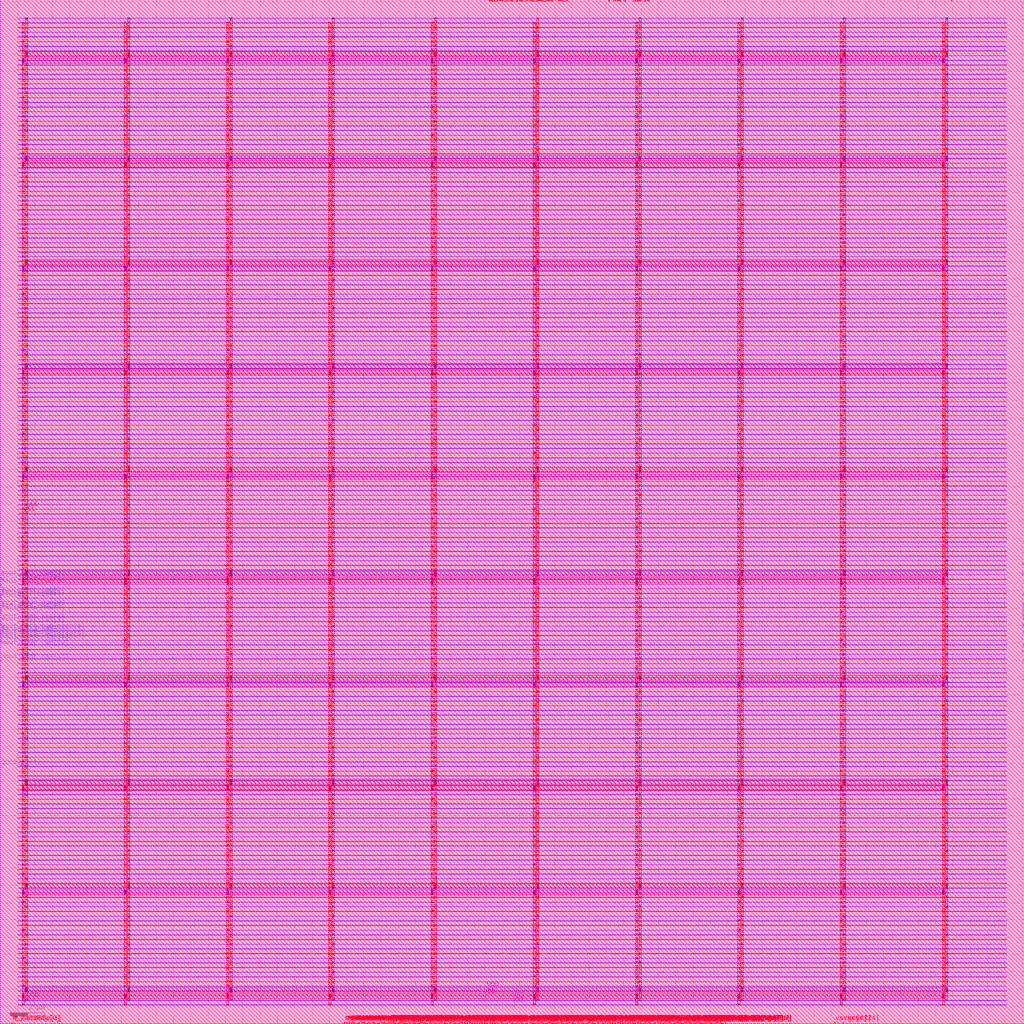
<source format=lef>
VERSION 5.8 ;
BUSBITCHARS "[]" ;
DIVIDERCHAR "/" ;
UNITS
    DATABASE MICRONS 1000 ;
END UNITS

VIA run_benchmark_via1_2_57078_18_1_1585_36_36
  VIARULE M2_M1 ;
  CUTSIZE 0.018 0.018 ;
  LAYERS M1 V1 M2 ;
  CUTSPACING 0.018 0.018 ;
  ENCLOSURE 0 0 0.002 0 ;
  ROWCOL 1 1585 ;
END run_benchmark_via1_2_57078_18_1_1585_36_36

VIA run_benchmark_VIA23_1_3_36_36
    LAYER M2 ;
      RECT  -0.05 -0.009 0.05 0.009 ;
    LAYER M3 ;
      RECT  -0.045 -0.014 0.045 0.014 ;
    LAYER V2 ;
      RECT  0.027 -0.009 0.045 0.009 ;
      RECT  -0.009 -0.009 0.009 0.009 ;
      RECT  -0.045 -0.009 -0.027 0.009 ;
END run_benchmark_VIA23_1_3_36_36

VIA run_benchmark_VIA34_1_2_58_52
    LAYER M3 ;
      RECT  -0.04 -0.017 0.04 0.017 ;
    LAYER M4 ;
      RECT  -0.046 -0.012 0.046 0.012 ;
    LAYER V3 ;
      RECT  0.017 -0.012 0.035 0.012 ;
      RECT  -0.035 -0.012 -0.017 0.012 ;
END run_benchmark_VIA34_1_2_58_52

VIA run_benchmark_VIA45_1_2_58_58
    LAYER M4 ;
      RECT  -0.052 -0.012 0.052 0.012 ;
    LAYER M5 ;
      RECT  -0.06 -0.023 0.06 0.023 ;
    LAYER V4 ;
      RECT  0.017 -0.012 0.041 0.012 ;
      RECT  -0.041 -0.012 -0.017 0.012 ;
END run_benchmark_VIA45_1_2_58_58

VIA run_benchmark_via5_6_120_288_1_2_58_322
  VIARULE M6_M5widePWR1p152 ;
  CUTSIZE 0.024 0.288 ;
  LAYERS M5 V5 M6 ;
  CUTSPACING 0.034 0.034 ;
  ENCLOSURE 0.019 0 0 0 ;
  ROWCOL 1 2 ;
END run_benchmark_via5_6_120_288_1_2_58_322

MACRO run_benchmark
  FOREIGN run_benchmark 0 0 ;
  CLASS BLOCK ;
  SIZE 59.121 BY 59.121 ;
  PIN VDD
    USE POWER ;
    DIRECTION INOUT ;
    PORT
      LAYER M6 ;
        RECT  1.458 55.833 54.714 56.121 ;
        RECT  1.458 49.833 54.714 50.121 ;
        RECT  1.458 43.833 54.714 44.121 ;
        RECT  1.458 37.833 54.714 38.121 ;
        RECT  1.458 31.833 54.714 32.121 ;
        RECT  1.458 25.833 54.714 26.121 ;
        RECT  1.458 19.833 54.714 20.121 ;
        RECT  1.458 13.833 54.714 14.121 ;
        RECT  1.458 7.833 54.714 8.121 ;
        RECT  1.458 1.833 54.714 2.121 ;
      LAYER M5 ;
        RECT  54.594 1.327 54.714 58.073 ;
        RECT  48.69 1.327 48.81 58.073 ;
        RECT  42.786 1.327 42.906 58.073 ;
        RECT  36.882 1.327 37.002 58.073 ;
        RECT  30.978 1.327 31.098 58.073 ;
        RECT  25.074 1.327 25.194 58.073 ;
        RECT  19.17 1.327 19.29 58.073 ;
        RECT  13.266 1.327 13.386 58.073 ;
        RECT  7.362 1.327 7.482 58.073 ;
        RECT  1.458 1.327 1.578 58.073 ;
      LAYER M2 ;
        RECT  1.026 58.041 58.104 58.059 ;
        RECT  1.026 57.501 58.104 57.519 ;
        RECT  1.026 56.961 58.104 56.979 ;
        RECT  1.026 56.421 58.104 56.439 ;
        RECT  1.026 55.881 58.104 55.899 ;
        RECT  1.026 55.341 58.104 55.359 ;
        RECT  1.026 54.801 58.104 54.819 ;
        RECT  1.026 54.261 58.104 54.279 ;
        RECT  1.026 53.721 58.104 53.739 ;
        RECT  1.026 53.181 58.104 53.199 ;
        RECT  1.026 52.641 58.104 52.659 ;
        RECT  1.026 52.101 58.104 52.119 ;
        RECT  1.026 51.561 58.104 51.579 ;
        RECT  1.026 51.021 58.104 51.039 ;
        RECT  1.026 50.481 58.104 50.499 ;
        RECT  1.026 49.941 58.104 49.959 ;
        RECT  1.026 49.401 58.104 49.419 ;
        RECT  1.026 48.861 58.104 48.879 ;
        RECT  1.026 48.321 58.104 48.339 ;
        RECT  1.026 47.781 58.104 47.799 ;
        RECT  1.026 47.241 58.104 47.259 ;
        RECT  1.026 46.701 58.104 46.719 ;
        RECT  1.026 46.161 58.104 46.179 ;
        RECT  1.026 45.621 58.104 45.639 ;
        RECT  1.026 45.081 58.104 45.099 ;
        RECT  1.026 44.541 58.104 44.559 ;
        RECT  1.026 44.001 58.104 44.019 ;
        RECT  1.026 43.461 58.104 43.479 ;
        RECT  1.026 42.921 58.104 42.939 ;
        RECT  1.026 42.381 58.104 42.399 ;
        RECT  1.026 41.841 58.104 41.859 ;
        RECT  1.026 41.301 58.104 41.319 ;
        RECT  1.026 40.761 58.104 40.779 ;
        RECT  1.026 40.221 58.104 40.239 ;
        RECT  1.026 39.681 58.104 39.699 ;
        RECT  1.026 39.141 58.104 39.159 ;
        RECT  1.026 38.601 58.104 38.619 ;
        RECT  1.026 38.061 58.104 38.079 ;
        RECT  1.026 37.521 58.104 37.539 ;
        RECT  1.026 36.981 58.104 36.999 ;
        RECT  1.026 36.441 58.104 36.459 ;
        RECT  1.026 35.901 58.104 35.919 ;
        RECT  1.026 35.361 58.104 35.379 ;
        RECT  1.026 34.821 58.104 34.839 ;
        RECT  1.026 34.281 58.104 34.299 ;
        RECT  1.026 33.741 58.104 33.759 ;
        RECT  1.026 33.201 58.104 33.219 ;
        RECT  1.026 32.661 58.104 32.679 ;
        RECT  1.026 32.121 58.104 32.139 ;
        RECT  1.026 31.581 58.104 31.599 ;
        RECT  1.026 31.041 58.104 31.059 ;
        RECT  1.026 30.501 58.104 30.519 ;
        RECT  1.026 29.961 58.104 29.979 ;
        RECT  1.026 29.421 58.104 29.439 ;
        RECT  1.026 28.881 58.104 28.899 ;
        RECT  1.026 28.341 58.104 28.359 ;
        RECT  1.026 27.801 58.104 27.819 ;
        RECT  1.026 27.261 58.104 27.279 ;
        RECT  1.026 26.721 58.104 26.739 ;
        RECT  1.026 26.181 58.104 26.199 ;
        RECT  1.026 25.641 58.104 25.659 ;
        RECT  1.026 25.101 58.104 25.119 ;
        RECT  1.026 24.561 58.104 24.579 ;
        RECT  1.026 24.021 58.104 24.039 ;
        RECT  1.026 23.481 58.104 23.499 ;
        RECT  1.026 22.941 58.104 22.959 ;
        RECT  1.026 22.401 58.104 22.419 ;
        RECT  1.026 21.861 58.104 21.879 ;
        RECT  1.026 21.321 58.104 21.339 ;
        RECT  1.026 20.781 58.104 20.799 ;
        RECT  1.026 20.241 58.104 20.259 ;
        RECT  1.026 19.701 58.104 19.719 ;
        RECT  1.026 19.161 58.104 19.179 ;
        RECT  1.026 18.621 58.104 18.639 ;
        RECT  1.026 18.081 58.104 18.099 ;
        RECT  1.026 17.541 58.104 17.559 ;
        RECT  1.026 17.001 58.104 17.019 ;
        RECT  1.026 16.461 58.104 16.479 ;
        RECT  1.026 15.921 58.104 15.939 ;
        RECT  1.026 15.381 58.104 15.399 ;
        RECT  1.026 14.841 58.104 14.859 ;
        RECT  1.026 14.301 58.104 14.319 ;
        RECT  1.026 13.761 58.104 13.779 ;
        RECT  1.026 13.221 58.104 13.239 ;
        RECT  1.026 12.681 58.104 12.699 ;
        RECT  1.026 12.141 58.104 12.159 ;
        RECT  1.026 11.601 58.104 11.619 ;
        RECT  1.026 11.061 58.104 11.079 ;
        RECT  1.026 10.521 58.104 10.539 ;
        RECT  1.026 9.981 58.104 9.999 ;
        RECT  1.026 9.441 58.104 9.459 ;
        RECT  1.026 8.901 58.104 8.919 ;
        RECT  1.026 8.361 58.104 8.379 ;
        RECT  1.026 7.821 58.104 7.839 ;
        RECT  1.026 7.281 58.104 7.299 ;
        RECT  1.026 6.741 58.104 6.759 ;
        RECT  1.026 6.201 58.104 6.219 ;
        RECT  1.026 5.661 58.104 5.679 ;
        RECT  1.026 5.121 58.104 5.139 ;
        RECT  1.026 4.581 58.104 4.599 ;
        RECT  1.026 4.041 58.104 4.059 ;
        RECT  1.026 3.501 58.104 3.519 ;
        RECT  1.026 2.961 58.104 2.979 ;
        RECT  1.026 2.421 58.104 2.439 ;
        RECT  1.026 1.881 58.104 1.899 ;
        RECT  1.026 1.341 58.104 1.359 ;
      LAYER M1 ;
        RECT  1.026 58.041 58.104 58.059 ;
        RECT  1.026 57.501 58.104 57.519 ;
        RECT  1.026 56.961 58.104 56.979 ;
        RECT  1.026 56.421 58.104 56.439 ;
        RECT  1.026 55.881 58.104 55.899 ;
        RECT  1.026 55.341 58.104 55.359 ;
        RECT  1.026 54.801 58.104 54.819 ;
        RECT  1.026 54.261 58.104 54.279 ;
        RECT  1.026 53.721 58.104 53.739 ;
        RECT  1.026 53.181 58.104 53.199 ;
        RECT  1.026 52.641 58.104 52.659 ;
        RECT  1.026 52.101 58.104 52.119 ;
        RECT  1.026 51.561 58.104 51.579 ;
        RECT  1.026 51.021 58.104 51.039 ;
        RECT  1.026 50.481 58.104 50.499 ;
        RECT  1.026 49.941 58.104 49.959 ;
        RECT  1.026 49.401 58.104 49.419 ;
        RECT  1.026 48.861 58.104 48.879 ;
        RECT  1.026 48.321 58.104 48.339 ;
        RECT  1.026 47.781 58.104 47.799 ;
        RECT  1.026 47.241 58.104 47.259 ;
        RECT  1.026 46.701 58.104 46.719 ;
        RECT  1.026 46.161 58.104 46.179 ;
        RECT  1.026 45.621 58.104 45.639 ;
        RECT  1.026 45.081 58.104 45.099 ;
        RECT  1.026 44.541 58.104 44.559 ;
        RECT  1.026 44.001 58.104 44.019 ;
        RECT  1.026 43.461 58.104 43.479 ;
        RECT  1.026 42.921 58.104 42.939 ;
        RECT  1.026 42.381 58.104 42.399 ;
        RECT  1.026 41.841 58.104 41.859 ;
        RECT  1.026 41.301 58.104 41.319 ;
        RECT  1.026 40.761 58.104 40.779 ;
        RECT  1.026 40.221 58.104 40.239 ;
        RECT  1.026 39.681 58.104 39.699 ;
        RECT  1.026 39.141 58.104 39.159 ;
        RECT  1.026 38.601 58.104 38.619 ;
        RECT  1.026 38.061 58.104 38.079 ;
        RECT  1.026 37.521 58.104 37.539 ;
        RECT  1.026 36.981 58.104 36.999 ;
        RECT  1.026 36.441 58.104 36.459 ;
        RECT  1.026 35.901 58.104 35.919 ;
        RECT  1.026 35.361 58.104 35.379 ;
        RECT  1.026 34.821 58.104 34.839 ;
        RECT  1.026 34.281 58.104 34.299 ;
        RECT  1.026 33.741 58.104 33.759 ;
        RECT  1.026 33.201 58.104 33.219 ;
        RECT  1.026 32.661 58.104 32.679 ;
        RECT  1.026 32.121 58.104 32.139 ;
        RECT  1.026 31.581 58.104 31.599 ;
        RECT  1.026 31.041 58.104 31.059 ;
        RECT  1.026 30.501 58.104 30.519 ;
        RECT  1.026 29.961 58.104 29.979 ;
        RECT  1.026 29.421 58.104 29.439 ;
        RECT  1.026 28.881 58.104 28.899 ;
        RECT  1.026 28.341 58.104 28.359 ;
        RECT  1.026 27.801 58.104 27.819 ;
        RECT  1.026 27.261 58.104 27.279 ;
        RECT  1.026 26.721 58.104 26.739 ;
        RECT  1.026 26.181 58.104 26.199 ;
        RECT  1.026 25.641 58.104 25.659 ;
        RECT  1.026 25.101 58.104 25.119 ;
        RECT  1.026 24.561 58.104 24.579 ;
        RECT  1.026 24.021 58.104 24.039 ;
        RECT  1.026 23.481 58.104 23.499 ;
        RECT  1.026 22.941 58.104 22.959 ;
        RECT  1.026 22.401 58.104 22.419 ;
        RECT  1.026 21.861 58.104 21.879 ;
        RECT  1.026 21.321 58.104 21.339 ;
        RECT  1.026 20.781 58.104 20.799 ;
        RECT  1.026 20.241 58.104 20.259 ;
        RECT  1.026 19.701 58.104 19.719 ;
        RECT  1.026 19.161 58.104 19.179 ;
        RECT  1.026 18.621 58.104 18.639 ;
        RECT  1.026 18.081 58.104 18.099 ;
        RECT  1.026 17.541 58.104 17.559 ;
        RECT  1.026 17.001 58.104 17.019 ;
        RECT  1.026 16.461 58.104 16.479 ;
        RECT  1.026 15.921 58.104 15.939 ;
        RECT  1.026 15.381 58.104 15.399 ;
        RECT  1.026 14.841 58.104 14.859 ;
        RECT  1.026 14.301 58.104 14.319 ;
        RECT  1.026 13.761 58.104 13.779 ;
        RECT  1.026 13.221 58.104 13.239 ;
        RECT  1.026 12.681 58.104 12.699 ;
        RECT  1.026 12.141 58.104 12.159 ;
        RECT  1.026 11.601 58.104 11.619 ;
        RECT  1.026 11.061 58.104 11.079 ;
        RECT  1.026 10.521 58.104 10.539 ;
        RECT  1.026 9.981 58.104 9.999 ;
        RECT  1.026 9.441 58.104 9.459 ;
        RECT  1.026 8.901 58.104 8.919 ;
        RECT  1.026 8.361 58.104 8.379 ;
        RECT  1.026 7.821 58.104 7.839 ;
        RECT  1.026 7.281 58.104 7.299 ;
        RECT  1.026 6.741 58.104 6.759 ;
        RECT  1.026 6.201 58.104 6.219 ;
        RECT  1.026 5.661 58.104 5.679 ;
        RECT  1.026 5.121 58.104 5.139 ;
        RECT  1.026 4.581 58.104 4.599 ;
        RECT  1.026 4.041 58.104 4.059 ;
        RECT  1.026 3.501 58.104 3.519 ;
        RECT  1.026 2.961 58.104 2.979 ;
        RECT  1.026 2.421 58.104 2.439 ;
        RECT  1.026 1.881 58.104 1.899 ;
        RECT  1.026 1.341 58.104 1.359 ;
      VIA 54.654 55.977 run_benchmark_via5_6_120_288_1_2_58_322 ;
      VIA 54.654 49.977 run_benchmark_via5_6_120_288_1_2_58_322 ;
      VIA 54.654 43.977 run_benchmark_via5_6_120_288_1_2_58_322 ;
      VIA 54.654 37.977 run_benchmark_via5_6_120_288_1_2_58_322 ;
      VIA 54.654 31.977 run_benchmark_via5_6_120_288_1_2_58_322 ;
      VIA 54.654 25.977 run_benchmark_via5_6_120_288_1_2_58_322 ;
      VIA 54.654 19.977 run_benchmark_via5_6_120_288_1_2_58_322 ;
      VIA 54.654 13.977 run_benchmark_via5_6_120_288_1_2_58_322 ;
      VIA 54.654 7.977 run_benchmark_via5_6_120_288_1_2_58_322 ;
      VIA 54.654 1.977 run_benchmark_via5_6_120_288_1_2_58_322 ;
      VIA 48.75 55.977 run_benchmark_via5_6_120_288_1_2_58_322 ;
      VIA 48.75 49.977 run_benchmark_via5_6_120_288_1_2_58_322 ;
      VIA 48.75 43.977 run_benchmark_via5_6_120_288_1_2_58_322 ;
      VIA 48.75 37.977 run_benchmark_via5_6_120_288_1_2_58_322 ;
      VIA 48.75 31.977 run_benchmark_via5_6_120_288_1_2_58_322 ;
      VIA 48.75 25.977 run_benchmark_via5_6_120_288_1_2_58_322 ;
      VIA 48.75 19.977 run_benchmark_via5_6_120_288_1_2_58_322 ;
      VIA 48.75 13.977 run_benchmark_via5_6_120_288_1_2_58_322 ;
      VIA 48.75 7.977 run_benchmark_via5_6_120_288_1_2_58_322 ;
      VIA 48.75 1.977 run_benchmark_via5_6_120_288_1_2_58_322 ;
      VIA 42.846 55.977 run_benchmark_via5_6_120_288_1_2_58_322 ;
      VIA 42.846 49.977 run_benchmark_via5_6_120_288_1_2_58_322 ;
      VIA 42.846 43.977 run_benchmark_via5_6_120_288_1_2_58_322 ;
      VIA 42.846 37.977 run_benchmark_via5_6_120_288_1_2_58_322 ;
      VIA 42.846 31.977 run_benchmark_via5_6_120_288_1_2_58_322 ;
      VIA 42.846 25.977 run_benchmark_via5_6_120_288_1_2_58_322 ;
      VIA 42.846 19.977 run_benchmark_via5_6_120_288_1_2_58_322 ;
      VIA 42.846 13.977 run_benchmark_via5_6_120_288_1_2_58_322 ;
      VIA 42.846 7.977 run_benchmark_via5_6_120_288_1_2_58_322 ;
      VIA 42.846 1.977 run_benchmark_via5_6_120_288_1_2_58_322 ;
      VIA 36.942 55.977 run_benchmark_via5_6_120_288_1_2_58_322 ;
      VIA 36.942 49.977 run_benchmark_via5_6_120_288_1_2_58_322 ;
      VIA 36.942 43.977 run_benchmark_via5_6_120_288_1_2_58_322 ;
      VIA 36.942 37.977 run_benchmark_via5_6_120_288_1_2_58_322 ;
      VIA 36.942 31.977 run_benchmark_via5_6_120_288_1_2_58_322 ;
      VIA 36.942 25.977 run_benchmark_via5_6_120_288_1_2_58_322 ;
      VIA 36.942 19.977 run_benchmark_via5_6_120_288_1_2_58_322 ;
      VIA 36.942 13.977 run_benchmark_via5_6_120_288_1_2_58_322 ;
      VIA 36.942 7.977 run_benchmark_via5_6_120_288_1_2_58_322 ;
      VIA 36.942 1.977 run_benchmark_via5_6_120_288_1_2_58_322 ;
      VIA 31.038 55.977 run_benchmark_via5_6_120_288_1_2_58_322 ;
      VIA 31.038 49.977 run_benchmark_via5_6_120_288_1_2_58_322 ;
      VIA 31.038 43.977 run_benchmark_via5_6_120_288_1_2_58_322 ;
      VIA 31.038 37.977 run_benchmark_via5_6_120_288_1_2_58_322 ;
      VIA 31.038 31.977 run_benchmark_via5_6_120_288_1_2_58_322 ;
      VIA 31.038 25.977 run_benchmark_via5_6_120_288_1_2_58_322 ;
      VIA 31.038 19.977 run_benchmark_via5_6_120_288_1_2_58_322 ;
      VIA 31.038 13.977 run_benchmark_via5_6_120_288_1_2_58_322 ;
      VIA 31.038 7.977 run_benchmark_via5_6_120_288_1_2_58_322 ;
      VIA 31.038 1.977 run_benchmark_via5_6_120_288_1_2_58_322 ;
      VIA 25.134 55.977 run_benchmark_via5_6_120_288_1_2_58_322 ;
      VIA 25.134 49.977 run_benchmark_via5_6_120_288_1_2_58_322 ;
      VIA 25.134 43.977 run_benchmark_via5_6_120_288_1_2_58_322 ;
      VIA 25.134 37.977 run_benchmark_via5_6_120_288_1_2_58_322 ;
      VIA 25.134 31.977 run_benchmark_via5_6_120_288_1_2_58_322 ;
      VIA 25.134 25.977 run_benchmark_via5_6_120_288_1_2_58_322 ;
      VIA 25.134 19.977 run_benchmark_via5_6_120_288_1_2_58_322 ;
      VIA 25.134 13.977 run_benchmark_via5_6_120_288_1_2_58_322 ;
      VIA 25.134 7.977 run_benchmark_via5_6_120_288_1_2_58_322 ;
      VIA 25.134 1.977 run_benchmark_via5_6_120_288_1_2_58_322 ;
      VIA 19.23 55.977 run_benchmark_via5_6_120_288_1_2_58_322 ;
      VIA 19.23 49.977 run_benchmark_via5_6_120_288_1_2_58_322 ;
      VIA 19.23 43.977 run_benchmark_via5_6_120_288_1_2_58_322 ;
      VIA 19.23 37.977 run_benchmark_via5_6_120_288_1_2_58_322 ;
      VIA 19.23 31.977 run_benchmark_via5_6_120_288_1_2_58_322 ;
      VIA 19.23 25.977 run_benchmark_via5_6_120_288_1_2_58_322 ;
      VIA 19.23 19.977 run_benchmark_via5_6_120_288_1_2_58_322 ;
      VIA 19.23 13.977 run_benchmark_via5_6_120_288_1_2_58_322 ;
      VIA 19.23 7.977 run_benchmark_via5_6_120_288_1_2_58_322 ;
      VIA 19.23 1.977 run_benchmark_via5_6_120_288_1_2_58_322 ;
      VIA 13.326 55.977 run_benchmark_via5_6_120_288_1_2_58_322 ;
      VIA 13.326 49.977 run_benchmark_via5_6_120_288_1_2_58_322 ;
      VIA 13.326 43.977 run_benchmark_via5_6_120_288_1_2_58_322 ;
      VIA 13.326 37.977 run_benchmark_via5_6_120_288_1_2_58_322 ;
      VIA 13.326 31.977 run_benchmark_via5_6_120_288_1_2_58_322 ;
      VIA 13.326 25.977 run_benchmark_via5_6_120_288_1_2_58_322 ;
      VIA 13.326 19.977 run_benchmark_via5_6_120_288_1_2_58_322 ;
      VIA 13.326 13.977 run_benchmark_via5_6_120_288_1_2_58_322 ;
      VIA 13.326 7.977 run_benchmark_via5_6_120_288_1_2_58_322 ;
      VIA 13.326 1.977 run_benchmark_via5_6_120_288_1_2_58_322 ;
      VIA 7.422 55.977 run_benchmark_via5_6_120_288_1_2_58_322 ;
      VIA 7.422 49.977 run_benchmark_via5_6_120_288_1_2_58_322 ;
      VIA 7.422 43.977 run_benchmark_via5_6_120_288_1_2_58_322 ;
      VIA 7.422 37.977 run_benchmark_via5_6_120_288_1_2_58_322 ;
      VIA 7.422 31.977 run_benchmark_via5_6_120_288_1_2_58_322 ;
      VIA 7.422 25.977 run_benchmark_via5_6_120_288_1_2_58_322 ;
      VIA 7.422 19.977 run_benchmark_via5_6_120_288_1_2_58_322 ;
      VIA 7.422 13.977 run_benchmark_via5_6_120_288_1_2_58_322 ;
      VIA 7.422 7.977 run_benchmark_via5_6_120_288_1_2_58_322 ;
      VIA 7.422 1.977 run_benchmark_via5_6_120_288_1_2_58_322 ;
      VIA 1.518 55.977 run_benchmark_via5_6_120_288_1_2_58_322 ;
      VIA 1.518 49.977 run_benchmark_via5_6_120_288_1_2_58_322 ;
      VIA 1.518 43.977 run_benchmark_via5_6_120_288_1_2_58_322 ;
      VIA 1.518 37.977 run_benchmark_via5_6_120_288_1_2_58_322 ;
      VIA 1.518 31.977 run_benchmark_via5_6_120_288_1_2_58_322 ;
      VIA 1.518 25.977 run_benchmark_via5_6_120_288_1_2_58_322 ;
      VIA 1.518 19.977 run_benchmark_via5_6_120_288_1_2_58_322 ;
      VIA 1.518 13.977 run_benchmark_via5_6_120_288_1_2_58_322 ;
      VIA 1.518 7.977 run_benchmark_via5_6_120_288_1_2_58_322 ;
      VIA 1.518 1.977 run_benchmark_via5_6_120_288_1_2_58_322 ;
      VIA 54.654 58.05 run_benchmark_VIA45_1_2_58_58 ;
      LAYER M3 ;
        RECT  54.609 58.033 54.699 58.067 ;
      VIA 54.654 58.05 run_benchmark_VIA34_1_2_58_52 ;
      VIA 54.654 58.05 run_benchmark_VIA23_1_3_36_36 ;
      VIA 54.654 57.51 run_benchmark_VIA45_1_2_58_58 ;
      LAYER M3 ;
        RECT  54.609 57.493 54.699 57.527 ;
      VIA 54.654 57.51 run_benchmark_VIA34_1_2_58_52 ;
      VIA 54.654 57.51 run_benchmark_VIA23_1_3_36_36 ;
      VIA 54.654 56.97 run_benchmark_VIA45_1_2_58_58 ;
      LAYER M3 ;
        RECT  54.609 56.953 54.699 56.987 ;
      VIA 54.654 56.97 run_benchmark_VIA34_1_2_58_52 ;
      VIA 54.654 56.97 run_benchmark_VIA23_1_3_36_36 ;
      VIA 54.654 56.43 run_benchmark_VIA45_1_2_58_58 ;
      LAYER M3 ;
        RECT  54.609 56.413 54.699 56.447 ;
      VIA 54.654 56.43 run_benchmark_VIA34_1_2_58_52 ;
      VIA 54.654 56.43 run_benchmark_VIA23_1_3_36_36 ;
      VIA 54.654 55.89 run_benchmark_VIA45_1_2_58_58 ;
      LAYER M3 ;
        RECT  54.609 55.873 54.699 55.907 ;
      VIA 54.654 55.89 run_benchmark_VIA34_1_2_58_52 ;
      VIA 54.654 55.89 run_benchmark_VIA23_1_3_36_36 ;
      VIA 54.654 55.35 run_benchmark_VIA45_1_2_58_58 ;
      LAYER M3 ;
        RECT  54.609 55.333 54.699 55.367 ;
      VIA 54.654 55.35 run_benchmark_VIA34_1_2_58_52 ;
      VIA 54.654 55.35 run_benchmark_VIA23_1_3_36_36 ;
      VIA 54.654 54.81 run_benchmark_VIA45_1_2_58_58 ;
      LAYER M3 ;
        RECT  54.609 54.793 54.699 54.827 ;
      VIA 54.654 54.81 run_benchmark_VIA34_1_2_58_52 ;
      VIA 54.654 54.81 run_benchmark_VIA23_1_3_36_36 ;
      VIA 54.654 54.27 run_benchmark_VIA45_1_2_58_58 ;
      LAYER M3 ;
        RECT  54.609 54.253 54.699 54.287 ;
      VIA 54.654 54.27 run_benchmark_VIA34_1_2_58_52 ;
      VIA 54.654 54.27 run_benchmark_VIA23_1_3_36_36 ;
      VIA 54.654 53.73 run_benchmark_VIA45_1_2_58_58 ;
      LAYER M3 ;
        RECT  54.609 53.713 54.699 53.747 ;
      VIA 54.654 53.73 run_benchmark_VIA34_1_2_58_52 ;
      VIA 54.654 53.73 run_benchmark_VIA23_1_3_36_36 ;
      VIA 54.654 53.19 run_benchmark_VIA45_1_2_58_58 ;
      LAYER M3 ;
        RECT  54.609 53.173 54.699 53.207 ;
      VIA 54.654 53.19 run_benchmark_VIA34_1_2_58_52 ;
      VIA 54.654 53.19 run_benchmark_VIA23_1_3_36_36 ;
      VIA 54.654 52.65 run_benchmark_VIA45_1_2_58_58 ;
      LAYER M3 ;
        RECT  54.609 52.633 54.699 52.667 ;
      VIA 54.654 52.65 run_benchmark_VIA34_1_2_58_52 ;
      VIA 54.654 52.65 run_benchmark_VIA23_1_3_36_36 ;
      VIA 54.654 52.11 run_benchmark_VIA45_1_2_58_58 ;
      LAYER M3 ;
        RECT  54.609 52.093 54.699 52.127 ;
      VIA 54.654 52.11 run_benchmark_VIA34_1_2_58_52 ;
      VIA 54.654 52.11 run_benchmark_VIA23_1_3_36_36 ;
      VIA 54.654 51.57 run_benchmark_VIA45_1_2_58_58 ;
      LAYER M3 ;
        RECT  54.609 51.553 54.699 51.587 ;
      VIA 54.654 51.57 run_benchmark_VIA34_1_2_58_52 ;
      VIA 54.654 51.57 run_benchmark_VIA23_1_3_36_36 ;
      VIA 54.654 51.03 run_benchmark_VIA45_1_2_58_58 ;
      LAYER M3 ;
        RECT  54.609 51.013 54.699 51.047 ;
      VIA 54.654 51.03 run_benchmark_VIA34_1_2_58_52 ;
      VIA 54.654 51.03 run_benchmark_VIA23_1_3_36_36 ;
      VIA 54.654 50.49 run_benchmark_VIA45_1_2_58_58 ;
      LAYER M3 ;
        RECT  54.609 50.473 54.699 50.507 ;
      VIA 54.654 50.49 run_benchmark_VIA34_1_2_58_52 ;
      VIA 54.654 50.49 run_benchmark_VIA23_1_3_36_36 ;
      VIA 54.654 49.95 run_benchmark_VIA45_1_2_58_58 ;
      LAYER M3 ;
        RECT  54.609 49.933 54.699 49.967 ;
      VIA 54.654 49.95 run_benchmark_VIA34_1_2_58_52 ;
      VIA 54.654 49.95 run_benchmark_VIA23_1_3_36_36 ;
      VIA 54.654 49.41 run_benchmark_VIA45_1_2_58_58 ;
      LAYER M3 ;
        RECT  54.609 49.393 54.699 49.427 ;
      VIA 54.654 49.41 run_benchmark_VIA34_1_2_58_52 ;
      VIA 54.654 49.41 run_benchmark_VIA23_1_3_36_36 ;
      VIA 54.654 48.87 run_benchmark_VIA45_1_2_58_58 ;
      LAYER M3 ;
        RECT  54.609 48.853 54.699 48.887 ;
      VIA 54.654 48.87 run_benchmark_VIA34_1_2_58_52 ;
      VIA 54.654 48.87 run_benchmark_VIA23_1_3_36_36 ;
      VIA 54.654 48.33 run_benchmark_VIA45_1_2_58_58 ;
      LAYER M3 ;
        RECT  54.609 48.313 54.699 48.347 ;
      VIA 54.654 48.33 run_benchmark_VIA34_1_2_58_52 ;
      VIA 54.654 48.33 run_benchmark_VIA23_1_3_36_36 ;
      VIA 54.654 47.79 run_benchmark_VIA45_1_2_58_58 ;
      LAYER M3 ;
        RECT  54.609 47.773 54.699 47.807 ;
      VIA 54.654 47.79 run_benchmark_VIA34_1_2_58_52 ;
      VIA 54.654 47.79 run_benchmark_VIA23_1_3_36_36 ;
      VIA 54.654 47.25 run_benchmark_VIA45_1_2_58_58 ;
      LAYER M3 ;
        RECT  54.609 47.233 54.699 47.267 ;
      VIA 54.654 47.25 run_benchmark_VIA34_1_2_58_52 ;
      VIA 54.654 47.25 run_benchmark_VIA23_1_3_36_36 ;
      VIA 54.654 46.71 run_benchmark_VIA45_1_2_58_58 ;
      LAYER M3 ;
        RECT  54.609 46.693 54.699 46.727 ;
      VIA 54.654 46.71 run_benchmark_VIA34_1_2_58_52 ;
      VIA 54.654 46.71 run_benchmark_VIA23_1_3_36_36 ;
      VIA 54.654 46.17 run_benchmark_VIA45_1_2_58_58 ;
      LAYER M3 ;
        RECT  54.609 46.153 54.699 46.187 ;
      VIA 54.654 46.17 run_benchmark_VIA34_1_2_58_52 ;
      VIA 54.654 46.17 run_benchmark_VIA23_1_3_36_36 ;
      VIA 54.654 45.63 run_benchmark_VIA45_1_2_58_58 ;
      LAYER M3 ;
        RECT  54.609 45.613 54.699 45.647 ;
      VIA 54.654 45.63 run_benchmark_VIA34_1_2_58_52 ;
      VIA 54.654 45.63 run_benchmark_VIA23_1_3_36_36 ;
      VIA 54.654 45.09 run_benchmark_VIA45_1_2_58_58 ;
      LAYER M3 ;
        RECT  54.609 45.073 54.699 45.107 ;
      VIA 54.654 45.09 run_benchmark_VIA34_1_2_58_52 ;
      VIA 54.654 45.09 run_benchmark_VIA23_1_3_36_36 ;
      VIA 54.654 44.55 run_benchmark_VIA45_1_2_58_58 ;
      LAYER M3 ;
        RECT  54.609 44.533 54.699 44.567 ;
      VIA 54.654 44.55 run_benchmark_VIA34_1_2_58_52 ;
      VIA 54.654 44.55 run_benchmark_VIA23_1_3_36_36 ;
      VIA 54.654 44.01 run_benchmark_VIA45_1_2_58_58 ;
      LAYER M3 ;
        RECT  54.609 43.993 54.699 44.027 ;
      VIA 54.654 44.01 run_benchmark_VIA34_1_2_58_52 ;
      VIA 54.654 44.01 run_benchmark_VIA23_1_3_36_36 ;
      VIA 54.654 43.47 run_benchmark_VIA45_1_2_58_58 ;
      LAYER M3 ;
        RECT  54.609 43.453 54.699 43.487 ;
      VIA 54.654 43.47 run_benchmark_VIA34_1_2_58_52 ;
      VIA 54.654 43.47 run_benchmark_VIA23_1_3_36_36 ;
      VIA 54.654 42.93 run_benchmark_VIA45_1_2_58_58 ;
      LAYER M3 ;
        RECT  54.609 42.913 54.699 42.947 ;
      VIA 54.654 42.93 run_benchmark_VIA34_1_2_58_52 ;
      VIA 54.654 42.93 run_benchmark_VIA23_1_3_36_36 ;
      VIA 54.654 42.39 run_benchmark_VIA45_1_2_58_58 ;
      LAYER M3 ;
        RECT  54.609 42.373 54.699 42.407 ;
      VIA 54.654 42.39 run_benchmark_VIA34_1_2_58_52 ;
      VIA 54.654 42.39 run_benchmark_VIA23_1_3_36_36 ;
      VIA 54.654 41.85 run_benchmark_VIA45_1_2_58_58 ;
      LAYER M3 ;
        RECT  54.609 41.833 54.699 41.867 ;
      VIA 54.654 41.85 run_benchmark_VIA34_1_2_58_52 ;
      VIA 54.654 41.85 run_benchmark_VIA23_1_3_36_36 ;
      VIA 54.654 41.31 run_benchmark_VIA45_1_2_58_58 ;
      LAYER M3 ;
        RECT  54.609 41.293 54.699 41.327 ;
      VIA 54.654 41.31 run_benchmark_VIA34_1_2_58_52 ;
      VIA 54.654 41.31 run_benchmark_VIA23_1_3_36_36 ;
      VIA 54.654 40.77 run_benchmark_VIA45_1_2_58_58 ;
      LAYER M3 ;
        RECT  54.609 40.753 54.699 40.787 ;
      VIA 54.654 40.77 run_benchmark_VIA34_1_2_58_52 ;
      VIA 54.654 40.77 run_benchmark_VIA23_1_3_36_36 ;
      VIA 54.654 40.23 run_benchmark_VIA45_1_2_58_58 ;
      LAYER M3 ;
        RECT  54.609 40.213 54.699 40.247 ;
      VIA 54.654 40.23 run_benchmark_VIA34_1_2_58_52 ;
      VIA 54.654 40.23 run_benchmark_VIA23_1_3_36_36 ;
      VIA 54.654 39.69 run_benchmark_VIA45_1_2_58_58 ;
      LAYER M3 ;
        RECT  54.609 39.673 54.699 39.707 ;
      VIA 54.654 39.69 run_benchmark_VIA34_1_2_58_52 ;
      VIA 54.654 39.69 run_benchmark_VIA23_1_3_36_36 ;
      VIA 54.654 39.15 run_benchmark_VIA45_1_2_58_58 ;
      LAYER M3 ;
        RECT  54.609 39.133 54.699 39.167 ;
      VIA 54.654 39.15 run_benchmark_VIA34_1_2_58_52 ;
      VIA 54.654 39.15 run_benchmark_VIA23_1_3_36_36 ;
      VIA 54.654 38.61 run_benchmark_VIA45_1_2_58_58 ;
      LAYER M3 ;
        RECT  54.609 38.593 54.699 38.627 ;
      VIA 54.654 38.61 run_benchmark_VIA34_1_2_58_52 ;
      VIA 54.654 38.61 run_benchmark_VIA23_1_3_36_36 ;
      VIA 54.654 38.07 run_benchmark_VIA45_1_2_58_58 ;
      LAYER M3 ;
        RECT  54.609 38.053 54.699 38.087 ;
      VIA 54.654 38.07 run_benchmark_VIA34_1_2_58_52 ;
      VIA 54.654 38.07 run_benchmark_VIA23_1_3_36_36 ;
      VIA 54.654 37.53 run_benchmark_VIA45_1_2_58_58 ;
      LAYER M3 ;
        RECT  54.609 37.513 54.699 37.547 ;
      VIA 54.654 37.53 run_benchmark_VIA34_1_2_58_52 ;
      VIA 54.654 37.53 run_benchmark_VIA23_1_3_36_36 ;
      VIA 54.654 36.99 run_benchmark_VIA45_1_2_58_58 ;
      LAYER M3 ;
        RECT  54.609 36.973 54.699 37.007 ;
      VIA 54.654 36.99 run_benchmark_VIA34_1_2_58_52 ;
      VIA 54.654 36.99 run_benchmark_VIA23_1_3_36_36 ;
      VIA 54.654 36.45 run_benchmark_VIA45_1_2_58_58 ;
      LAYER M3 ;
        RECT  54.609 36.433 54.699 36.467 ;
      VIA 54.654 36.45 run_benchmark_VIA34_1_2_58_52 ;
      VIA 54.654 36.45 run_benchmark_VIA23_1_3_36_36 ;
      VIA 54.654 35.91 run_benchmark_VIA45_1_2_58_58 ;
      LAYER M3 ;
        RECT  54.609 35.893 54.699 35.927 ;
      VIA 54.654 35.91 run_benchmark_VIA34_1_2_58_52 ;
      VIA 54.654 35.91 run_benchmark_VIA23_1_3_36_36 ;
      VIA 54.654 35.37 run_benchmark_VIA45_1_2_58_58 ;
      LAYER M3 ;
        RECT  54.609 35.353 54.699 35.387 ;
      VIA 54.654 35.37 run_benchmark_VIA34_1_2_58_52 ;
      VIA 54.654 35.37 run_benchmark_VIA23_1_3_36_36 ;
      VIA 54.654 34.83 run_benchmark_VIA45_1_2_58_58 ;
      LAYER M3 ;
        RECT  54.609 34.813 54.699 34.847 ;
      VIA 54.654 34.83 run_benchmark_VIA34_1_2_58_52 ;
      VIA 54.654 34.83 run_benchmark_VIA23_1_3_36_36 ;
      VIA 54.654 34.29 run_benchmark_VIA45_1_2_58_58 ;
      LAYER M3 ;
        RECT  54.609 34.273 54.699 34.307 ;
      VIA 54.654 34.29 run_benchmark_VIA34_1_2_58_52 ;
      VIA 54.654 34.29 run_benchmark_VIA23_1_3_36_36 ;
      VIA 54.654 33.75 run_benchmark_VIA45_1_2_58_58 ;
      LAYER M3 ;
        RECT  54.609 33.733 54.699 33.767 ;
      VIA 54.654 33.75 run_benchmark_VIA34_1_2_58_52 ;
      VIA 54.654 33.75 run_benchmark_VIA23_1_3_36_36 ;
      VIA 54.654 33.21 run_benchmark_VIA45_1_2_58_58 ;
      LAYER M3 ;
        RECT  54.609 33.193 54.699 33.227 ;
      VIA 54.654 33.21 run_benchmark_VIA34_1_2_58_52 ;
      VIA 54.654 33.21 run_benchmark_VIA23_1_3_36_36 ;
      VIA 54.654 32.67 run_benchmark_VIA45_1_2_58_58 ;
      LAYER M3 ;
        RECT  54.609 32.653 54.699 32.687 ;
      VIA 54.654 32.67 run_benchmark_VIA34_1_2_58_52 ;
      VIA 54.654 32.67 run_benchmark_VIA23_1_3_36_36 ;
      VIA 54.654 32.13 run_benchmark_VIA45_1_2_58_58 ;
      LAYER M3 ;
        RECT  54.609 32.113 54.699 32.147 ;
      VIA 54.654 32.13 run_benchmark_VIA34_1_2_58_52 ;
      VIA 54.654 32.13 run_benchmark_VIA23_1_3_36_36 ;
      VIA 54.654 31.59 run_benchmark_VIA45_1_2_58_58 ;
      LAYER M3 ;
        RECT  54.609 31.573 54.699 31.607 ;
      VIA 54.654 31.59 run_benchmark_VIA34_1_2_58_52 ;
      VIA 54.654 31.59 run_benchmark_VIA23_1_3_36_36 ;
      VIA 54.654 31.05 run_benchmark_VIA45_1_2_58_58 ;
      LAYER M3 ;
        RECT  54.609 31.033 54.699 31.067 ;
      VIA 54.654 31.05 run_benchmark_VIA34_1_2_58_52 ;
      VIA 54.654 31.05 run_benchmark_VIA23_1_3_36_36 ;
      VIA 54.654 30.51 run_benchmark_VIA45_1_2_58_58 ;
      LAYER M3 ;
        RECT  54.609 30.493 54.699 30.527 ;
      VIA 54.654 30.51 run_benchmark_VIA34_1_2_58_52 ;
      VIA 54.654 30.51 run_benchmark_VIA23_1_3_36_36 ;
      VIA 54.654 29.97 run_benchmark_VIA45_1_2_58_58 ;
      LAYER M3 ;
        RECT  54.609 29.953 54.699 29.987 ;
      VIA 54.654 29.97 run_benchmark_VIA34_1_2_58_52 ;
      VIA 54.654 29.97 run_benchmark_VIA23_1_3_36_36 ;
      VIA 54.654 29.43 run_benchmark_VIA45_1_2_58_58 ;
      LAYER M3 ;
        RECT  54.609 29.413 54.699 29.447 ;
      VIA 54.654 29.43 run_benchmark_VIA34_1_2_58_52 ;
      VIA 54.654 29.43 run_benchmark_VIA23_1_3_36_36 ;
      VIA 54.654 28.89 run_benchmark_VIA45_1_2_58_58 ;
      LAYER M3 ;
        RECT  54.609 28.873 54.699 28.907 ;
      VIA 54.654 28.89 run_benchmark_VIA34_1_2_58_52 ;
      VIA 54.654 28.89 run_benchmark_VIA23_1_3_36_36 ;
      VIA 54.654 28.35 run_benchmark_VIA45_1_2_58_58 ;
      LAYER M3 ;
        RECT  54.609 28.333 54.699 28.367 ;
      VIA 54.654 28.35 run_benchmark_VIA34_1_2_58_52 ;
      VIA 54.654 28.35 run_benchmark_VIA23_1_3_36_36 ;
      VIA 54.654 27.81 run_benchmark_VIA45_1_2_58_58 ;
      LAYER M3 ;
        RECT  54.609 27.793 54.699 27.827 ;
      VIA 54.654 27.81 run_benchmark_VIA34_1_2_58_52 ;
      VIA 54.654 27.81 run_benchmark_VIA23_1_3_36_36 ;
      VIA 54.654 27.27 run_benchmark_VIA45_1_2_58_58 ;
      LAYER M3 ;
        RECT  54.609 27.253 54.699 27.287 ;
      VIA 54.654 27.27 run_benchmark_VIA34_1_2_58_52 ;
      VIA 54.654 27.27 run_benchmark_VIA23_1_3_36_36 ;
      VIA 54.654 26.73 run_benchmark_VIA45_1_2_58_58 ;
      LAYER M3 ;
        RECT  54.609 26.713 54.699 26.747 ;
      VIA 54.654 26.73 run_benchmark_VIA34_1_2_58_52 ;
      VIA 54.654 26.73 run_benchmark_VIA23_1_3_36_36 ;
      VIA 54.654 26.19 run_benchmark_VIA45_1_2_58_58 ;
      LAYER M3 ;
        RECT  54.609 26.173 54.699 26.207 ;
      VIA 54.654 26.19 run_benchmark_VIA34_1_2_58_52 ;
      VIA 54.654 26.19 run_benchmark_VIA23_1_3_36_36 ;
      VIA 54.654 25.65 run_benchmark_VIA45_1_2_58_58 ;
      LAYER M3 ;
        RECT  54.609 25.633 54.699 25.667 ;
      VIA 54.654 25.65 run_benchmark_VIA34_1_2_58_52 ;
      VIA 54.654 25.65 run_benchmark_VIA23_1_3_36_36 ;
      VIA 54.654 25.11 run_benchmark_VIA45_1_2_58_58 ;
      LAYER M3 ;
        RECT  54.609 25.093 54.699 25.127 ;
      VIA 54.654 25.11 run_benchmark_VIA34_1_2_58_52 ;
      VIA 54.654 25.11 run_benchmark_VIA23_1_3_36_36 ;
      VIA 54.654 24.57 run_benchmark_VIA45_1_2_58_58 ;
      LAYER M3 ;
        RECT  54.609 24.553 54.699 24.587 ;
      VIA 54.654 24.57 run_benchmark_VIA34_1_2_58_52 ;
      VIA 54.654 24.57 run_benchmark_VIA23_1_3_36_36 ;
      VIA 54.654 24.03 run_benchmark_VIA45_1_2_58_58 ;
      LAYER M3 ;
        RECT  54.609 24.013 54.699 24.047 ;
      VIA 54.654 24.03 run_benchmark_VIA34_1_2_58_52 ;
      VIA 54.654 24.03 run_benchmark_VIA23_1_3_36_36 ;
      VIA 54.654 23.49 run_benchmark_VIA45_1_2_58_58 ;
      LAYER M3 ;
        RECT  54.609 23.473 54.699 23.507 ;
      VIA 54.654 23.49 run_benchmark_VIA34_1_2_58_52 ;
      VIA 54.654 23.49 run_benchmark_VIA23_1_3_36_36 ;
      VIA 54.654 22.95 run_benchmark_VIA45_1_2_58_58 ;
      LAYER M3 ;
        RECT  54.609 22.933 54.699 22.967 ;
      VIA 54.654 22.95 run_benchmark_VIA34_1_2_58_52 ;
      VIA 54.654 22.95 run_benchmark_VIA23_1_3_36_36 ;
      VIA 54.654 22.41 run_benchmark_VIA45_1_2_58_58 ;
      LAYER M3 ;
        RECT  54.609 22.393 54.699 22.427 ;
      VIA 54.654 22.41 run_benchmark_VIA34_1_2_58_52 ;
      VIA 54.654 22.41 run_benchmark_VIA23_1_3_36_36 ;
      VIA 54.654 21.87 run_benchmark_VIA45_1_2_58_58 ;
      LAYER M3 ;
        RECT  54.609 21.853 54.699 21.887 ;
      VIA 54.654 21.87 run_benchmark_VIA34_1_2_58_52 ;
      VIA 54.654 21.87 run_benchmark_VIA23_1_3_36_36 ;
      VIA 54.654 21.33 run_benchmark_VIA45_1_2_58_58 ;
      LAYER M3 ;
        RECT  54.609 21.313 54.699 21.347 ;
      VIA 54.654 21.33 run_benchmark_VIA34_1_2_58_52 ;
      VIA 54.654 21.33 run_benchmark_VIA23_1_3_36_36 ;
      VIA 54.654 20.79 run_benchmark_VIA45_1_2_58_58 ;
      LAYER M3 ;
        RECT  54.609 20.773 54.699 20.807 ;
      VIA 54.654 20.79 run_benchmark_VIA34_1_2_58_52 ;
      VIA 54.654 20.79 run_benchmark_VIA23_1_3_36_36 ;
      VIA 54.654 20.25 run_benchmark_VIA45_1_2_58_58 ;
      LAYER M3 ;
        RECT  54.609 20.233 54.699 20.267 ;
      VIA 54.654 20.25 run_benchmark_VIA34_1_2_58_52 ;
      VIA 54.654 20.25 run_benchmark_VIA23_1_3_36_36 ;
      VIA 54.654 19.71 run_benchmark_VIA45_1_2_58_58 ;
      LAYER M3 ;
        RECT  54.609 19.693 54.699 19.727 ;
      VIA 54.654 19.71 run_benchmark_VIA34_1_2_58_52 ;
      VIA 54.654 19.71 run_benchmark_VIA23_1_3_36_36 ;
      VIA 54.654 19.17 run_benchmark_VIA45_1_2_58_58 ;
      LAYER M3 ;
        RECT  54.609 19.153 54.699 19.187 ;
      VIA 54.654 19.17 run_benchmark_VIA34_1_2_58_52 ;
      VIA 54.654 19.17 run_benchmark_VIA23_1_3_36_36 ;
      VIA 54.654 18.63 run_benchmark_VIA45_1_2_58_58 ;
      LAYER M3 ;
        RECT  54.609 18.613 54.699 18.647 ;
      VIA 54.654 18.63 run_benchmark_VIA34_1_2_58_52 ;
      VIA 54.654 18.63 run_benchmark_VIA23_1_3_36_36 ;
      VIA 54.654 18.09 run_benchmark_VIA45_1_2_58_58 ;
      LAYER M3 ;
        RECT  54.609 18.073 54.699 18.107 ;
      VIA 54.654 18.09 run_benchmark_VIA34_1_2_58_52 ;
      VIA 54.654 18.09 run_benchmark_VIA23_1_3_36_36 ;
      VIA 54.654 17.55 run_benchmark_VIA45_1_2_58_58 ;
      LAYER M3 ;
        RECT  54.609 17.533 54.699 17.567 ;
      VIA 54.654 17.55 run_benchmark_VIA34_1_2_58_52 ;
      VIA 54.654 17.55 run_benchmark_VIA23_1_3_36_36 ;
      VIA 54.654 17.01 run_benchmark_VIA45_1_2_58_58 ;
      LAYER M3 ;
        RECT  54.609 16.993 54.699 17.027 ;
      VIA 54.654 17.01 run_benchmark_VIA34_1_2_58_52 ;
      VIA 54.654 17.01 run_benchmark_VIA23_1_3_36_36 ;
      VIA 54.654 16.47 run_benchmark_VIA45_1_2_58_58 ;
      LAYER M3 ;
        RECT  54.609 16.453 54.699 16.487 ;
      VIA 54.654 16.47 run_benchmark_VIA34_1_2_58_52 ;
      VIA 54.654 16.47 run_benchmark_VIA23_1_3_36_36 ;
      VIA 54.654 15.93 run_benchmark_VIA45_1_2_58_58 ;
      LAYER M3 ;
        RECT  54.609 15.913 54.699 15.947 ;
      VIA 54.654 15.93 run_benchmark_VIA34_1_2_58_52 ;
      VIA 54.654 15.93 run_benchmark_VIA23_1_3_36_36 ;
      VIA 54.654 15.39 run_benchmark_VIA45_1_2_58_58 ;
      LAYER M3 ;
        RECT  54.609 15.373 54.699 15.407 ;
      VIA 54.654 15.39 run_benchmark_VIA34_1_2_58_52 ;
      VIA 54.654 15.39 run_benchmark_VIA23_1_3_36_36 ;
      VIA 54.654 14.85 run_benchmark_VIA45_1_2_58_58 ;
      LAYER M3 ;
        RECT  54.609 14.833 54.699 14.867 ;
      VIA 54.654 14.85 run_benchmark_VIA34_1_2_58_52 ;
      VIA 54.654 14.85 run_benchmark_VIA23_1_3_36_36 ;
      VIA 54.654 14.31 run_benchmark_VIA45_1_2_58_58 ;
      LAYER M3 ;
        RECT  54.609 14.293 54.699 14.327 ;
      VIA 54.654 14.31 run_benchmark_VIA34_1_2_58_52 ;
      VIA 54.654 14.31 run_benchmark_VIA23_1_3_36_36 ;
      VIA 54.654 13.77 run_benchmark_VIA45_1_2_58_58 ;
      LAYER M3 ;
        RECT  54.609 13.753 54.699 13.787 ;
      VIA 54.654 13.77 run_benchmark_VIA34_1_2_58_52 ;
      VIA 54.654 13.77 run_benchmark_VIA23_1_3_36_36 ;
      VIA 54.654 13.23 run_benchmark_VIA45_1_2_58_58 ;
      LAYER M3 ;
        RECT  54.609 13.213 54.699 13.247 ;
      VIA 54.654 13.23 run_benchmark_VIA34_1_2_58_52 ;
      VIA 54.654 13.23 run_benchmark_VIA23_1_3_36_36 ;
      VIA 54.654 12.69 run_benchmark_VIA45_1_2_58_58 ;
      LAYER M3 ;
        RECT  54.609 12.673 54.699 12.707 ;
      VIA 54.654 12.69 run_benchmark_VIA34_1_2_58_52 ;
      VIA 54.654 12.69 run_benchmark_VIA23_1_3_36_36 ;
      VIA 54.654 12.15 run_benchmark_VIA45_1_2_58_58 ;
      LAYER M3 ;
        RECT  54.609 12.133 54.699 12.167 ;
      VIA 54.654 12.15 run_benchmark_VIA34_1_2_58_52 ;
      VIA 54.654 12.15 run_benchmark_VIA23_1_3_36_36 ;
      VIA 54.654 11.61 run_benchmark_VIA45_1_2_58_58 ;
      LAYER M3 ;
        RECT  54.609 11.593 54.699 11.627 ;
      VIA 54.654 11.61 run_benchmark_VIA34_1_2_58_52 ;
      VIA 54.654 11.61 run_benchmark_VIA23_1_3_36_36 ;
      VIA 54.654 11.07 run_benchmark_VIA45_1_2_58_58 ;
      LAYER M3 ;
        RECT  54.609 11.053 54.699 11.087 ;
      VIA 54.654 11.07 run_benchmark_VIA34_1_2_58_52 ;
      VIA 54.654 11.07 run_benchmark_VIA23_1_3_36_36 ;
      VIA 54.654 10.53 run_benchmark_VIA45_1_2_58_58 ;
      LAYER M3 ;
        RECT  54.609 10.513 54.699 10.547 ;
      VIA 54.654 10.53 run_benchmark_VIA34_1_2_58_52 ;
      VIA 54.654 10.53 run_benchmark_VIA23_1_3_36_36 ;
      VIA 54.654 9.99 run_benchmark_VIA45_1_2_58_58 ;
      LAYER M3 ;
        RECT  54.609 9.973 54.699 10.007 ;
      VIA 54.654 9.99 run_benchmark_VIA34_1_2_58_52 ;
      VIA 54.654 9.99 run_benchmark_VIA23_1_3_36_36 ;
      VIA 54.654 9.45 run_benchmark_VIA45_1_2_58_58 ;
      LAYER M3 ;
        RECT  54.609 9.433 54.699 9.467 ;
      VIA 54.654 9.45 run_benchmark_VIA34_1_2_58_52 ;
      VIA 54.654 9.45 run_benchmark_VIA23_1_3_36_36 ;
      VIA 54.654 8.91 run_benchmark_VIA45_1_2_58_58 ;
      LAYER M3 ;
        RECT  54.609 8.893 54.699 8.927 ;
      VIA 54.654 8.91 run_benchmark_VIA34_1_2_58_52 ;
      VIA 54.654 8.91 run_benchmark_VIA23_1_3_36_36 ;
      VIA 54.654 8.37 run_benchmark_VIA45_1_2_58_58 ;
      LAYER M3 ;
        RECT  54.609 8.353 54.699 8.387 ;
      VIA 54.654 8.37 run_benchmark_VIA34_1_2_58_52 ;
      VIA 54.654 8.37 run_benchmark_VIA23_1_3_36_36 ;
      VIA 54.654 7.83 run_benchmark_VIA45_1_2_58_58 ;
      LAYER M3 ;
        RECT  54.609 7.813 54.699 7.847 ;
      VIA 54.654 7.83 run_benchmark_VIA34_1_2_58_52 ;
      VIA 54.654 7.83 run_benchmark_VIA23_1_3_36_36 ;
      VIA 54.654 7.29 run_benchmark_VIA45_1_2_58_58 ;
      LAYER M3 ;
        RECT  54.609 7.273 54.699 7.307 ;
      VIA 54.654 7.29 run_benchmark_VIA34_1_2_58_52 ;
      VIA 54.654 7.29 run_benchmark_VIA23_1_3_36_36 ;
      VIA 54.654 6.75 run_benchmark_VIA45_1_2_58_58 ;
      LAYER M3 ;
        RECT  54.609 6.733 54.699 6.767 ;
      VIA 54.654 6.75 run_benchmark_VIA34_1_2_58_52 ;
      VIA 54.654 6.75 run_benchmark_VIA23_1_3_36_36 ;
      VIA 54.654 6.21 run_benchmark_VIA45_1_2_58_58 ;
      LAYER M3 ;
        RECT  54.609 6.193 54.699 6.227 ;
      VIA 54.654 6.21 run_benchmark_VIA34_1_2_58_52 ;
      VIA 54.654 6.21 run_benchmark_VIA23_1_3_36_36 ;
      VIA 54.654 5.67 run_benchmark_VIA45_1_2_58_58 ;
      LAYER M3 ;
        RECT  54.609 5.653 54.699 5.687 ;
      VIA 54.654 5.67 run_benchmark_VIA34_1_2_58_52 ;
      VIA 54.654 5.67 run_benchmark_VIA23_1_3_36_36 ;
      VIA 54.654 5.13 run_benchmark_VIA45_1_2_58_58 ;
      LAYER M3 ;
        RECT  54.609 5.113 54.699 5.147 ;
      VIA 54.654 5.13 run_benchmark_VIA34_1_2_58_52 ;
      VIA 54.654 5.13 run_benchmark_VIA23_1_3_36_36 ;
      VIA 54.654 4.59 run_benchmark_VIA45_1_2_58_58 ;
      LAYER M3 ;
        RECT  54.609 4.573 54.699 4.607 ;
      VIA 54.654 4.59 run_benchmark_VIA34_1_2_58_52 ;
      VIA 54.654 4.59 run_benchmark_VIA23_1_3_36_36 ;
      VIA 54.654 4.05 run_benchmark_VIA45_1_2_58_58 ;
      LAYER M3 ;
        RECT  54.609 4.033 54.699 4.067 ;
      VIA 54.654 4.05 run_benchmark_VIA34_1_2_58_52 ;
      VIA 54.654 4.05 run_benchmark_VIA23_1_3_36_36 ;
      VIA 54.654 3.51 run_benchmark_VIA45_1_2_58_58 ;
      LAYER M3 ;
        RECT  54.609 3.493 54.699 3.527 ;
      VIA 54.654 3.51 run_benchmark_VIA34_1_2_58_52 ;
      VIA 54.654 3.51 run_benchmark_VIA23_1_3_36_36 ;
      VIA 54.654 2.97 run_benchmark_VIA45_1_2_58_58 ;
      LAYER M3 ;
        RECT  54.609 2.953 54.699 2.987 ;
      VIA 54.654 2.97 run_benchmark_VIA34_1_2_58_52 ;
      VIA 54.654 2.97 run_benchmark_VIA23_1_3_36_36 ;
      VIA 54.654 2.43 run_benchmark_VIA45_1_2_58_58 ;
      LAYER M3 ;
        RECT  54.609 2.413 54.699 2.447 ;
      VIA 54.654 2.43 run_benchmark_VIA34_1_2_58_52 ;
      VIA 54.654 2.43 run_benchmark_VIA23_1_3_36_36 ;
      VIA 54.654 1.89 run_benchmark_VIA45_1_2_58_58 ;
      LAYER M3 ;
        RECT  54.609 1.873 54.699 1.907 ;
      VIA 54.654 1.89 run_benchmark_VIA34_1_2_58_52 ;
      VIA 54.654 1.89 run_benchmark_VIA23_1_3_36_36 ;
      VIA 54.654 1.35 run_benchmark_VIA45_1_2_58_58 ;
      LAYER M3 ;
        RECT  54.609 1.333 54.699 1.367 ;
      VIA 54.654 1.35 run_benchmark_VIA34_1_2_58_52 ;
      VIA 54.654 1.35 run_benchmark_VIA23_1_3_36_36 ;
      VIA 48.75 58.05 run_benchmark_VIA45_1_2_58_58 ;
      LAYER M3 ;
        RECT  48.705 58.033 48.795 58.067 ;
      VIA 48.75 58.05 run_benchmark_VIA34_1_2_58_52 ;
      VIA 48.75 58.05 run_benchmark_VIA23_1_3_36_36 ;
      VIA 48.75 57.51 run_benchmark_VIA45_1_2_58_58 ;
      LAYER M3 ;
        RECT  48.705 57.493 48.795 57.527 ;
      VIA 48.75 57.51 run_benchmark_VIA34_1_2_58_52 ;
      VIA 48.75 57.51 run_benchmark_VIA23_1_3_36_36 ;
      VIA 48.75 56.97 run_benchmark_VIA45_1_2_58_58 ;
      LAYER M3 ;
        RECT  48.705 56.953 48.795 56.987 ;
      VIA 48.75 56.97 run_benchmark_VIA34_1_2_58_52 ;
      VIA 48.75 56.97 run_benchmark_VIA23_1_3_36_36 ;
      VIA 48.75 56.43 run_benchmark_VIA45_1_2_58_58 ;
      LAYER M3 ;
        RECT  48.705 56.413 48.795 56.447 ;
      VIA 48.75 56.43 run_benchmark_VIA34_1_2_58_52 ;
      VIA 48.75 56.43 run_benchmark_VIA23_1_3_36_36 ;
      VIA 48.75 55.89 run_benchmark_VIA45_1_2_58_58 ;
      LAYER M3 ;
        RECT  48.705 55.873 48.795 55.907 ;
      VIA 48.75 55.89 run_benchmark_VIA34_1_2_58_52 ;
      VIA 48.75 55.89 run_benchmark_VIA23_1_3_36_36 ;
      VIA 48.75 55.35 run_benchmark_VIA45_1_2_58_58 ;
      LAYER M3 ;
        RECT  48.705 55.333 48.795 55.367 ;
      VIA 48.75 55.35 run_benchmark_VIA34_1_2_58_52 ;
      VIA 48.75 55.35 run_benchmark_VIA23_1_3_36_36 ;
      VIA 48.75 54.81 run_benchmark_VIA45_1_2_58_58 ;
      LAYER M3 ;
        RECT  48.705 54.793 48.795 54.827 ;
      VIA 48.75 54.81 run_benchmark_VIA34_1_2_58_52 ;
      VIA 48.75 54.81 run_benchmark_VIA23_1_3_36_36 ;
      VIA 48.75 54.27 run_benchmark_VIA45_1_2_58_58 ;
      LAYER M3 ;
        RECT  48.705 54.253 48.795 54.287 ;
      VIA 48.75 54.27 run_benchmark_VIA34_1_2_58_52 ;
      VIA 48.75 54.27 run_benchmark_VIA23_1_3_36_36 ;
      VIA 48.75 53.73 run_benchmark_VIA45_1_2_58_58 ;
      LAYER M3 ;
        RECT  48.705 53.713 48.795 53.747 ;
      VIA 48.75 53.73 run_benchmark_VIA34_1_2_58_52 ;
      VIA 48.75 53.73 run_benchmark_VIA23_1_3_36_36 ;
      VIA 48.75 53.19 run_benchmark_VIA45_1_2_58_58 ;
      LAYER M3 ;
        RECT  48.705 53.173 48.795 53.207 ;
      VIA 48.75 53.19 run_benchmark_VIA34_1_2_58_52 ;
      VIA 48.75 53.19 run_benchmark_VIA23_1_3_36_36 ;
      VIA 48.75 52.65 run_benchmark_VIA45_1_2_58_58 ;
      LAYER M3 ;
        RECT  48.705 52.633 48.795 52.667 ;
      VIA 48.75 52.65 run_benchmark_VIA34_1_2_58_52 ;
      VIA 48.75 52.65 run_benchmark_VIA23_1_3_36_36 ;
      VIA 48.75 52.11 run_benchmark_VIA45_1_2_58_58 ;
      LAYER M3 ;
        RECT  48.705 52.093 48.795 52.127 ;
      VIA 48.75 52.11 run_benchmark_VIA34_1_2_58_52 ;
      VIA 48.75 52.11 run_benchmark_VIA23_1_3_36_36 ;
      VIA 48.75 51.57 run_benchmark_VIA45_1_2_58_58 ;
      LAYER M3 ;
        RECT  48.705 51.553 48.795 51.587 ;
      VIA 48.75 51.57 run_benchmark_VIA34_1_2_58_52 ;
      VIA 48.75 51.57 run_benchmark_VIA23_1_3_36_36 ;
      VIA 48.75 51.03 run_benchmark_VIA45_1_2_58_58 ;
      LAYER M3 ;
        RECT  48.705 51.013 48.795 51.047 ;
      VIA 48.75 51.03 run_benchmark_VIA34_1_2_58_52 ;
      VIA 48.75 51.03 run_benchmark_VIA23_1_3_36_36 ;
      VIA 48.75 50.49 run_benchmark_VIA45_1_2_58_58 ;
      LAYER M3 ;
        RECT  48.705 50.473 48.795 50.507 ;
      VIA 48.75 50.49 run_benchmark_VIA34_1_2_58_52 ;
      VIA 48.75 50.49 run_benchmark_VIA23_1_3_36_36 ;
      VIA 48.75 49.95 run_benchmark_VIA45_1_2_58_58 ;
      LAYER M3 ;
        RECT  48.705 49.933 48.795 49.967 ;
      VIA 48.75 49.95 run_benchmark_VIA34_1_2_58_52 ;
      VIA 48.75 49.95 run_benchmark_VIA23_1_3_36_36 ;
      VIA 48.75 49.41 run_benchmark_VIA45_1_2_58_58 ;
      LAYER M3 ;
        RECT  48.705 49.393 48.795 49.427 ;
      VIA 48.75 49.41 run_benchmark_VIA34_1_2_58_52 ;
      VIA 48.75 49.41 run_benchmark_VIA23_1_3_36_36 ;
      VIA 48.75 48.87 run_benchmark_VIA45_1_2_58_58 ;
      LAYER M3 ;
        RECT  48.705 48.853 48.795 48.887 ;
      VIA 48.75 48.87 run_benchmark_VIA34_1_2_58_52 ;
      VIA 48.75 48.87 run_benchmark_VIA23_1_3_36_36 ;
      VIA 48.75 48.33 run_benchmark_VIA45_1_2_58_58 ;
      LAYER M3 ;
        RECT  48.705 48.313 48.795 48.347 ;
      VIA 48.75 48.33 run_benchmark_VIA34_1_2_58_52 ;
      VIA 48.75 48.33 run_benchmark_VIA23_1_3_36_36 ;
      VIA 48.75 47.79 run_benchmark_VIA45_1_2_58_58 ;
      LAYER M3 ;
        RECT  48.705 47.773 48.795 47.807 ;
      VIA 48.75 47.79 run_benchmark_VIA34_1_2_58_52 ;
      VIA 48.75 47.79 run_benchmark_VIA23_1_3_36_36 ;
      VIA 48.75 47.25 run_benchmark_VIA45_1_2_58_58 ;
      LAYER M3 ;
        RECT  48.705 47.233 48.795 47.267 ;
      VIA 48.75 47.25 run_benchmark_VIA34_1_2_58_52 ;
      VIA 48.75 47.25 run_benchmark_VIA23_1_3_36_36 ;
      VIA 48.75 46.71 run_benchmark_VIA45_1_2_58_58 ;
      LAYER M3 ;
        RECT  48.705 46.693 48.795 46.727 ;
      VIA 48.75 46.71 run_benchmark_VIA34_1_2_58_52 ;
      VIA 48.75 46.71 run_benchmark_VIA23_1_3_36_36 ;
      VIA 48.75 46.17 run_benchmark_VIA45_1_2_58_58 ;
      LAYER M3 ;
        RECT  48.705 46.153 48.795 46.187 ;
      VIA 48.75 46.17 run_benchmark_VIA34_1_2_58_52 ;
      VIA 48.75 46.17 run_benchmark_VIA23_1_3_36_36 ;
      VIA 48.75 45.63 run_benchmark_VIA45_1_2_58_58 ;
      LAYER M3 ;
        RECT  48.705 45.613 48.795 45.647 ;
      VIA 48.75 45.63 run_benchmark_VIA34_1_2_58_52 ;
      VIA 48.75 45.63 run_benchmark_VIA23_1_3_36_36 ;
      VIA 48.75 45.09 run_benchmark_VIA45_1_2_58_58 ;
      LAYER M3 ;
        RECT  48.705 45.073 48.795 45.107 ;
      VIA 48.75 45.09 run_benchmark_VIA34_1_2_58_52 ;
      VIA 48.75 45.09 run_benchmark_VIA23_1_3_36_36 ;
      VIA 48.75 44.55 run_benchmark_VIA45_1_2_58_58 ;
      LAYER M3 ;
        RECT  48.705 44.533 48.795 44.567 ;
      VIA 48.75 44.55 run_benchmark_VIA34_1_2_58_52 ;
      VIA 48.75 44.55 run_benchmark_VIA23_1_3_36_36 ;
      VIA 48.75 44.01 run_benchmark_VIA45_1_2_58_58 ;
      LAYER M3 ;
        RECT  48.705 43.993 48.795 44.027 ;
      VIA 48.75 44.01 run_benchmark_VIA34_1_2_58_52 ;
      VIA 48.75 44.01 run_benchmark_VIA23_1_3_36_36 ;
      VIA 48.75 43.47 run_benchmark_VIA45_1_2_58_58 ;
      LAYER M3 ;
        RECT  48.705 43.453 48.795 43.487 ;
      VIA 48.75 43.47 run_benchmark_VIA34_1_2_58_52 ;
      VIA 48.75 43.47 run_benchmark_VIA23_1_3_36_36 ;
      VIA 48.75 42.93 run_benchmark_VIA45_1_2_58_58 ;
      LAYER M3 ;
        RECT  48.705 42.913 48.795 42.947 ;
      VIA 48.75 42.93 run_benchmark_VIA34_1_2_58_52 ;
      VIA 48.75 42.93 run_benchmark_VIA23_1_3_36_36 ;
      VIA 48.75 42.39 run_benchmark_VIA45_1_2_58_58 ;
      LAYER M3 ;
        RECT  48.705 42.373 48.795 42.407 ;
      VIA 48.75 42.39 run_benchmark_VIA34_1_2_58_52 ;
      VIA 48.75 42.39 run_benchmark_VIA23_1_3_36_36 ;
      VIA 48.75 41.85 run_benchmark_VIA45_1_2_58_58 ;
      LAYER M3 ;
        RECT  48.705 41.833 48.795 41.867 ;
      VIA 48.75 41.85 run_benchmark_VIA34_1_2_58_52 ;
      VIA 48.75 41.85 run_benchmark_VIA23_1_3_36_36 ;
      VIA 48.75 41.31 run_benchmark_VIA45_1_2_58_58 ;
      LAYER M3 ;
        RECT  48.705 41.293 48.795 41.327 ;
      VIA 48.75 41.31 run_benchmark_VIA34_1_2_58_52 ;
      VIA 48.75 41.31 run_benchmark_VIA23_1_3_36_36 ;
      VIA 48.75 40.77 run_benchmark_VIA45_1_2_58_58 ;
      LAYER M3 ;
        RECT  48.705 40.753 48.795 40.787 ;
      VIA 48.75 40.77 run_benchmark_VIA34_1_2_58_52 ;
      VIA 48.75 40.77 run_benchmark_VIA23_1_3_36_36 ;
      VIA 48.75 40.23 run_benchmark_VIA45_1_2_58_58 ;
      LAYER M3 ;
        RECT  48.705 40.213 48.795 40.247 ;
      VIA 48.75 40.23 run_benchmark_VIA34_1_2_58_52 ;
      VIA 48.75 40.23 run_benchmark_VIA23_1_3_36_36 ;
      VIA 48.75 39.69 run_benchmark_VIA45_1_2_58_58 ;
      LAYER M3 ;
        RECT  48.705 39.673 48.795 39.707 ;
      VIA 48.75 39.69 run_benchmark_VIA34_1_2_58_52 ;
      VIA 48.75 39.69 run_benchmark_VIA23_1_3_36_36 ;
      VIA 48.75 39.15 run_benchmark_VIA45_1_2_58_58 ;
      LAYER M3 ;
        RECT  48.705 39.133 48.795 39.167 ;
      VIA 48.75 39.15 run_benchmark_VIA34_1_2_58_52 ;
      VIA 48.75 39.15 run_benchmark_VIA23_1_3_36_36 ;
      VIA 48.75 38.61 run_benchmark_VIA45_1_2_58_58 ;
      LAYER M3 ;
        RECT  48.705 38.593 48.795 38.627 ;
      VIA 48.75 38.61 run_benchmark_VIA34_1_2_58_52 ;
      VIA 48.75 38.61 run_benchmark_VIA23_1_3_36_36 ;
      VIA 48.75 38.07 run_benchmark_VIA45_1_2_58_58 ;
      LAYER M3 ;
        RECT  48.705 38.053 48.795 38.087 ;
      VIA 48.75 38.07 run_benchmark_VIA34_1_2_58_52 ;
      VIA 48.75 38.07 run_benchmark_VIA23_1_3_36_36 ;
      VIA 48.75 37.53 run_benchmark_VIA45_1_2_58_58 ;
      LAYER M3 ;
        RECT  48.705 37.513 48.795 37.547 ;
      VIA 48.75 37.53 run_benchmark_VIA34_1_2_58_52 ;
      VIA 48.75 37.53 run_benchmark_VIA23_1_3_36_36 ;
      VIA 48.75 36.99 run_benchmark_VIA45_1_2_58_58 ;
      LAYER M3 ;
        RECT  48.705 36.973 48.795 37.007 ;
      VIA 48.75 36.99 run_benchmark_VIA34_1_2_58_52 ;
      VIA 48.75 36.99 run_benchmark_VIA23_1_3_36_36 ;
      VIA 48.75 36.45 run_benchmark_VIA45_1_2_58_58 ;
      LAYER M3 ;
        RECT  48.705 36.433 48.795 36.467 ;
      VIA 48.75 36.45 run_benchmark_VIA34_1_2_58_52 ;
      VIA 48.75 36.45 run_benchmark_VIA23_1_3_36_36 ;
      VIA 48.75 35.91 run_benchmark_VIA45_1_2_58_58 ;
      LAYER M3 ;
        RECT  48.705 35.893 48.795 35.927 ;
      VIA 48.75 35.91 run_benchmark_VIA34_1_2_58_52 ;
      VIA 48.75 35.91 run_benchmark_VIA23_1_3_36_36 ;
      VIA 48.75 35.37 run_benchmark_VIA45_1_2_58_58 ;
      LAYER M3 ;
        RECT  48.705 35.353 48.795 35.387 ;
      VIA 48.75 35.37 run_benchmark_VIA34_1_2_58_52 ;
      VIA 48.75 35.37 run_benchmark_VIA23_1_3_36_36 ;
      VIA 48.75 34.83 run_benchmark_VIA45_1_2_58_58 ;
      LAYER M3 ;
        RECT  48.705 34.813 48.795 34.847 ;
      VIA 48.75 34.83 run_benchmark_VIA34_1_2_58_52 ;
      VIA 48.75 34.83 run_benchmark_VIA23_1_3_36_36 ;
      VIA 48.75 34.29 run_benchmark_VIA45_1_2_58_58 ;
      LAYER M3 ;
        RECT  48.705 34.273 48.795 34.307 ;
      VIA 48.75 34.29 run_benchmark_VIA34_1_2_58_52 ;
      VIA 48.75 34.29 run_benchmark_VIA23_1_3_36_36 ;
      VIA 48.75 33.75 run_benchmark_VIA45_1_2_58_58 ;
      LAYER M3 ;
        RECT  48.705 33.733 48.795 33.767 ;
      VIA 48.75 33.75 run_benchmark_VIA34_1_2_58_52 ;
      VIA 48.75 33.75 run_benchmark_VIA23_1_3_36_36 ;
      VIA 48.75 33.21 run_benchmark_VIA45_1_2_58_58 ;
      LAYER M3 ;
        RECT  48.705 33.193 48.795 33.227 ;
      VIA 48.75 33.21 run_benchmark_VIA34_1_2_58_52 ;
      VIA 48.75 33.21 run_benchmark_VIA23_1_3_36_36 ;
      VIA 48.75 32.67 run_benchmark_VIA45_1_2_58_58 ;
      LAYER M3 ;
        RECT  48.705 32.653 48.795 32.687 ;
      VIA 48.75 32.67 run_benchmark_VIA34_1_2_58_52 ;
      VIA 48.75 32.67 run_benchmark_VIA23_1_3_36_36 ;
      VIA 48.75 32.13 run_benchmark_VIA45_1_2_58_58 ;
      LAYER M3 ;
        RECT  48.705 32.113 48.795 32.147 ;
      VIA 48.75 32.13 run_benchmark_VIA34_1_2_58_52 ;
      VIA 48.75 32.13 run_benchmark_VIA23_1_3_36_36 ;
      VIA 48.75 31.59 run_benchmark_VIA45_1_2_58_58 ;
      LAYER M3 ;
        RECT  48.705 31.573 48.795 31.607 ;
      VIA 48.75 31.59 run_benchmark_VIA34_1_2_58_52 ;
      VIA 48.75 31.59 run_benchmark_VIA23_1_3_36_36 ;
      VIA 48.75 31.05 run_benchmark_VIA45_1_2_58_58 ;
      LAYER M3 ;
        RECT  48.705 31.033 48.795 31.067 ;
      VIA 48.75 31.05 run_benchmark_VIA34_1_2_58_52 ;
      VIA 48.75 31.05 run_benchmark_VIA23_1_3_36_36 ;
      VIA 48.75 30.51 run_benchmark_VIA45_1_2_58_58 ;
      LAYER M3 ;
        RECT  48.705 30.493 48.795 30.527 ;
      VIA 48.75 30.51 run_benchmark_VIA34_1_2_58_52 ;
      VIA 48.75 30.51 run_benchmark_VIA23_1_3_36_36 ;
      VIA 48.75 29.97 run_benchmark_VIA45_1_2_58_58 ;
      LAYER M3 ;
        RECT  48.705 29.953 48.795 29.987 ;
      VIA 48.75 29.97 run_benchmark_VIA34_1_2_58_52 ;
      VIA 48.75 29.97 run_benchmark_VIA23_1_3_36_36 ;
      VIA 48.75 29.43 run_benchmark_VIA45_1_2_58_58 ;
      LAYER M3 ;
        RECT  48.705 29.413 48.795 29.447 ;
      VIA 48.75 29.43 run_benchmark_VIA34_1_2_58_52 ;
      VIA 48.75 29.43 run_benchmark_VIA23_1_3_36_36 ;
      VIA 48.75 28.89 run_benchmark_VIA45_1_2_58_58 ;
      LAYER M3 ;
        RECT  48.705 28.873 48.795 28.907 ;
      VIA 48.75 28.89 run_benchmark_VIA34_1_2_58_52 ;
      VIA 48.75 28.89 run_benchmark_VIA23_1_3_36_36 ;
      VIA 48.75 28.35 run_benchmark_VIA45_1_2_58_58 ;
      LAYER M3 ;
        RECT  48.705 28.333 48.795 28.367 ;
      VIA 48.75 28.35 run_benchmark_VIA34_1_2_58_52 ;
      VIA 48.75 28.35 run_benchmark_VIA23_1_3_36_36 ;
      VIA 48.75 27.81 run_benchmark_VIA45_1_2_58_58 ;
      LAYER M3 ;
        RECT  48.705 27.793 48.795 27.827 ;
      VIA 48.75 27.81 run_benchmark_VIA34_1_2_58_52 ;
      VIA 48.75 27.81 run_benchmark_VIA23_1_3_36_36 ;
      VIA 48.75 27.27 run_benchmark_VIA45_1_2_58_58 ;
      LAYER M3 ;
        RECT  48.705 27.253 48.795 27.287 ;
      VIA 48.75 27.27 run_benchmark_VIA34_1_2_58_52 ;
      VIA 48.75 27.27 run_benchmark_VIA23_1_3_36_36 ;
      VIA 48.75 26.73 run_benchmark_VIA45_1_2_58_58 ;
      LAYER M3 ;
        RECT  48.705 26.713 48.795 26.747 ;
      VIA 48.75 26.73 run_benchmark_VIA34_1_2_58_52 ;
      VIA 48.75 26.73 run_benchmark_VIA23_1_3_36_36 ;
      VIA 48.75 26.19 run_benchmark_VIA45_1_2_58_58 ;
      LAYER M3 ;
        RECT  48.705 26.173 48.795 26.207 ;
      VIA 48.75 26.19 run_benchmark_VIA34_1_2_58_52 ;
      VIA 48.75 26.19 run_benchmark_VIA23_1_3_36_36 ;
      VIA 48.75 25.65 run_benchmark_VIA45_1_2_58_58 ;
      LAYER M3 ;
        RECT  48.705 25.633 48.795 25.667 ;
      VIA 48.75 25.65 run_benchmark_VIA34_1_2_58_52 ;
      VIA 48.75 25.65 run_benchmark_VIA23_1_3_36_36 ;
      VIA 48.75 25.11 run_benchmark_VIA45_1_2_58_58 ;
      LAYER M3 ;
        RECT  48.705 25.093 48.795 25.127 ;
      VIA 48.75 25.11 run_benchmark_VIA34_1_2_58_52 ;
      VIA 48.75 25.11 run_benchmark_VIA23_1_3_36_36 ;
      VIA 48.75 24.57 run_benchmark_VIA45_1_2_58_58 ;
      LAYER M3 ;
        RECT  48.705 24.553 48.795 24.587 ;
      VIA 48.75 24.57 run_benchmark_VIA34_1_2_58_52 ;
      VIA 48.75 24.57 run_benchmark_VIA23_1_3_36_36 ;
      VIA 48.75 24.03 run_benchmark_VIA45_1_2_58_58 ;
      LAYER M3 ;
        RECT  48.705 24.013 48.795 24.047 ;
      VIA 48.75 24.03 run_benchmark_VIA34_1_2_58_52 ;
      VIA 48.75 24.03 run_benchmark_VIA23_1_3_36_36 ;
      VIA 48.75 23.49 run_benchmark_VIA45_1_2_58_58 ;
      LAYER M3 ;
        RECT  48.705 23.473 48.795 23.507 ;
      VIA 48.75 23.49 run_benchmark_VIA34_1_2_58_52 ;
      VIA 48.75 23.49 run_benchmark_VIA23_1_3_36_36 ;
      VIA 48.75 22.95 run_benchmark_VIA45_1_2_58_58 ;
      LAYER M3 ;
        RECT  48.705 22.933 48.795 22.967 ;
      VIA 48.75 22.95 run_benchmark_VIA34_1_2_58_52 ;
      VIA 48.75 22.95 run_benchmark_VIA23_1_3_36_36 ;
      VIA 48.75 22.41 run_benchmark_VIA45_1_2_58_58 ;
      LAYER M3 ;
        RECT  48.705 22.393 48.795 22.427 ;
      VIA 48.75 22.41 run_benchmark_VIA34_1_2_58_52 ;
      VIA 48.75 22.41 run_benchmark_VIA23_1_3_36_36 ;
      VIA 48.75 21.87 run_benchmark_VIA45_1_2_58_58 ;
      LAYER M3 ;
        RECT  48.705 21.853 48.795 21.887 ;
      VIA 48.75 21.87 run_benchmark_VIA34_1_2_58_52 ;
      VIA 48.75 21.87 run_benchmark_VIA23_1_3_36_36 ;
      VIA 48.75 21.33 run_benchmark_VIA45_1_2_58_58 ;
      LAYER M3 ;
        RECT  48.705 21.313 48.795 21.347 ;
      VIA 48.75 21.33 run_benchmark_VIA34_1_2_58_52 ;
      VIA 48.75 21.33 run_benchmark_VIA23_1_3_36_36 ;
      VIA 48.75 20.79 run_benchmark_VIA45_1_2_58_58 ;
      LAYER M3 ;
        RECT  48.705 20.773 48.795 20.807 ;
      VIA 48.75 20.79 run_benchmark_VIA34_1_2_58_52 ;
      VIA 48.75 20.79 run_benchmark_VIA23_1_3_36_36 ;
      VIA 48.75 20.25 run_benchmark_VIA45_1_2_58_58 ;
      LAYER M3 ;
        RECT  48.705 20.233 48.795 20.267 ;
      VIA 48.75 20.25 run_benchmark_VIA34_1_2_58_52 ;
      VIA 48.75 20.25 run_benchmark_VIA23_1_3_36_36 ;
      VIA 48.75 19.71 run_benchmark_VIA45_1_2_58_58 ;
      LAYER M3 ;
        RECT  48.705 19.693 48.795 19.727 ;
      VIA 48.75 19.71 run_benchmark_VIA34_1_2_58_52 ;
      VIA 48.75 19.71 run_benchmark_VIA23_1_3_36_36 ;
      VIA 48.75 19.17 run_benchmark_VIA45_1_2_58_58 ;
      LAYER M3 ;
        RECT  48.705 19.153 48.795 19.187 ;
      VIA 48.75 19.17 run_benchmark_VIA34_1_2_58_52 ;
      VIA 48.75 19.17 run_benchmark_VIA23_1_3_36_36 ;
      VIA 48.75 18.63 run_benchmark_VIA45_1_2_58_58 ;
      LAYER M3 ;
        RECT  48.705 18.613 48.795 18.647 ;
      VIA 48.75 18.63 run_benchmark_VIA34_1_2_58_52 ;
      VIA 48.75 18.63 run_benchmark_VIA23_1_3_36_36 ;
      VIA 48.75 18.09 run_benchmark_VIA45_1_2_58_58 ;
      LAYER M3 ;
        RECT  48.705 18.073 48.795 18.107 ;
      VIA 48.75 18.09 run_benchmark_VIA34_1_2_58_52 ;
      VIA 48.75 18.09 run_benchmark_VIA23_1_3_36_36 ;
      VIA 48.75 17.55 run_benchmark_VIA45_1_2_58_58 ;
      LAYER M3 ;
        RECT  48.705 17.533 48.795 17.567 ;
      VIA 48.75 17.55 run_benchmark_VIA34_1_2_58_52 ;
      VIA 48.75 17.55 run_benchmark_VIA23_1_3_36_36 ;
      VIA 48.75 17.01 run_benchmark_VIA45_1_2_58_58 ;
      LAYER M3 ;
        RECT  48.705 16.993 48.795 17.027 ;
      VIA 48.75 17.01 run_benchmark_VIA34_1_2_58_52 ;
      VIA 48.75 17.01 run_benchmark_VIA23_1_3_36_36 ;
      VIA 48.75 16.47 run_benchmark_VIA45_1_2_58_58 ;
      LAYER M3 ;
        RECT  48.705 16.453 48.795 16.487 ;
      VIA 48.75 16.47 run_benchmark_VIA34_1_2_58_52 ;
      VIA 48.75 16.47 run_benchmark_VIA23_1_3_36_36 ;
      VIA 48.75 15.93 run_benchmark_VIA45_1_2_58_58 ;
      LAYER M3 ;
        RECT  48.705 15.913 48.795 15.947 ;
      VIA 48.75 15.93 run_benchmark_VIA34_1_2_58_52 ;
      VIA 48.75 15.93 run_benchmark_VIA23_1_3_36_36 ;
      VIA 48.75 15.39 run_benchmark_VIA45_1_2_58_58 ;
      LAYER M3 ;
        RECT  48.705 15.373 48.795 15.407 ;
      VIA 48.75 15.39 run_benchmark_VIA34_1_2_58_52 ;
      VIA 48.75 15.39 run_benchmark_VIA23_1_3_36_36 ;
      VIA 48.75 14.85 run_benchmark_VIA45_1_2_58_58 ;
      LAYER M3 ;
        RECT  48.705 14.833 48.795 14.867 ;
      VIA 48.75 14.85 run_benchmark_VIA34_1_2_58_52 ;
      VIA 48.75 14.85 run_benchmark_VIA23_1_3_36_36 ;
      VIA 48.75 14.31 run_benchmark_VIA45_1_2_58_58 ;
      LAYER M3 ;
        RECT  48.705 14.293 48.795 14.327 ;
      VIA 48.75 14.31 run_benchmark_VIA34_1_2_58_52 ;
      VIA 48.75 14.31 run_benchmark_VIA23_1_3_36_36 ;
      VIA 48.75 13.77 run_benchmark_VIA45_1_2_58_58 ;
      LAYER M3 ;
        RECT  48.705 13.753 48.795 13.787 ;
      VIA 48.75 13.77 run_benchmark_VIA34_1_2_58_52 ;
      VIA 48.75 13.77 run_benchmark_VIA23_1_3_36_36 ;
      VIA 48.75 13.23 run_benchmark_VIA45_1_2_58_58 ;
      LAYER M3 ;
        RECT  48.705 13.213 48.795 13.247 ;
      VIA 48.75 13.23 run_benchmark_VIA34_1_2_58_52 ;
      VIA 48.75 13.23 run_benchmark_VIA23_1_3_36_36 ;
      VIA 48.75 12.69 run_benchmark_VIA45_1_2_58_58 ;
      LAYER M3 ;
        RECT  48.705 12.673 48.795 12.707 ;
      VIA 48.75 12.69 run_benchmark_VIA34_1_2_58_52 ;
      VIA 48.75 12.69 run_benchmark_VIA23_1_3_36_36 ;
      VIA 48.75 12.15 run_benchmark_VIA45_1_2_58_58 ;
      LAYER M3 ;
        RECT  48.705 12.133 48.795 12.167 ;
      VIA 48.75 12.15 run_benchmark_VIA34_1_2_58_52 ;
      VIA 48.75 12.15 run_benchmark_VIA23_1_3_36_36 ;
      VIA 48.75 11.61 run_benchmark_VIA45_1_2_58_58 ;
      LAYER M3 ;
        RECT  48.705 11.593 48.795 11.627 ;
      VIA 48.75 11.61 run_benchmark_VIA34_1_2_58_52 ;
      VIA 48.75 11.61 run_benchmark_VIA23_1_3_36_36 ;
      VIA 48.75 11.07 run_benchmark_VIA45_1_2_58_58 ;
      LAYER M3 ;
        RECT  48.705 11.053 48.795 11.087 ;
      VIA 48.75 11.07 run_benchmark_VIA34_1_2_58_52 ;
      VIA 48.75 11.07 run_benchmark_VIA23_1_3_36_36 ;
      VIA 48.75 10.53 run_benchmark_VIA45_1_2_58_58 ;
      LAYER M3 ;
        RECT  48.705 10.513 48.795 10.547 ;
      VIA 48.75 10.53 run_benchmark_VIA34_1_2_58_52 ;
      VIA 48.75 10.53 run_benchmark_VIA23_1_3_36_36 ;
      VIA 48.75 9.99 run_benchmark_VIA45_1_2_58_58 ;
      LAYER M3 ;
        RECT  48.705 9.973 48.795 10.007 ;
      VIA 48.75 9.99 run_benchmark_VIA34_1_2_58_52 ;
      VIA 48.75 9.99 run_benchmark_VIA23_1_3_36_36 ;
      VIA 48.75 9.45 run_benchmark_VIA45_1_2_58_58 ;
      LAYER M3 ;
        RECT  48.705 9.433 48.795 9.467 ;
      VIA 48.75 9.45 run_benchmark_VIA34_1_2_58_52 ;
      VIA 48.75 9.45 run_benchmark_VIA23_1_3_36_36 ;
      VIA 48.75 8.91 run_benchmark_VIA45_1_2_58_58 ;
      LAYER M3 ;
        RECT  48.705 8.893 48.795 8.927 ;
      VIA 48.75 8.91 run_benchmark_VIA34_1_2_58_52 ;
      VIA 48.75 8.91 run_benchmark_VIA23_1_3_36_36 ;
      VIA 48.75 8.37 run_benchmark_VIA45_1_2_58_58 ;
      LAYER M3 ;
        RECT  48.705 8.353 48.795 8.387 ;
      VIA 48.75 8.37 run_benchmark_VIA34_1_2_58_52 ;
      VIA 48.75 8.37 run_benchmark_VIA23_1_3_36_36 ;
      VIA 48.75 7.83 run_benchmark_VIA45_1_2_58_58 ;
      LAYER M3 ;
        RECT  48.705 7.813 48.795 7.847 ;
      VIA 48.75 7.83 run_benchmark_VIA34_1_2_58_52 ;
      VIA 48.75 7.83 run_benchmark_VIA23_1_3_36_36 ;
      VIA 48.75 7.29 run_benchmark_VIA45_1_2_58_58 ;
      LAYER M3 ;
        RECT  48.705 7.273 48.795 7.307 ;
      VIA 48.75 7.29 run_benchmark_VIA34_1_2_58_52 ;
      VIA 48.75 7.29 run_benchmark_VIA23_1_3_36_36 ;
      VIA 48.75 6.75 run_benchmark_VIA45_1_2_58_58 ;
      LAYER M3 ;
        RECT  48.705 6.733 48.795 6.767 ;
      VIA 48.75 6.75 run_benchmark_VIA34_1_2_58_52 ;
      VIA 48.75 6.75 run_benchmark_VIA23_1_3_36_36 ;
      VIA 48.75 6.21 run_benchmark_VIA45_1_2_58_58 ;
      LAYER M3 ;
        RECT  48.705 6.193 48.795 6.227 ;
      VIA 48.75 6.21 run_benchmark_VIA34_1_2_58_52 ;
      VIA 48.75 6.21 run_benchmark_VIA23_1_3_36_36 ;
      VIA 48.75 5.67 run_benchmark_VIA45_1_2_58_58 ;
      LAYER M3 ;
        RECT  48.705 5.653 48.795 5.687 ;
      VIA 48.75 5.67 run_benchmark_VIA34_1_2_58_52 ;
      VIA 48.75 5.67 run_benchmark_VIA23_1_3_36_36 ;
      VIA 48.75 5.13 run_benchmark_VIA45_1_2_58_58 ;
      LAYER M3 ;
        RECT  48.705 5.113 48.795 5.147 ;
      VIA 48.75 5.13 run_benchmark_VIA34_1_2_58_52 ;
      VIA 48.75 5.13 run_benchmark_VIA23_1_3_36_36 ;
      VIA 48.75 4.59 run_benchmark_VIA45_1_2_58_58 ;
      LAYER M3 ;
        RECT  48.705 4.573 48.795 4.607 ;
      VIA 48.75 4.59 run_benchmark_VIA34_1_2_58_52 ;
      VIA 48.75 4.59 run_benchmark_VIA23_1_3_36_36 ;
      VIA 48.75 4.05 run_benchmark_VIA45_1_2_58_58 ;
      LAYER M3 ;
        RECT  48.705 4.033 48.795 4.067 ;
      VIA 48.75 4.05 run_benchmark_VIA34_1_2_58_52 ;
      VIA 48.75 4.05 run_benchmark_VIA23_1_3_36_36 ;
      VIA 48.75 3.51 run_benchmark_VIA45_1_2_58_58 ;
      LAYER M3 ;
        RECT  48.705 3.493 48.795 3.527 ;
      VIA 48.75 3.51 run_benchmark_VIA34_1_2_58_52 ;
      VIA 48.75 3.51 run_benchmark_VIA23_1_3_36_36 ;
      VIA 48.75 2.97 run_benchmark_VIA45_1_2_58_58 ;
      LAYER M3 ;
        RECT  48.705 2.953 48.795 2.987 ;
      VIA 48.75 2.97 run_benchmark_VIA34_1_2_58_52 ;
      VIA 48.75 2.97 run_benchmark_VIA23_1_3_36_36 ;
      VIA 48.75 2.43 run_benchmark_VIA45_1_2_58_58 ;
      LAYER M3 ;
        RECT  48.705 2.413 48.795 2.447 ;
      VIA 48.75 2.43 run_benchmark_VIA34_1_2_58_52 ;
      VIA 48.75 2.43 run_benchmark_VIA23_1_3_36_36 ;
      VIA 48.75 1.89 run_benchmark_VIA45_1_2_58_58 ;
      LAYER M3 ;
        RECT  48.705 1.873 48.795 1.907 ;
      VIA 48.75 1.89 run_benchmark_VIA34_1_2_58_52 ;
      VIA 48.75 1.89 run_benchmark_VIA23_1_3_36_36 ;
      VIA 48.75 1.35 run_benchmark_VIA45_1_2_58_58 ;
      LAYER M3 ;
        RECT  48.705 1.333 48.795 1.367 ;
      VIA 48.75 1.35 run_benchmark_VIA34_1_2_58_52 ;
      VIA 48.75 1.35 run_benchmark_VIA23_1_3_36_36 ;
      VIA 42.846 58.05 run_benchmark_VIA45_1_2_58_58 ;
      LAYER M3 ;
        RECT  42.801 58.033 42.891 58.067 ;
      VIA 42.846 58.05 run_benchmark_VIA34_1_2_58_52 ;
      VIA 42.846 58.05 run_benchmark_VIA23_1_3_36_36 ;
      VIA 42.846 57.51 run_benchmark_VIA45_1_2_58_58 ;
      LAYER M3 ;
        RECT  42.801 57.493 42.891 57.527 ;
      VIA 42.846 57.51 run_benchmark_VIA34_1_2_58_52 ;
      VIA 42.846 57.51 run_benchmark_VIA23_1_3_36_36 ;
      VIA 42.846 56.97 run_benchmark_VIA45_1_2_58_58 ;
      LAYER M3 ;
        RECT  42.801 56.953 42.891 56.987 ;
      VIA 42.846 56.97 run_benchmark_VIA34_1_2_58_52 ;
      VIA 42.846 56.97 run_benchmark_VIA23_1_3_36_36 ;
      VIA 42.846 56.43 run_benchmark_VIA45_1_2_58_58 ;
      LAYER M3 ;
        RECT  42.801 56.413 42.891 56.447 ;
      VIA 42.846 56.43 run_benchmark_VIA34_1_2_58_52 ;
      VIA 42.846 56.43 run_benchmark_VIA23_1_3_36_36 ;
      VIA 42.846 55.89 run_benchmark_VIA45_1_2_58_58 ;
      LAYER M3 ;
        RECT  42.801 55.873 42.891 55.907 ;
      VIA 42.846 55.89 run_benchmark_VIA34_1_2_58_52 ;
      VIA 42.846 55.89 run_benchmark_VIA23_1_3_36_36 ;
      VIA 42.846 55.35 run_benchmark_VIA45_1_2_58_58 ;
      LAYER M3 ;
        RECT  42.801 55.333 42.891 55.367 ;
      VIA 42.846 55.35 run_benchmark_VIA34_1_2_58_52 ;
      VIA 42.846 55.35 run_benchmark_VIA23_1_3_36_36 ;
      VIA 42.846 54.81 run_benchmark_VIA45_1_2_58_58 ;
      LAYER M3 ;
        RECT  42.801 54.793 42.891 54.827 ;
      VIA 42.846 54.81 run_benchmark_VIA34_1_2_58_52 ;
      VIA 42.846 54.81 run_benchmark_VIA23_1_3_36_36 ;
      VIA 42.846 54.27 run_benchmark_VIA45_1_2_58_58 ;
      LAYER M3 ;
        RECT  42.801 54.253 42.891 54.287 ;
      VIA 42.846 54.27 run_benchmark_VIA34_1_2_58_52 ;
      VIA 42.846 54.27 run_benchmark_VIA23_1_3_36_36 ;
      VIA 42.846 53.73 run_benchmark_VIA45_1_2_58_58 ;
      LAYER M3 ;
        RECT  42.801 53.713 42.891 53.747 ;
      VIA 42.846 53.73 run_benchmark_VIA34_1_2_58_52 ;
      VIA 42.846 53.73 run_benchmark_VIA23_1_3_36_36 ;
      VIA 42.846 53.19 run_benchmark_VIA45_1_2_58_58 ;
      LAYER M3 ;
        RECT  42.801 53.173 42.891 53.207 ;
      VIA 42.846 53.19 run_benchmark_VIA34_1_2_58_52 ;
      VIA 42.846 53.19 run_benchmark_VIA23_1_3_36_36 ;
      VIA 42.846 52.65 run_benchmark_VIA45_1_2_58_58 ;
      LAYER M3 ;
        RECT  42.801 52.633 42.891 52.667 ;
      VIA 42.846 52.65 run_benchmark_VIA34_1_2_58_52 ;
      VIA 42.846 52.65 run_benchmark_VIA23_1_3_36_36 ;
      VIA 42.846 52.11 run_benchmark_VIA45_1_2_58_58 ;
      LAYER M3 ;
        RECT  42.801 52.093 42.891 52.127 ;
      VIA 42.846 52.11 run_benchmark_VIA34_1_2_58_52 ;
      VIA 42.846 52.11 run_benchmark_VIA23_1_3_36_36 ;
      VIA 42.846 51.57 run_benchmark_VIA45_1_2_58_58 ;
      LAYER M3 ;
        RECT  42.801 51.553 42.891 51.587 ;
      VIA 42.846 51.57 run_benchmark_VIA34_1_2_58_52 ;
      VIA 42.846 51.57 run_benchmark_VIA23_1_3_36_36 ;
      VIA 42.846 51.03 run_benchmark_VIA45_1_2_58_58 ;
      LAYER M3 ;
        RECT  42.801 51.013 42.891 51.047 ;
      VIA 42.846 51.03 run_benchmark_VIA34_1_2_58_52 ;
      VIA 42.846 51.03 run_benchmark_VIA23_1_3_36_36 ;
      VIA 42.846 50.49 run_benchmark_VIA45_1_2_58_58 ;
      LAYER M3 ;
        RECT  42.801 50.473 42.891 50.507 ;
      VIA 42.846 50.49 run_benchmark_VIA34_1_2_58_52 ;
      VIA 42.846 50.49 run_benchmark_VIA23_1_3_36_36 ;
      VIA 42.846 49.95 run_benchmark_VIA45_1_2_58_58 ;
      LAYER M3 ;
        RECT  42.801 49.933 42.891 49.967 ;
      VIA 42.846 49.95 run_benchmark_VIA34_1_2_58_52 ;
      VIA 42.846 49.95 run_benchmark_VIA23_1_3_36_36 ;
      VIA 42.846 49.41 run_benchmark_VIA45_1_2_58_58 ;
      LAYER M3 ;
        RECT  42.801 49.393 42.891 49.427 ;
      VIA 42.846 49.41 run_benchmark_VIA34_1_2_58_52 ;
      VIA 42.846 49.41 run_benchmark_VIA23_1_3_36_36 ;
      VIA 42.846 48.87 run_benchmark_VIA45_1_2_58_58 ;
      LAYER M3 ;
        RECT  42.801 48.853 42.891 48.887 ;
      VIA 42.846 48.87 run_benchmark_VIA34_1_2_58_52 ;
      VIA 42.846 48.87 run_benchmark_VIA23_1_3_36_36 ;
      VIA 42.846 48.33 run_benchmark_VIA45_1_2_58_58 ;
      LAYER M3 ;
        RECT  42.801 48.313 42.891 48.347 ;
      VIA 42.846 48.33 run_benchmark_VIA34_1_2_58_52 ;
      VIA 42.846 48.33 run_benchmark_VIA23_1_3_36_36 ;
      VIA 42.846 47.79 run_benchmark_VIA45_1_2_58_58 ;
      LAYER M3 ;
        RECT  42.801 47.773 42.891 47.807 ;
      VIA 42.846 47.79 run_benchmark_VIA34_1_2_58_52 ;
      VIA 42.846 47.79 run_benchmark_VIA23_1_3_36_36 ;
      VIA 42.846 47.25 run_benchmark_VIA45_1_2_58_58 ;
      LAYER M3 ;
        RECT  42.801 47.233 42.891 47.267 ;
      VIA 42.846 47.25 run_benchmark_VIA34_1_2_58_52 ;
      VIA 42.846 47.25 run_benchmark_VIA23_1_3_36_36 ;
      VIA 42.846 46.71 run_benchmark_VIA45_1_2_58_58 ;
      LAYER M3 ;
        RECT  42.801 46.693 42.891 46.727 ;
      VIA 42.846 46.71 run_benchmark_VIA34_1_2_58_52 ;
      VIA 42.846 46.71 run_benchmark_VIA23_1_3_36_36 ;
      VIA 42.846 46.17 run_benchmark_VIA45_1_2_58_58 ;
      LAYER M3 ;
        RECT  42.801 46.153 42.891 46.187 ;
      VIA 42.846 46.17 run_benchmark_VIA34_1_2_58_52 ;
      VIA 42.846 46.17 run_benchmark_VIA23_1_3_36_36 ;
      VIA 42.846 45.63 run_benchmark_VIA45_1_2_58_58 ;
      LAYER M3 ;
        RECT  42.801 45.613 42.891 45.647 ;
      VIA 42.846 45.63 run_benchmark_VIA34_1_2_58_52 ;
      VIA 42.846 45.63 run_benchmark_VIA23_1_3_36_36 ;
      VIA 42.846 45.09 run_benchmark_VIA45_1_2_58_58 ;
      LAYER M3 ;
        RECT  42.801 45.073 42.891 45.107 ;
      VIA 42.846 45.09 run_benchmark_VIA34_1_2_58_52 ;
      VIA 42.846 45.09 run_benchmark_VIA23_1_3_36_36 ;
      VIA 42.846 44.55 run_benchmark_VIA45_1_2_58_58 ;
      LAYER M3 ;
        RECT  42.801 44.533 42.891 44.567 ;
      VIA 42.846 44.55 run_benchmark_VIA34_1_2_58_52 ;
      VIA 42.846 44.55 run_benchmark_VIA23_1_3_36_36 ;
      VIA 42.846 44.01 run_benchmark_VIA45_1_2_58_58 ;
      LAYER M3 ;
        RECT  42.801 43.993 42.891 44.027 ;
      VIA 42.846 44.01 run_benchmark_VIA34_1_2_58_52 ;
      VIA 42.846 44.01 run_benchmark_VIA23_1_3_36_36 ;
      VIA 42.846 43.47 run_benchmark_VIA45_1_2_58_58 ;
      LAYER M3 ;
        RECT  42.801 43.453 42.891 43.487 ;
      VIA 42.846 43.47 run_benchmark_VIA34_1_2_58_52 ;
      VIA 42.846 43.47 run_benchmark_VIA23_1_3_36_36 ;
      VIA 42.846 42.93 run_benchmark_VIA45_1_2_58_58 ;
      LAYER M3 ;
        RECT  42.801 42.913 42.891 42.947 ;
      VIA 42.846 42.93 run_benchmark_VIA34_1_2_58_52 ;
      VIA 42.846 42.93 run_benchmark_VIA23_1_3_36_36 ;
      VIA 42.846 42.39 run_benchmark_VIA45_1_2_58_58 ;
      LAYER M3 ;
        RECT  42.801 42.373 42.891 42.407 ;
      VIA 42.846 42.39 run_benchmark_VIA34_1_2_58_52 ;
      VIA 42.846 42.39 run_benchmark_VIA23_1_3_36_36 ;
      VIA 42.846 41.85 run_benchmark_VIA45_1_2_58_58 ;
      LAYER M3 ;
        RECT  42.801 41.833 42.891 41.867 ;
      VIA 42.846 41.85 run_benchmark_VIA34_1_2_58_52 ;
      VIA 42.846 41.85 run_benchmark_VIA23_1_3_36_36 ;
      VIA 42.846 41.31 run_benchmark_VIA45_1_2_58_58 ;
      LAYER M3 ;
        RECT  42.801 41.293 42.891 41.327 ;
      VIA 42.846 41.31 run_benchmark_VIA34_1_2_58_52 ;
      VIA 42.846 41.31 run_benchmark_VIA23_1_3_36_36 ;
      VIA 42.846 40.77 run_benchmark_VIA45_1_2_58_58 ;
      LAYER M3 ;
        RECT  42.801 40.753 42.891 40.787 ;
      VIA 42.846 40.77 run_benchmark_VIA34_1_2_58_52 ;
      VIA 42.846 40.77 run_benchmark_VIA23_1_3_36_36 ;
      VIA 42.846 40.23 run_benchmark_VIA45_1_2_58_58 ;
      LAYER M3 ;
        RECT  42.801 40.213 42.891 40.247 ;
      VIA 42.846 40.23 run_benchmark_VIA34_1_2_58_52 ;
      VIA 42.846 40.23 run_benchmark_VIA23_1_3_36_36 ;
      VIA 42.846 39.69 run_benchmark_VIA45_1_2_58_58 ;
      LAYER M3 ;
        RECT  42.801 39.673 42.891 39.707 ;
      VIA 42.846 39.69 run_benchmark_VIA34_1_2_58_52 ;
      VIA 42.846 39.69 run_benchmark_VIA23_1_3_36_36 ;
      VIA 42.846 39.15 run_benchmark_VIA45_1_2_58_58 ;
      LAYER M3 ;
        RECT  42.801 39.133 42.891 39.167 ;
      VIA 42.846 39.15 run_benchmark_VIA34_1_2_58_52 ;
      VIA 42.846 39.15 run_benchmark_VIA23_1_3_36_36 ;
      VIA 42.846 38.61 run_benchmark_VIA45_1_2_58_58 ;
      LAYER M3 ;
        RECT  42.801 38.593 42.891 38.627 ;
      VIA 42.846 38.61 run_benchmark_VIA34_1_2_58_52 ;
      VIA 42.846 38.61 run_benchmark_VIA23_1_3_36_36 ;
      VIA 42.846 38.07 run_benchmark_VIA45_1_2_58_58 ;
      LAYER M3 ;
        RECT  42.801 38.053 42.891 38.087 ;
      VIA 42.846 38.07 run_benchmark_VIA34_1_2_58_52 ;
      VIA 42.846 38.07 run_benchmark_VIA23_1_3_36_36 ;
      VIA 42.846 37.53 run_benchmark_VIA45_1_2_58_58 ;
      LAYER M3 ;
        RECT  42.801 37.513 42.891 37.547 ;
      VIA 42.846 37.53 run_benchmark_VIA34_1_2_58_52 ;
      VIA 42.846 37.53 run_benchmark_VIA23_1_3_36_36 ;
      VIA 42.846 36.99 run_benchmark_VIA45_1_2_58_58 ;
      LAYER M3 ;
        RECT  42.801 36.973 42.891 37.007 ;
      VIA 42.846 36.99 run_benchmark_VIA34_1_2_58_52 ;
      VIA 42.846 36.99 run_benchmark_VIA23_1_3_36_36 ;
      VIA 42.846 36.45 run_benchmark_VIA45_1_2_58_58 ;
      LAYER M3 ;
        RECT  42.801 36.433 42.891 36.467 ;
      VIA 42.846 36.45 run_benchmark_VIA34_1_2_58_52 ;
      VIA 42.846 36.45 run_benchmark_VIA23_1_3_36_36 ;
      VIA 42.846 35.91 run_benchmark_VIA45_1_2_58_58 ;
      LAYER M3 ;
        RECT  42.801 35.893 42.891 35.927 ;
      VIA 42.846 35.91 run_benchmark_VIA34_1_2_58_52 ;
      VIA 42.846 35.91 run_benchmark_VIA23_1_3_36_36 ;
      VIA 42.846 35.37 run_benchmark_VIA45_1_2_58_58 ;
      LAYER M3 ;
        RECT  42.801 35.353 42.891 35.387 ;
      VIA 42.846 35.37 run_benchmark_VIA34_1_2_58_52 ;
      VIA 42.846 35.37 run_benchmark_VIA23_1_3_36_36 ;
      VIA 42.846 34.83 run_benchmark_VIA45_1_2_58_58 ;
      LAYER M3 ;
        RECT  42.801 34.813 42.891 34.847 ;
      VIA 42.846 34.83 run_benchmark_VIA34_1_2_58_52 ;
      VIA 42.846 34.83 run_benchmark_VIA23_1_3_36_36 ;
      VIA 42.846 34.29 run_benchmark_VIA45_1_2_58_58 ;
      LAYER M3 ;
        RECT  42.801 34.273 42.891 34.307 ;
      VIA 42.846 34.29 run_benchmark_VIA34_1_2_58_52 ;
      VIA 42.846 34.29 run_benchmark_VIA23_1_3_36_36 ;
      VIA 42.846 33.75 run_benchmark_VIA45_1_2_58_58 ;
      LAYER M3 ;
        RECT  42.801 33.733 42.891 33.767 ;
      VIA 42.846 33.75 run_benchmark_VIA34_1_2_58_52 ;
      VIA 42.846 33.75 run_benchmark_VIA23_1_3_36_36 ;
      VIA 42.846 33.21 run_benchmark_VIA45_1_2_58_58 ;
      LAYER M3 ;
        RECT  42.801 33.193 42.891 33.227 ;
      VIA 42.846 33.21 run_benchmark_VIA34_1_2_58_52 ;
      VIA 42.846 33.21 run_benchmark_VIA23_1_3_36_36 ;
      VIA 42.846 32.67 run_benchmark_VIA45_1_2_58_58 ;
      LAYER M3 ;
        RECT  42.801 32.653 42.891 32.687 ;
      VIA 42.846 32.67 run_benchmark_VIA34_1_2_58_52 ;
      VIA 42.846 32.67 run_benchmark_VIA23_1_3_36_36 ;
      VIA 42.846 32.13 run_benchmark_VIA45_1_2_58_58 ;
      LAYER M3 ;
        RECT  42.801 32.113 42.891 32.147 ;
      VIA 42.846 32.13 run_benchmark_VIA34_1_2_58_52 ;
      VIA 42.846 32.13 run_benchmark_VIA23_1_3_36_36 ;
      VIA 42.846 31.59 run_benchmark_VIA45_1_2_58_58 ;
      LAYER M3 ;
        RECT  42.801 31.573 42.891 31.607 ;
      VIA 42.846 31.59 run_benchmark_VIA34_1_2_58_52 ;
      VIA 42.846 31.59 run_benchmark_VIA23_1_3_36_36 ;
      VIA 42.846 31.05 run_benchmark_VIA45_1_2_58_58 ;
      LAYER M3 ;
        RECT  42.801 31.033 42.891 31.067 ;
      VIA 42.846 31.05 run_benchmark_VIA34_1_2_58_52 ;
      VIA 42.846 31.05 run_benchmark_VIA23_1_3_36_36 ;
      VIA 42.846 30.51 run_benchmark_VIA45_1_2_58_58 ;
      LAYER M3 ;
        RECT  42.801 30.493 42.891 30.527 ;
      VIA 42.846 30.51 run_benchmark_VIA34_1_2_58_52 ;
      VIA 42.846 30.51 run_benchmark_VIA23_1_3_36_36 ;
      VIA 42.846 29.97 run_benchmark_VIA45_1_2_58_58 ;
      LAYER M3 ;
        RECT  42.801 29.953 42.891 29.987 ;
      VIA 42.846 29.97 run_benchmark_VIA34_1_2_58_52 ;
      VIA 42.846 29.97 run_benchmark_VIA23_1_3_36_36 ;
      VIA 42.846 29.43 run_benchmark_VIA45_1_2_58_58 ;
      LAYER M3 ;
        RECT  42.801 29.413 42.891 29.447 ;
      VIA 42.846 29.43 run_benchmark_VIA34_1_2_58_52 ;
      VIA 42.846 29.43 run_benchmark_VIA23_1_3_36_36 ;
      VIA 42.846 28.89 run_benchmark_VIA45_1_2_58_58 ;
      LAYER M3 ;
        RECT  42.801 28.873 42.891 28.907 ;
      VIA 42.846 28.89 run_benchmark_VIA34_1_2_58_52 ;
      VIA 42.846 28.89 run_benchmark_VIA23_1_3_36_36 ;
      VIA 42.846 28.35 run_benchmark_VIA45_1_2_58_58 ;
      LAYER M3 ;
        RECT  42.801 28.333 42.891 28.367 ;
      VIA 42.846 28.35 run_benchmark_VIA34_1_2_58_52 ;
      VIA 42.846 28.35 run_benchmark_VIA23_1_3_36_36 ;
      VIA 42.846 27.81 run_benchmark_VIA45_1_2_58_58 ;
      LAYER M3 ;
        RECT  42.801 27.793 42.891 27.827 ;
      VIA 42.846 27.81 run_benchmark_VIA34_1_2_58_52 ;
      VIA 42.846 27.81 run_benchmark_VIA23_1_3_36_36 ;
      VIA 42.846 27.27 run_benchmark_VIA45_1_2_58_58 ;
      LAYER M3 ;
        RECT  42.801 27.253 42.891 27.287 ;
      VIA 42.846 27.27 run_benchmark_VIA34_1_2_58_52 ;
      VIA 42.846 27.27 run_benchmark_VIA23_1_3_36_36 ;
      VIA 42.846 26.73 run_benchmark_VIA45_1_2_58_58 ;
      LAYER M3 ;
        RECT  42.801 26.713 42.891 26.747 ;
      VIA 42.846 26.73 run_benchmark_VIA34_1_2_58_52 ;
      VIA 42.846 26.73 run_benchmark_VIA23_1_3_36_36 ;
      VIA 42.846 26.19 run_benchmark_VIA45_1_2_58_58 ;
      LAYER M3 ;
        RECT  42.801 26.173 42.891 26.207 ;
      VIA 42.846 26.19 run_benchmark_VIA34_1_2_58_52 ;
      VIA 42.846 26.19 run_benchmark_VIA23_1_3_36_36 ;
      VIA 42.846 25.65 run_benchmark_VIA45_1_2_58_58 ;
      LAYER M3 ;
        RECT  42.801 25.633 42.891 25.667 ;
      VIA 42.846 25.65 run_benchmark_VIA34_1_2_58_52 ;
      VIA 42.846 25.65 run_benchmark_VIA23_1_3_36_36 ;
      VIA 42.846 25.11 run_benchmark_VIA45_1_2_58_58 ;
      LAYER M3 ;
        RECT  42.801 25.093 42.891 25.127 ;
      VIA 42.846 25.11 run_benchmark_VIA34_1_2_58_52 ;
      VIA 42.846 25.11 run_benchmark_VIA23_1_3_36_36 ;
      VIA 42.846 24.57 run_benchmark_VIA45_1_2_58_58 ;
      LAYER M3 ;
        RECT  42.801 24.553 42.891 24.587 ;
      VIA 42.846 24.57 run_benchmark_VIA34_1_2_58_52 ;
      VIA 42.846 24.57 run_benchmark_VIA23_1_3_36_36 ;
      VIA 42.846 24.03 run_benchmark_VIA45_1_2_58_58 ;
      LAYER M3 ;
        RECT  42.801 24.013 42.891 24.047 ;
      VIA 42.846 24.03 run_benchmark_VIA34_1_2_58_52 ;
      VIA 42.846 24.03 run_benchmark_VIA23_1_3_36_36 ;
      VIA 42.846 23.49 run_benchmark_VIA45_1_2_58_58 ;
      LAYER M3 ;
        RECT  42.801 23.473 42.891 23.507 ;
      VIA 42.846 23.49 run_benchmark_VIA34_1_2_58_52 ;
      VIA 42.846 23.49 run_benchmark_VIA23_1_3_36_36 ;
      VIA 42.846 22.95 run_benchmark_VIA45_1_2_58_58 ;
      LAYER M3 ;
        RECT  42.801 22.933 42.891 22.967 ;
      VIA 42.846 22.95 run_benchmark_VIA34_1_2_58_52 ;
      VIA 42.846 22.95 run_benchmark_VIA23_1_3_36_36 ;
      VIA 42.846 22.41 run_benchmark_VIA45_1_2_58_58 ;
      LAYER M3 ;
        RECT  42.801 22.393 42.891 22.427 ;
      VIA 42.846 22.41 run_benchmark_VIA34_1_2_58_52 ;
      VIA 42.846 22.41 run_benchmark_VIA23_1_3_36_36 ;
      VIA 42.846 21.87 run_benchmark_VIA45_1_2_58_58 ;
      LAYER M3 ;
        RECT  42.801 21.853 42.891 21.887 ;
      VIA 42.846 21.87 run_benchmark_VIA34_1_2_58_52 ;
      VIA 42.846 21.87 run_benchmark_VIA23_1_3_36_36 ;
      VIA 42.846 21.33 run_benchmark_VIA45_1_2_58_58 ;
      LAYER M3 ;
        RECT  42.801 21.313 42.891 21.347 ;
      VIA 42.846 21.33 run_benchmark_VIA34_1_2_58_52 ;
      VIA 42.846 21.33 run_benchmark_VIA23_1_3_36_36 ;
      VIA 42.846 20.79 run_benchmark_VIA45_1_2_58_58 ;
      LAYER M3 ;
        RECT  42.801 20.773 42.891 20.807 ;
      VIA 42.846 20.79 run_benchmark_VIA34_1_2_58_52 ;
      VIA 42.846 20.79 run_benchmark_VIA23_1_3_36_36 ;
      VIA 42.846 20.25 run_benchmark_VIA45_1_2_58_58 ;
      LAYER M3 ;
        RECT  42.801 20.233 42.891 20.267 ;
      VIA 42.846 20.25 run_benchmark_VIA34_1_2_58_52 ;
      VIA 42.846 20.25 run_benchmark_VIA23_1_3_36_36 ;
      VIA 42.846 19.71 run_benchmark_VIA45_1_2_58_58 ;
      LAYER M3 ;
        RECT  42.801 19.693 42.891 19.727 ;
      VIA 42.846 19.71 run_benchmark_VIA34_1_2_58_52 ;
      VIA 42.846 19.71 run_benchmark_VIA23_1_3_36_36 ;
      VIA 42.846 19.17 run_benchmark_VIA45_1_2_58_58 ;
      LAYER M3 ;
        RECT  42.801 19.153 42.891 19.187 ;
      VIA 42.846 19.17 run_benchmark_VIA34_1_2_58_52 ;
      VIA 42.846 19.17 run_benchmark_VIA23_1_3_36_36 ;
      VIA 42.846 18.63 run_benchmark_VIA45_1_2_58_58 ;
      LAYER M3 ;
        RECT  42.801 18.613 42.891 18.647 ;
      VIA 42.846 18.63 run_benchmark_VIA34_1_2_58_52 ;
      VIA 42.846 18.63 run_benchmark_VIA23_1_3_36_36 ;
      VIA 42.846 18.09 run_benchmark_VIA45_1_2_58_58 ;
      LAYER M3 ;
        RECT  42.801 18.073 42.891 18.107 ;
      VIA 42.846 18.09 run_benchmark_VIA34_1_2_58_52 ;
      VIA 42.846 18.09 run_benchmark_VIA23_1_3_36_36 ;
      VIA 42.846 17.55 run_benchmark_VIA45_1_2_58_58 ;
      LAYER M3 ;
        RECT  42.801 17.533 42.891 17.567 ;
      VIA 42.846 17.55 run_benchmark_VIA34_1_2_58_52 ;
      VIA 42.846 17.55 run_benchmark_VIA23_1_3_36_36 ;
      VIA 42.846 17.01 run_benchmark_VIA45_1_2_58_58 ;
      LAYER M3 ;
        RECT  42.801 16.993 42.891 17.027 ;
      VIA 42.846 17.01 run_benchmark_VIA34_1_2_58_52 ;
      VIA 42.846 17.01 run_benchmark_VIA23_1_3_36_36 ;
      VIA 42.846 16.47 run_benchmark_VIA45_1_2_58_58 ;
      LAYER M3 ;
        RECT  42.801 16.453 42.891 16.487 ;
      VIA 42.846 16.47 run_benchmark_VIA34_1_2_58_52 ;
      VIA 42.846 16.47 run_benchmark_VIA23_1_3_36_36 ;
      VIA 42.846 15.93 run_benchmark_VIA45_1_2_58_58 ;
      LAYER M3 ;
        RECT  42.801 15.913 42.891 15.947 ;
      VIA 42.846 15.93 run_benchmark_VIA34_1_2_58_52 ;
      VIA 42.846 15.93 run_benchmark_VIA23_1_3_36_36 ;
      VIA 42.846 15.39 run_benchmark_VIA45_1_2_58_58 ;
      LAYER M3 ;
        RECT  42.801 15.373 42.891 15.407 ;
      VIA 42.846 15.39 run_benchmark_VIA34_1_2_58_52 ;
      VIA 42.846 15.39 run_benchmark_VIA23_1_3_36_36 ;
      VIA 42.846 14.85 run_benchmark_VIA45_1_2_58_58 ;
      LAYER M3 ;
        RECT  42.801 14.833 42.891 14.867 ;
      VIA 42.846 14.85 run_benchmark_VIA34_1_2_58_52 ;
      VIA 42.846 14.85 run_benchmark_VIA23_1_3_36_36 ;
      VIA 42.846 14.31 run_benchmark_VIA45_1_2_58_58 ;
      LAYER M3 ;
        RECT  42.801 14.293 42.891 14.327 ;
      VIA 42.846 14.31 run_benchmark_VIA34_1_2_58_52 ;
      VIA 42.846 14.31 run_benchmark_VIA23_1_3_36_36 ;
      VIA 42.846 13.77 run_benchmark_VIA45_1_2_58_58 ;
      LAYER M3 ;
        RECT  42.801 13.753 42.891 13.787 ;
      VIA 42.846 13.77 run_benchmark_VIA34_1_2_58_52 ;
      VIA 42.846 13.77 run_benchmark_VIA23_1_3_36_36 ;
      VIA 42.846 13.23 run_benchmark_VIA45_1_2_58_58 ;
      LAYER M3 ;
        RECT  42.801 13.213 42.891 13.247 ;
      VIA 42.846 13.23 run_benchmark_VIA34_1_2_58_52 ;
      VIA 42.846 13.23 run_benchmark_VIA23_1_3_36_36 ;
      VIA 42.846 12.69 run_benchmark_VIA45_1_2_58_58 ;
      LAYER M3 ;
        RECT  42.801 12.673 42.891 12.707 ;
      VIA 42.846 12.69 run_benchmark_VIA34_1_2_58_52 ;
      VIA 42.846 12.69 run_benchmark_VIA23_1_3_36_36 ;
      VIA 42.846 12.15 run_benchmark_VIA45_1_2_58_58 ;
      LAYER M3 ;
        RECT  42.801 12.133 42.891 12.167 ;
      VIA 42.846 12.15 run_benchmark_VIA34_1_2_58_52 ;
      VIA 42.846 12.15 run_benchmark_VIA23_1_3_36_36 ;
      VIA 42.846 11.61 run_benchmark_VIA45_1_2_58_58 ;
      LAYER M3 ;
        RECT  42.801 11.593 42.891 11.627 ;
      VIA 42.846 11.61 run_benchmark_VIA34_1_2_58_52 ;
      VIA 42.846 11.61 run_benchmark_VIA23_1_3_36_36 ;
      VIA 42.846 11.07 run_benchmark_VIA45_1_2_58_58 ;
      LAYER M3 ;
        RECT  42.801 11.053 42.891 11.087 ;
      VIA 42.846 11.07 run_benchmark_VIA34_1_2_58_52 ;
      VIA 42.846 11.07 run_benchmark_VIA23_1_3_36_36 ;
      VIA 42.846 10.53 run_benchmark_VIA45_1_2_58_58 ;
      LAYER M3 ;
        RECT  42.801 10.513 42.891 10.547 ;
      VIA 42.846 10.53 run_benchmark_VIA34_1_2_58_52 ;
      VIA 42.846 10.53 run_benchmark_VIA23_1_3_36_36 ;
      VIA 42.846 9.99 run_benchmark_VIA45_1_2_58_58 ;
      LAYER M3 ;
        RECT  42.801 9.973 42.891 10.007 ;
      VIA 42.846 9.99 run_benchmark_VIA34_1_2_58_52 ;
      VIA 42.846 9.99 run_benchmark_VIA23_1_3_36_36 ;
      VIA 42.846 9.45 run_benchmark_VIA45_1_2_58_58 ;
      LAYER M3 ;
        RECT  42.801 9.433 42.891 9.467 ;
      VIA 42.846 9.45 run_benchmark_VIA34_1_2_58_52 ;
      VIA 42.846 9.45 run_benchmark_VIA23_1_3_36_36 ;
      VIA 42.846 8.91 run_benchmark_VIA45_1_2_58_58 ;
      LAYER M3 ;
        RECT  42.801 8.893 42.891 8.927 ;
      VIA 42.846 8.91 run_benchmark_VIA34_1_2_58_52 ;
      VIA 42.846 8.91 run_benchmark_VIA23_1_3_36_36 ;
      VIA 42.846 8.37 run_benchmark_VIA45_1_2_58_58 ;
      LAYER M3 ;
        RECT  42.801 8.353 42.891 8.387 ;
      VIA 42.846 8.37 run_benchmark_VIA34_1_2_58_52 ;
      VIA 42.846 8.37 run_benchmark_VIA23_1_3_36_36 ;
      VIA 42.846 7.83 run_benchmark_VIA45_1_2_58_58 ;
      LAYER M3 ;
        RECT  42.801 7.813 42.891 7.847 ;
      VIA 42.846 7.83 run_benchmark_VIA34_1_2_58_52 ;
      VIA 42.846 7.83 run_benchmark_VIA23_1_3_36_36 ;
      VIA 42.846 7.29 run_benchmark_VIA45_1_2_58_58 ;
      LAYER M3 ;
        RECT  42.801 7.273 42.891 7.307 ;
      VIA 42.846 7.29 run_benchmark_VIA34_1_2_58_52 ;
      VIA 42.846 7.29 run_benchmark_VIA23_1_3_36_36 ;
      VIA 42.846 6.75 run_benchmark_VIA45_1_2_58_58 ;
      LAYER M3 ;
        RECT  42.801 6.733 42.891 6.767 ;
      VIA 42.846 6.75 run_benchmark_VIA34_1_2_58_52 ;
      VIA 42.846 6.75 run_benchmark_VIA23_1_3_36_36 ;
      VIA 42.846 6.21 run_benchmark_VIA45_1_2_58_58 ;
      LAYER M3 ;
        RECT  42.801 6.193 42.891 6.227 ;
      VIA 42.846 6.21 run_benchmark_VIA34_1_2_58_52 ;
      VIA 42.846 6.21 run_benchmark_VIA23_1_3_36_36 ;
      VIA 42.846 5.67 run_benchmark_VIA45_1_2_58_58 ;
      LAYER M3 ;
        RECT  42.801 5.653 42.891 5.687 ;
      VIA 42.846 5.67 run_benchmark_VIA34_1_2_58_52 ;
      VIA 42.846 5.67 run_benchmark_VIA23_1_3_36_36 ;
      VIA 42.846 5.13 run_benchmark_VIA45_1_2_58_58 ;
      LAYER M3 ;
        RECT  42.801 5.113 42.891 5.147 ;
      VIA 42.846 5.13 run_benchmark_VIA34_1_2_58_52 ;
      VIA 42.846 5.13 run_benchmark_VIA23_1_3_36_36 ;
      VIA 42.846 4.59 run_benchmark_VIA45_1_2_58_58 ;
      LAYER M3 ;
        RECT  42.801 4.573 42.891 4.607 ;
      VIA 42.846 4.59 run_benchmark_VIA34_1_2_58_52 ;
      VIA 42.846 4.59 run_benchmark_VIA23_1_3_36_36 ;
      VIA 42.846 4.05 run_benchmark_VIA45_1_2_58_58 ;
      LAYER M3 ;
        RECT  42.801 4.033 42.891 4.067 ;
      VIA 42.846 4.05 run_benchmark_VIA34_1_2_58_52 ;
      VIA 42.846 4.05 run_benchmark_VIA23_1_3_36_36 ;
      VIA 42.846 3.51 run_benchmark_VIA45_1_2_58_58 ;
      LAYER M3 ;
        RECT  42.801 3.493 42.891 3.527 ;
      VIA 42.846 3.51 run_benchmark_VIA34_1_2_58_52 ;
      VIA 42.846 3.51 run_benchmark_VIA23_1_3_36_36 ;
      VIA 42.846 2.97 run_benchmark_VIA45_1_2_58_58 ;
      LAYER M3 ;
        RECT  42.801 2.953 42.891 2.987 ;
      VIA 42.846 2.97 run_benchmark_VIA34_1_2_58_52 ;
      VIA 42.846 2.97 run_benchmark_VIA23_1_3_36_36 ;
      VIA 42.846 2.43 run_benchmark_VIA45_1_2_58_58 ;
      LAYER M3 ;
        RECT  42.801 2.413 42.891 2.447 ;
      VIA 42.846 2.43 run_benchmark_VIA34_1_2_58_52 ;
      VIA 42.846 2.43 run_benchmark_VIA23_1_3_36_36 ;
      VIA 42.846 1.89 run_benchmark_VIA45_1_2_58_58 ;
      LAYER M3 ;
        RECT  42.801 1.873 42.891 1.907 ;
      VIA 42.846 1.89 run_benchmark_VIA34_1_2_58_52 ;
      VIA 42.846 1.89 run_benchmark_VIA23_1_3_36_36 ;
      VIA 42.846 1.35 run_benchmark_VIA45_1_2_58_58 ;
      LAYER M3 ;
        RECT  42.801 1.333 42.891 1.367 ;
      VIA 42.846 1.35 run_benchmark_VIA34_1_2_58_52 ;
      VIA 42.846 1.35 run_benchmark_VIA23_1_3_36_36 ;
      VIA 36.942 58.05 run_benchmark_VIA45_1_2_58_58 ;
      LAYER M3 ;
        RECT  36.897 58.033 36.987 58.067 ;
      VIA 36.942 58.05 run_benchmark_VIA34_1_2_58_52 ;
      VIA 36.942 58.05 run_benchmark_VIA23_1_3_36_36 ;
      VIA 36.942 57.51 run_benchmark_VIA45_1_2_58_58 ;
      LAYER M3 ;
        RECT  36.897 57.493 36.987 57.527 ;
      VIA 36.942 57.51 run_benchmark_VIA34_1_2_58_52 ;
      VIA 36.942 57.51 run_benchmark_VIA23_1_3_36_36 ;
      VIA 36.942 56.97 run_benchmark_VIA45_1_2_58_58 ;
      LAYER M3 ;
        RECT  36.897 56.953 36.987 56.987 ;
      VIA 36.942 56.97 run_benchmark_VIA34_1_2_58_52 ;
      VIA 36.942 56.97 run_benchmark_VIA23_1_3_36_36 ;
      VIA 36.942 56.43 run_benchmark_VIA45_1_2_58_58 ;
      LAYER M3 ;
        RECT  36.897 56.413 36.987 56.447 ;
      VIA 36.942 56.43 run_benchmark_VIA34_1_2_58_52 ;
      VIA 36.942 56.43 run_benchmark_VIA23_1_3_36_36 ;
      VIA 36.942 55.89 run_benchmark_VIA45_1_2_58_58 ;
      LAYER M3 ;
        RECT  36.897 55.873 36.987 55.907 ;
      VIA 36.942 55.89 run_benchmark_VIA34_1_2_58_52 ;
      VIA 36.942 55.89 run_benchmark_VIA23_1_3_36_36 ;
      VIA 36.942 55.35 run_benchmark_VIA45_1_2_58_58 ;
      LAYER M3 ;
        RECT  36.897 55.333 36.987 55.367 ;
      VIA 36.942 55.35 run_benchmark_VIA34_1_2_58_52 ;
      VIA 36.942 55.35 run_benchmark_VIA23_1_3_36_36 ;
      VIA 36.942 54.81 run_benchmark_VIA45_1_2_58_58 ;
      LAYER M3 ;
        RECT  36.897 54.793 36.987 54.827 ;
      VIA 36.942 54.81 run_benchmark_VIA34_1_2_58_52 ;
      VIA 36.942 54.81 run_benchmark_VIA23_1_3_36_36 ;
      VIA 36.942 54.27 run_benchmark_VIA45_1_2_58_58 ;
      LAYER M3 ;
        RECT  36.897 54.253 36.987 54.287 ;
      VIA 36.942 54.27 run_benchmark_VIA34_1_2_58_52 ;
      VIA 36.942 54.27 run_benchmark_VIA23_1_3_36_36 ;
      VIA 36.942 53.73 run_benchmark_VIA45_1_2_58_58 ;
      LAYER M3 ;
        RECT  36.897 53.713 36.987 53.747 ;
      VIA 36.942 53.73 run_benchmark_VIA34_1_2_58_52 ;
      VIA 36.942 53.73 run_benchmark_VIA23_1_3_36_36 ;
      VIA 36.942 53.19 run_benchmark_VIA45_1_2_58_58 ;
      LAYER M3 ;
        RECT  36.897 53.173 36.987 53.207 ;
      VIA 36.942 53.19 run_benchmark_VIA34_1_2_58_52 ;
      VIA 36.942 53.19 run_benchmark_VIA23_1_3_36_36 ;
      VIA 36.942 52.65 run_benchmark_VIA45_1_2_58_58 ;
      LAYER M3 ;
        RECT  36.897 52.633 36.987 52.667 ;
      VIA 36.942 52.65 run_benchmark_VIA34_1_2_58_52 ;
      VIA 36.942 52.65 run_benchmark_VIA23_1_3_36_36 ;
      VIA 36.942 52.11 run_benchmark_VIA45_1_2_58_58 ;
      LAYER M3 ;
        RECT  36.897 52.093 36.987 52.127 ;
      VIA 36.942 52.11 run_benchmark_VIA34_1_2_58_52 ;
      VIA 36.942 52.11 run_benchmark_VIA23_1_3_36_36 ;
      VIA 36.942 51.57 run_benchmark_VIA45_1_2_58_58 ;
      LAYER M3 ;
        RECT  36.897 51.553 36.987 51.587 ;
      VIA 36.942 51.57 run_benchmark_VIA34_1_2_58_52 ;
      VIA 36.942 51.57 run_benchmark_VIA23_1_3_36_36 ;
      VIA 36.942 51.03 run_benchmark_VIA45_1_2_58_58 ;
      LAYER M3 ;
        RECT  36.897 51.013 36.987 51.047 ;
      VIA 36.942 51.03 run_benchmark_VIA34_1_2_58_52 ;
      VIA 36.942 51.03 run_benchmark_VIA23_1_3_36_36 ;
      VIA 36.942 50.49 run_benchmark_VIA45_1_2_58_58 ;
      LAYER M3 ;
        RECT  36.897 50.473 36.987 50.507 ;
      VIA 36.942 50.49 run_benchmark_VIA34_1_2_58_52 ;
      VIA 36.942 50.49 run_benchmark_VIA23_1_3_36_36 ;
      VIA 36.942 49.95 run_benchmark_VIA45_1_2_58_58 ;
      LAYER M3 ;
        RECT  36.897 49.933 36.987 49.967 ;
      VIA 36.942 49.95 run_benchmark_VIA34_1_2_58_52 ;
      VIA 36.942 49.95 run_benchmark_VIA23_1_3_36_36 ;
      VIA 36.942 49.41 run_benchmark_VIA45_1_2_58_58 ;
      LAYER M3 ;
        RECT  36.897 49.393 36.987 49.427 ;
      VIA 36.942 49.41 run_benchmark_VIA34_1_2_58_52 ;
      VIA 36.942 49.41 run_benchmark_VIA23_1_3_36_36 ;
      VIA 36.942 48.87 run_benchmark_VIA45_1_2_58_58 ;
      LAYER M3 ;
        RECT  36.897 48.853 36.987 48.887 ;
      VIA 36.942 48.87 run_benchmark_VIA34_1_2_58_52 ;
      VIA 36.942 48.87 run_benchmark_VIA23_1_3_36_36 ;
      VIA 36.942 48.33 run_benchmark_VIA45_1_2_58_58 ;
      LAYER M3 ;
        RECT  36.897 48.313 36.987 48.347 ;
      VIA 36.942 48.33 run_benchmark_VIA34_1_2_58_52 ;
      VIA 36.942 48.33 run_benchmark_VIA23_1_3_36_36 ;
      VIA 36.942 47.79 run_benchmark_VIA45_1_2_58_58 ;
      LAYER M3 ;
        RECT  36.897 47.773 36.987 47.807 ;
      VIA 36.942 47.79 run_benchmark_VIA34_1_2_58_52 ;
      VIA 36.942 47.79 run_benchmark_VIA23_1_3_36_36 ;
      VIA 36.942 47.25 run_benchmark_VIA45_1_2_58_58 ;
      LAYER M3 ;
        RECT  36.897 47.233 36.987 47.267 ;
      VIA 36.942 47.25 run_benchmark_VIA34_1_2_58_52 ;
      VIA 36.942 47.25 run_benchmark_VIA23_1_3_36_36 ;
      VIA 36.942 46.71 run_benchmark_VIA45_1_2_58_58 ;
      LAYER M3 ;
        RECT  36.897 46.693 36.987 46.727 ;
      VIA 36.942 46.71 run_benchmark_VIA34_1_2_58_52 ;
      VIA 36.942 46.71 run_benchmark_VIA23_1_3_36_36 ;
      VIA 36.942 46.17 run_benchmark_VIA45_1_2_58_58 ;
      LAYER M3 ;
        RECT  36.897 46.153 36.987 46.187 ;
      VIA 36.942 46.17 run_benchmark_VIA34_1_2_58_52 ;
      VIA 36.942 46.17 run_benchmark_VIA23_1_3_36_36 ;
      VIA 36.942 45.63 run_benchmark_VIA45_1_2_58_58 ;
      LAYER M3 ;
        RECT  36.897 45.613 36.987 45.647 ;
      VIA 36.942 45.63 run_benchmark_VIA34_1_2_58_52 ;
      VIA 36.942 45.63 run_benchmark_VIA23_1_3_36_36 ;
      VIA 36.942 45.09 run_benchmark_VIA45_1_2_58_58 ;
      LAYER M3 ;
        RECT  36.897 45.073 36.987 45.107 ;
      VIA 36.942 45.09 run_benchmark_VIA34_1_2_58_52 ;
      VIA 36.942 45.09 run_benchmark_VIA23_1_3_36_36 ;
      VIA 36.942 44.55 run_benchmark_VIA45_1_2_58_58 ;
      LAYER M3 ;
        RECT  36.897 44.533 36.987 44.567 ;
      VIA 36.942 44.55 run_benchmark_VIA34_1_2_58_52 ;
      VIA 36.942 44.55 run_benchmark_VIA23_1_3_36_36 ;
      VIA 36.942 44.01 run_benchmark_VIA45_1_2_58_58 ;
      LAYER M3 ;
        RECT  36.897 43.993 36.987 44.027 ;
      VIA 36.942 44.01 run_benchmark_VIA34_1_2_58_52 ;
      VIA 36.942 44.01 run_benchmark_VIA23_1_3_36_36 ;
      VIA 36.942 43.47 run_benchmark_VIA45_1_2_58_58 ;
      LAYER M3 ;
        RECT  36.897 43.453 36.987 43.487 ;
      VIA 36.942 43.47 run_benchmark_VIA34_1_2_58_52 ;
      VIA 36.942 43.47 run_benchmark_VIA23_1_3_36_36 ;
      VIA 36.942 42.93 run_benchmark_VIA45_1_2_58_58 ;
      LAYER M3 ;
        RECT  36.897 42.913 36.987 42.947 ;
      VIA 36.942 42.93 run_benchmark_VIA34_1_2_58_52 ;
      VIA 36.942 42.93 run_benchmark_VIA23_1_3_36_36 ;
      VIA 36.942 42.39 run_benchmark_VIA45_1_2_58_58 ;
      LAYER M3 ;
        RECT  36.897 42.373 36.987 42.407 ;
      VIA 36.942 42.39 run_benchmark_VIA34_1_2_58_52 ;
      VIA 36.942 42.39 run_benchmark_VIA23_1_3_36_36 ;
      VIA 36.942 41.85 run_benchmark_VIA45_1_2_58_58 ;
      LAYER M3 ;
        RECT  36.897 41.833 36.987 41.867 ;
      VIA 36.942 41.85 run_benchmark_VIA34_1_2_58_52 ;
      VIA 36.942 41.85 run_benchmark_VIA23_1_3_36_36 ;
      VIA 36.942 41.31 run_benchmark_VIA45_1_2_58_58 ;
      LAYER M3 ;
        RECT  36.897 41.293 36.987 41.327 ;
      VIA 36.942 41.31 run_benchmark_VIA34_1_2_58_52 ;
      VIA 36.942 41.31 run_benchmark_VIA23_1_3_36_36 ;
      VIA 36.942 40.77 run_benchmark_VIA45_1_2_58_58 ;
      LAYER M3 ;
        RECT  36.897 40.753 36.987 40.787 ;
      VIA 36.942 40.77 run_benchmark_VIA34_1_2_58_52 ;
      VIA 36.942 40.77 run_benchmark_VIA23_1_3_36_36 ;
      VIA 36.942 40.23 run_benchmark_VIA45_1_2_58_58 ;
      LAYER M3 ;
        RECT  36.897 40.213 36.987 40.247 ;
      VIA 36.942 40.23 run_benchmark_VIA34_1_2_58_52 ;
      VIA 36.942 40.23 run_benchmark_VIA23_1_3_36_36 ;
      VIA 36.942 39.69 run_benchmark_VIA45_1_2_58_58 ;
      LAYER M3 ;
        RECT  36.897 39.673 36.987 39.707 ;
      VIA 36.942 39.69 run_benchmark_VIA34_1_2_58_52 ;
      VIA 36.942 39.69 run_benchmark_VIA23_1_3_36_36 ;
      VIA 36.942 39.15 run_benchmark_VIA45_1_2_58_58 ;
      LAYER M3 ;
        RECT  36.897 39.133 36.987 39.167 ;
      VIA 36.942 39.15 run_benchmark_VIA34_1_2_58_52 ;
      VIA 36.942 39.15 run_benchmark_VIA23_1_3_36_36 ;
      VIA 36.942 38.61 run_benchmark_VIA45_1_2_58_58 ;
      LAYER M3 ;
        RECT  36.897 38.593 36.987 38.627 ;
      VIA 36.942 38.61 run_benchmark_VIA34_1_2_58_52 ;
      VIA 36.942 38.61 run_benchmark_VIA23_1_3_36_36 ;
      VIA 36.942 38.07 run_benchmark_VIA45_1_2_58_58 ;
      LAYER M3 ;
        RECT  36.897 38.053 36.987 38.087 ;
      VIA 36.942 38.07 run_benchmark_VIA34_1_2_58_52 ;
      VIA 36.942 38.07 run_benchmark_VIA23_1_3_36_36 ;
      VIA 36.942 37.53 run_benchmark_VIA45_1_2_58_58 ;
      LAYER M3 ;
        RECT  36.897 37.513 36.987 37.547 ;
      VIA 36.942 37.53 run_benchmark_VIA34_1_2_58_52 ;
      VIA 36.942 37.53 run_benchmark_VIA23_1_3_36_36 ;
      VIA 36.942 36.99 run_benchmark_VIA45_1_2_58_58 ;
      LAYER M3 ;
        RECT  36.897 36.973 36.987 37.007 ;
      VIA 36.942 36.99 run_benchmark_VIA34_1_2_58_52 ;
      VIA 36.942 36.99 run_benchmark_VIA23_1_3_36_36 ;
      VIA 36.942 36.45 run_benchmark_VIA45_1_2_58_58 ;
      LAYER M3 ;
        RECT  36.897 36.433 36.987 36.467 ;
      VIA 36.942 36.45 run_benchmark_VIA34_1_2_58_52 ;
      VIA 36.942 36.45 run_benchmark_VIA23_1_3_36_36 ;
      VIA 36.942 35.91 run_benchmark_VIA45_1_2_58_58 ;
      LAYER M3 ;
        RECT  36.897 35.893 36.987 35.927 ;
      VIA 36.942 35.91 run_benchmark_VIA34_1_2_58_52 ;
      VIA 36.942 35.91 run_benchmark_VIA23_1_3_36_36 ;
      VIA 36.942 35.37 run_benchmark_VIA45_1_2_58_58 ;
      LAYER M3 ;
        RECT  36.897 35.353 36.987 35.387 ;
      VIA 36.942 35.37 run_benchmark_VIA34_1_2_58_52 ;
      VIA 36.942 35.37 run_benchmark_VIA23_1_3_36_36 ;
      VIA 36.942 34.83 run_benchmark_VIA45_1_2_58_58 ;
      LAYER M3 ;
        RECT  36.897 34.813 36.987 34.847 ;
      VIA 36.942 34.83 run_benchmark_VIA34_1_2_58_52 ;
      VIA 36.942 34.83 run_benchmark_VIA23_1_3_36_36 ;
      VIA 36.942 34.29 run_benchmark_VIA45_1_2_58_58 ;
      LAYER M3 ;
        RECT  36.897 34.273 36.987 34.307 ;
      VIA 36.942 34.29 run_benchmark_VIA34_1_2_58_52 ;
      VIA 36.942 34.29 run_benchmark_VIA23_1_3_36_36 ;
      VIA 36.942 33.75 run_benchmark_VIA45_1_2_58_58 ;
      LAYER M3 ;
        RECT  36.897 33.733 36.987 33.767 ;
      VIA 36.942 33.75 run_benchmark_VIA34_1_2_58_52 ;
      VIA 36.942 33.75 run_benchmark_VIA23_1_3_36_36 ;
      VIA 36.942 33.21 run_benchmark_VIA45_1_2_58_58 ;
      LAYER M3 ;
        RECT  36.897 33.193 36.987 33.227 ;
      VIA 36.942 33.21 run_benchmark_VIA34_1_2_58_52 ;
      VIA 36.942 33.21 run_benchmark_VIA23_1_3_36_36 ;
      VIA 36.942 32.67 run_benchmark_VIA45_1_2_58_58 ;
      LAYER M3 ;
        RECT  36.897 32.653 36.987 32.687 ;
      VIA 36.942 32.67 run_benchmark_VIA34_1_2_58_52 ;
      VIA 36.942 32.67 run_benchmark_VIA23_1_3_36_36 ;
      VIA 36.942 32.13 run_benchmark_VIA45_1_2_58_58 ;
      LAYER M3 ;
        RECT  36.897 32.113 36.987 32.147 ;
      VIA 36.942 32.13 run_benchmark_VIA34_1_2_58_52 ;
      VIA 36.942 32.13 run_benchmark_VIA23_1_3_36_36 ;
      VIA 36.942 31.59 run_benchmark_VIA45_1_2_58_58 ;
      LAYER M3 ;
        RECT  36.897 31.573 36.987 31.607 ;
      VIA 36.942 31.59 run_benchmark_VIA34_1_2_58_52 ;
      VIA 36.942 31.59 run_benchmark_VIA23_1_3_36_36 ;
      VIA 36.942 31.05 run_benchmark_VIA45_1_2_58_58 ;
      LAYER M3 ;
        RECT  36.897 31.033 36.987 31.067 ;
      VIA 36.942 31.05 run_benchmark_VIA34_1_2_58_52 ;
      VIA 36.942 31.05 run_benchmark_VIA23_1_3_36_36 ;
      VIA 36.942 30.51 run_benchmark_VIA45_1_2_58_58 ;
      LAYER M3 ;
        RECT  36.897 30.493 36.987 30.527 ;
      VIA 36.942 30.51 run_benchmark_VIA34_1_2_58_52 ;
      VIA 36.942 30.51 run_benchmark_VIA23_1_3_36_36 ;
      VIA 36.942 29.97 run_benchmark_VIA45_1_2_58_58 ;
      LAYER M3 ;
        RECT  36.897 29.953 36.987 29.987 ;
      VIA 36.942 29.97 run_benchmark_VIA34_1_2_58_52 ;
      VIA 36.942 29.97 run_benchmark_VIA23_1_3_36_36 ;
      VIA 36.942 29.43 run_benchmark_VIA45_1_2_58_58 ;
      LAYER M3 ;
        RECT  36.897 29.413 36.987 29.447 ;
      VIA 36.942 29.43 run_benchmark_VIA34_1_2_58_52 ;
      VIA 36.942 29.43 run_benchmark_VIA23_1_3_36_36 ;
      VIA 36.942 28.89 run_benchmark_VIA45_1_2_58_58 ;
      LAYER M3 ;
        RECT  36.897 28.873 36.987 28.907 ;
      VIA 36.942 28.89 run_benchmark_VIA34_1_2_58_52 ;
      VIA 36.942 28.89 run_benchmark_VIA23_1_3_36_36 ;
      VIA 36.942 28.35 run_benchmark_VIA45_1_2_58_58 ;
      LAYER M3 ;
        RECT  36.897 28.333 36.987 28.367 ;
      VIA 36.942 28.35 run_benchmark_VIA34_1_2_58_52 ;
      VIA 36.942 28.35 run_benchmark_VIA23_1_3_36_36 ;
      VIA 36.942 27.81 run_benchmark_VIA45_1_2_58_58 ;
      LAYER M3 ;
        RECT  36.897 27.793 36.987 27.827 ;
      VIA 36.942 27.81 run_benchmark_VIA34_1_2_58_52 ;
      VIA 36.942 27.81 run_benchmark_VIA23_1_3_36_36 ;
      VIA 36.942 27.27 run_benchmark_VIA45_1_2_58_58 ;
      LAYER M3 ;
        RECT  36.897 27.253 36.987 27.287 ;
      VIA 36.942 27.27 run_benchmark_VIA34_1_2_58_52 ;
      VIA 36.942 27.27 run_benchmark_VIA23_1_3_36_36 ;
      VIA 36.942 26.73 run_benchmark_VIA45_1_2_58_58 ;
      LAYER M3 ;
        RECT  36.897 26.713 36.987 26.747 ;
      VIA 36.942 26.73 run_benchmark_VIA34_1_2_58_52 ;
      VIA 36.942 26.73 run_benchmark_VIA23_1_3_36_36 ;
      VIA 36.942 26.19 run_benchmark_VIA45_1_2_58_58 ;
      LAYER M3 ;
        RECT  36.897 26.173 36.987 26.207 ;
      VIA 36.942 26.19 run_benchmark_VIA34_1_2_58_52 ;
      VIA 36.942 26.19 run_benchmark_VIA23_1_3_36_36 ;
      VIA 36.942 25.65 run_benchmark_VIA45_1_2_58_58 ;
      LAYER M3 ;
        RECT  36.897 25.633 36.987 25.667 ;
      VIA 36.942 25.65 run_benchmark_VIA34_1_2_58_52 ;
      VIA 36.942 25.65 run_benchmark_VIA23_1_3_36_36 ;
      VIA 36.942 25.11 run_benchmark_VIA45_1_2_58_58 ;
      LAYER M3 ;
        RECT  36.897 25.093 36.987 25.127 ;
      VIA 36.942 25.11 run_benchmark_VIA34_1_2_58_52 ;
      VIA 36.942 25.11 run_benchmark_VIA23_1_3_36_36 ;
      VIA 36.942 24.57 run_benchmark_VIA45_1_2_58_58 ;
      LAYER M3 ;
        RECT  36.897 24.553 36.987 24.587 ;
      VIA 36.942 24.57 run_benchmark_VIA34_1_2_58_52 ;
      VIA 36.942 24.57 run_benchmark_VIA23_1_3_36_36 ;
      VIA 36.942 24.03 run_benchmark_VIA45_1_2_58_58 ;
      LAYER M3 ;
        RECT  36.897 24.013 36.987 24.047 ;
      VIA 36.942 24.03 run_benchmark_VIA34_1_2_58_52 ;
      VIA 36.942 24.03 run_benchmark_VIA23_1_3_36_36 ;
      VIA 36.942 23.49 run_benchmark_VIA45_1_2_58_58 ;
      LAYER M3 ;
        RECT  36.897 23.473 36.987 23.507 ;
      VIA 36.942 23.49 run_benchmark_VIA34_1_2_58_52 ;
      VIA 36.942 23.49 run_benchmark_VIA23_1_3_36_36 ;
      VIA 36.942 22.95 run_benchmark_VIA45_1_2_58_58 ;
      LAYER M3 ;
        RECT  36.897 22.933 36.987 22.967 ;
      VIA 36.942 22.95 run_benchmark_VIA34_1_2_58_52 ;
      VIA 36.942 22.95 run_benchmark_VIA23_1_3_36_36 ;
      VIA 36.942 22.41 run_benchmark_VIA45_1_2_58_58 ;
      LAYER M3 ;
        RECT  36.897 22.393 36.987 22.427 ;
      VIA 36.942 22.41 run_benchmark_VIA34_1_2_58_52 ;
      VIA 36.942 22.41 run_benchmark_VIA23_1_3_36_36 ;
      VIA 36.942 21.87 run_benchmark_VIA45_1_2_58_58 ;
      LAYER M3 ;
        RECT  36.897 21.853 36.987 21.887 ;
      VIA 36.942 21.87 run_benchmark_VIA34_1_2_58_52 ;
      VIA 36.942 21.87 run_benchmark_VIA23_1_3_36_36 ;
      VIA 36.942 21.33 run_benchmark_VIA45_1_2_58_58 ;
      LAYER M3 ;
        RECT  36.897 21.313 36.987 21.347 ;
      VIA 36.942 21.33 run_benchmark_VIA34_1_2_58_52 ;
      VIA 36.942 21.33 run_benchmark_VIA23_1_3_36_36 ;
      VIA 36.942 20.79 run_benchmark_VIA45_1_2_58_58 ;
      LAYER M3 ;
        RECT  36.897 20.773 36.987 20.807 ;
      VIA 36.942 20.79 run_benchmark_VIA34_1_2_58_52 ;
      VIA 36.942 20.79 run_benchmark_VIA23_1_3_36_36 ;
      VIA 36.942 20.25 run_benchmark_VIA45_1_2_58_58 ;
      LAYER M3 ;
        RECT  36.897 20.233 36.987 20.267 ;
      VIA 36.942 20.25 run_benchmark_VIA34_1_2_58_52 ;
      VIA 36.942 20.25 run_benchmark_VIA23_1_3_36_36 ;
      VIA 36.942 19.71 run_benchmark_VIA45_1_2_58_58 ;
      LAYER M3 ;
        RECT  36.897 19.693 36.987 19.727 ;
      VIA 36.942 19.71 run_benchmark_VIA34_1_2_58_52 ;
      VIA 36.942 19.71 run_benchmark_VIA23_1_3_36_36 ;
      VIA 36.942 19.17 run_benchmark_VIA45_1_2_58_58 ;
      LAYER M3 ;
        RECT  36.897 19.153 36.987 19.187 ;
      VIA 36.942 19.17 run_benchmark_VIA34_1_2_58_52 ;
      VIA 36.942 19.17 run_benchmark_VIA23_1_3_36_36 ;
      VIA 36.942 18.63 run_benchmark_VIA45_1_2_58_58 ;
      LAYER M3 ;
        RECT  36.897 18.613 36.987 18.647 ;
      VIA 36.942 18.63 run_benchmark_VIA34_1_2_58_52 ;
      VIA 36.942 18.63 run_benchmark_VIA23_1_3_36_36 ;
      VIA 36.942 18.09 run_benchmark_VIA45_1_2_58_58 ;
      LAYER M3 ;
        RECT  36.897 18.073 36.987 18.107 ;
      VIA 36.942 18.09 run_benchmark_VIA34_1_2_58_52 ;
      VIA 36.942 18.09 run_benchmark_VIA23_1_3_36_36 ;
      VIA 36.942 17.55 run_benchmark_VIA45_1_2_58_58 ;
      LAYER M3 ;
        RECT  36.897 17.533 36.987 17.567 ;
      VIA 36.942 17.55 run_benchmark_VIA34_1_2_58_52 ;
      VIA 36.942 17.55 run_benchmark_VIA23_1_3_36_36 ;
      VIA 36.942 17.01 run_benchmark_VIA45_1_2_58_58 ;
      LAYER M3 ;
        RECT  36.897 16.993 36.987 17.027 ;
      VIA 36.942 17.01 run_benchmark_VIA34_1_2_58_52 ;
      VIA 36.942 17.01 run_benchmark_VIA23_1_3_36_36 ;
      VIA 36.942 16.47 run_benchmark_VIA45_1_2_58_58 ;
      LAYER M3 ;
        RECT  36.897 16.453 36.987 16.487 ;
      VIA 36.942 16.47 run_benchmark_VIA34_1_2_58_52 ;
      VIA 36.942 16.47 run_benchmark_VIA23_1_3_36_36 ;
      VIA 36.942 15.93 run_benchmark_VIA45_1_2_58_58 ;
      LAYER M3 ;
        RECT  36.897 15.913 36.987 15.947 ;
      VIA 36.942 15.93 run_benchmark_VIA34_1_2_58_52 ;
      VIA 36.942 15.93 run_benchmark_VIA23_1_3_36_36 ;
      VIA 36.942 15.39 run_benchmark_VIA45_1_2_58_58 ;
      LAYER M3 ;
        RECT  36.897 15.373 36.987 15.407 ;
      VIA 36.942 15.39 run_benchmark_VIA34_1_2_58_52 ;
      VIA 36.942 15.39 run_benchmark_VIA23_1_3_36_36 ;
      VIA 36.942 14.85 run_benchmark_VIA45_1_2_58_58 ;
      LAYER M3 ;
        RECT  36.897 14.833 36.987 14.867 ;
      VIA 36.942 14.85 run_benchmark_VIA34_1_2_58_52 ;
      VIA 36.942 14.85 run_benchmark_VIA23_1_3_36_36 ;
      VIA 36.942 14.31 run_benchmark_VIA45_1_2_58_58 ;
      LAYER M3 ;
        RECT  36.897 14.293 36.987 14.327 ;
      VIA 36.942 14.31 run_benchmark_VIA34_1_2_58_52 ;
      VIA 36.942 14.31 run_benchmark_VIA23_1_3_36_36 ;
      VIA 36.942 13.77 run_benchmark_VIA45_1_2_58_58 ;
      LAYER M3 ;
        RECT  36.897 13.753 36.987 13.787 ;
      VIA 36.942 13.77 run_benchmark_VIA34_1_2_58_52 ;
      VIA 36.942 13.77 run_benchmark_VIA23_1_3_36_36 ;
      VIA 36.942 13.23 run_benchmark_VIA45_1_2_58_58 ;
      LAYER M3 ;
        RECT  36.897 13.213 36.987 13.247 ;
      VIA 36.942 13.23 run_benchmark_VIA34_1_2_58_52 ;
      VIA 36.942 13.23 run_benchmark_VIA23_1_3_36_36 ;
      VIA 36.942 12.69 run_benchmark_VIA45_1_2_58_58 ;
      LAYER M3 ;
        RECT  36.897 12.673 36.987 12.707 ;
      VIA 36.942 12.69 run_benchmark_VIA34_1_2_58_52 ;
      VIA 36.942 12.69 run_benchmark_VIA23_1_3_36_36 ;
      VIA 36.942 12.15 run_benchmark_VIA45_1_2_58_58 ;
      LAYER M3 ;
        RECT  36.897 12.133 36.987 12.167 ;
      VIA 36.942 12.15 run_benchmark_VIA34_1_2_58_52 ;
      VIA 36.942 12.15 run_benchmark_VIA23_1_3_36_36 ;
      VIA 36.942 11.61 run_benchmark_VIA45_1_2_58_58 ;
      LAYER M3 ;
        RECT  36.897 11.593 36.987 11.627 ;
      VIA 36.942 11.61 run_benchmark_VIA34_1_2_58_52 ;
      VIA 36.942 11.61 run_benchmark_VIA23_1_3_36_36 ;
      VIA 36.942 11.07 run_benchmark_VIA45_1_2_58_58 ;
      LAYER M3 ;
        RECT  36.897 11.053 36.987 11.087 ;
      VIA 36.942 11.07 run_benchmark_VIA34_1_2_58_52 ;
      VIA 36.942 11.07 run_benchmark_VIA23_1_3_36_36 ;
      VIA 36.942 10.53 run_benchmark_VIA45_1_2_58_58 ;
      LAYER M3 ;
        RECT  36.897 10.513 36.987 10.547 ;
      VIA 36.942 10.53 run_benchmark_VIA34_1_2_58_52 ;
      VIA 36.942 10.53 run_benchmark_VIA23_1_3_36_36 ;
      VIA 36.942 9.99 run_benchmark_VIA45_1_2_58_58 ;
      LAYER M3 ;
        RECT  36.897 9.973 36.987 10.007 ;
      VIA 36.942 9.99 run_benchmark_VIA34_1_2_58_52 ;
      VIA 36.942 9.99 run_benchmark_VIA23_1_3_36_36 ;
      VIA 36.942 9.45 run_benchmark_VIA45_1_2_58_58 ;
      LAYER M3 ;
        RECT  36.897 9.433 36.987 9.467 ;
      VIA 36.942 9.45 run_benchmark_VIA34_1_2_58_52 ;
      VIA 36.942 9.45 run_benchmark_VIA23_1_3_36_36 ;
      VIA 36.942 8.91 run_benchmark_VIA45_1_2_58_58 ;
      LAYER M3 ;
        RECT  36.897 8.893 36.987 8.927 ;
      VIA 36.942 8.91 run_benchmark_VIA34_1_2_58_52 ;
      VIA 36.942 8.91 run_benchmark_VIA23_1_3_36_36 ;
      VIA 36.942 8.37 run_benchmark_VIA45_1_2_58_58 ;
      LAYER M3 ;
        RECT  36.897 8.353 36.987 8.387 ;
      VIA 36.942 8.37 run_benchmark_VIA34_1_2_58_52 ;
      VIA 36.942 8.37 run_benchmark_VIA23_1_3_36_36 ;
      VIA 36.942 7.83 run_benchmark_VIA45_1_2_58_58 ;
      LAYER M3 ;
        RECT  36.897 7.813 36.987 7.847 ;
      VIA 36.942 7.83 run_benchmark_VIA34_1_2_58_52 ;
      VIA 36.942 7.83 run_benchmark_VIA23_1_3_36_36 ;
      VIA 36.942 7.29 run_benchmark_VIA45_1_2_58_58 ;
      LAYER M3 ;
        RECT  36.897 7.273 36.987 7.307 ;
      VIA 36.942 7.29 run_benchmark_VIA34_1_2_58_52 ;
      VIA 36.942 7.29 run_benchmark_VIA23_1_3_36_36 ;
      VIA 36.942 6.75 run_benchmark_VIA45_1_2_58_58 ;
      LAYER M3 ;
        RECT  36.897 6.733 36.987 6.767 ;
      VIA 36.942 6.75 run_benchmark_VIA34_1_2_58_52 ;
      VIA 36.942 6.75 run_benchmark_VIA23_1_3_36_36 ;
      VIA 36.942 6.21 run_benchmark_VIA45_1_2_58_58 ;
      LAYER M3 ;
        RECT  36.897 6.193 36.987 6.227 ;
      VIA 36.942 6.21 run_benchmark_VIA34_1_2_58_52 ;
      VIA 36.942 6.21 run_benchmark_VIA23_1_3_36_36 ;
      VIA 36.942 5.67 run_benchmark_VIA45_1_2_58_58 ;
      LAYER M3 ;
        RECT  36.897 5.653 36.987 5.687 ;
      VIA 36.942 5.67 run_benchmark_VIA34_1_2_58_52 ;
      VIA 36.942 5.67 run_benchmark_VIA23_1_3_36_36 ;
      VIA 36.942 5.13 run_benchmark_VIA45_1_2_58_58 ;
      LAYER M3 ;
        RECT  36.897 5.113 36.987 5.147 ;
      VIA 36.942 5.13 run_benchmark_VIA34_1_2_58_52 ;
      VIA 36.942 5.13 run_benchmark_VIA23_1_3_36_36 ;
      VIA 36.942 4.59 run_benchmark_VIA45_1_2_58_58 ;
      LAYER M3 ;
        RECT  36.897 4.573 36.987 4.607 ;
      VIA 36.942 4.59 run_benchmark_VIA34_1_2_58_52 ;
      VIA 36.942 4.59 run_benchmark_VIA23_1_3_36_36 ;
      VIA 36.942 4.05 run_benchmark_VIA45_1_2_58_58 ;
      LAYER M3 ;
        RECT  36.897 4.033 36.987 4.067 ;
      VIA 36.942 4.05 run_benchmark_VIA34_1_2_58_52 ;
      VIA 36.942 4.05 run_benchmark_VIA23_1_3_36_36 ;
      VIA 36.942 3.51 run_benchmark_VIA45_1_2_58_58 ;
      LAYER M3 ;
        RECT  36.897 3.493 36.987 3.527 ;
      VIA 36.942 3.51 run_benchmark_VIA34_1_2_58_52 ;
      VIA 36.942 3.51 run_benchmark_VIA23_1_3_36_36 ;
      VIA 36.942 2.97 run_benchmark_VIA45_1_2_58_58 ;
      LAYER M3 ;
        RECT  36.897 2.953 36.987 2.987 ;
      VIA 36.942 2.97 run_benchmark_VIA34_1_2_58_52 ;
      VIA 36.942 2.97 run_benchmark_VIA23_1_3_36_36 ;
      VIA 36.942 2.43 run_benchmark_VIA45_1_2_58_58 ;
      LAYER M3 ;
        RECT  36.897 2.413 36.987 2.447 ;
      VIA 36.942 2.43 run_benchmark_VIA34_1_2_58_52 ;
      VIA 36.942 2.43 run_benchmark_VIA23_1_3_36_36 ;
      VIA 36.942 1.89 run_benchmark_VIA45_1_2_58_58 ;
      LAYER M3 ;
        RECT  36.897 1.873 36.987 1.907 ;
      VIA 36.942 1.89 run_benchmark_VIA34_1_2_58_52 ;
      VIA 36.942 1.89 run_benchmark_VIA23_1_3_36_36 ;
      VIA 36.942 1.35 run_benchmark_VIA45_1_2_58_58 ;
      LAYER M3 ;
        RECT  36.897 1.333 36.987 1.367 ;
      VIA 36.942 1.35 run_benchmark_VIA34_1_2_58_52 ;
      VIA 36.942 1.35 run_benchmark_VIA23_1_3_36_36 ;
      VIA 31.038 58.05 run_benchmark_VIA45_1_2_58_58 ;
      LAYER M3 ;
        RECT  30.993 58.033 31.083 58.067 ;
      VIA 31.038 58.05 run_benchmark_VIA34_1_2_58_52 ;
      VIA 31.038 58.05 run_benchmark_VIA23_1_3_36_36 ;
      VIA 31.038 57.51 run_benchmark_VIA45_1_2_58_58 ;
      LAYER M3 ;
        RECT  30.993 57.493 31.083 57.527 ;
      VIA 31.038 57.51 run_benchmark_VIA34_1_2_58_52 ;
      VIA 31.038 57.51 run_benchmark_VIA23_1_3_36_36 ;
      VIA 31.038 56.97 run_benchmark_VIA45_1_2_58_58 ;
      LAYER M3 ;
        RECT  30.993 56.953 31.083 56.987 ;
      VIA 31.038 56.97 run_benchmark_VIA34_1_2_58_52 ;
      VIA 31.038 56.97 run_benchmark_VIA23_1_3_36_36 ;
      VIA 31.038 56.43 run_benchmark_VIA45_1_2_58_58 ;
      LAYER M3 ;
        RECT  30.993 56.413 31.083 56.447 ;
      VIA 31.038 56.43 run_benchmark_VIA34_1_2_58_52 ;
      VIA 31.038 56.43 run_benchmark_VIA23_1_3_36_36 ;
      VIA 31.038 55.89 run_benchmark_VIA45_1_2_58_58 ;
      LAYER M3 ;
        RECT  30.993 55.873 31.083 55.907 ;
      VIA 31.038 55.89 run_benchmark_VIA34_1_2_58_52 ;
      VIA 31.038 55.89 run_benchmark_VIA23_1_3_36_36 ;
      VIA 31.038 55.35 run_benchmark_VIA45_1_2_58_58 ;
      LAYER M3 ;
        RECT  30.993 55.333 31.083 55.367 ;
      VIA 31.038 55.35 run_benchmark_VIA34_1_2_58_52 ;
      VIA 31.038 55.35 run_benchmark_VIA23_1_3_36_36 ;
      VIA 31.038 54.81 run_benchmark_VIA45_1_2_58_58 ;
      LAYER M3 ;
        RECT  30.993 54.793 31.083 54.827 ;
      VIA 31.038 54.81 run_benchmark_VIA34_1_2_58_52 ;
      VIA 31.038 54.81 run_benchmark_VIA23_1_3_36_36 ;
      VIA 31.038 54.27 run_benchmark_VIA45_1_2_58_58 ;
      LAYER M3 ;
        RECT  30.993 54.253 31.083 54.287 ;
      VIA 31.038 54.27 run_benchmark_VIA34_1_2_58_52 ;
      VIA 31.038 54.27 run_benchmark_VIA23_1_3_36_36 ;
      VIA 31.038 53.73 run_benchmark_VIA45_1_2_58_58 ;
      LAYER M3 ;
        RECT  30.993 53.713 31.083 53.747 ;
      VIA 31.038 53.73 run_benchmark_VIA34_1_2_58_52 ;
      VIA 31.038 53.73 run_benchmark_VIA23_1_3_36_36 ;
      VIA 31.038 53.19 run_benchmark_VIA45_1_2_58_58 ;
      LAYER M3 ;
        RECT  30.993 53.173 31.083 53.207 ;
      VIA 31.038 53.19 run_benchmark_VIA34_1_2_58_52 ;
      VIA 31.038 53.19 run_benchmark_VIA23_1_3_36_36 ;
      VIA 31.038 52.65 run_benchmark_VIA45_1_2_58_58 ;
      LAYER M3 ;
        RECT  30.993 52.633 31.083 52.667 ;
      VIA 31.038 52.65 run_benchmark_VIA34_1_2_58_52 ;
      VIA 31.038 52.65 run_benchmark_VIA23_1_3_36_36 ;
      VIA 31.038 52.11 run_benchmark_VIA45_1_2_58_58 ;
      LAYER M3 ;
        RECT  30.993 52.093 31.083 52.127 ;
      VIA 31.038 52.11 run_benchmark_VIA34_1_2_58_52 ;
      VIA 31.038 52.11 run_benchmark_VIA23_1_3_36_36 ;
      VIA 31.038 51.57 run_benchmark_VIA45_1_2_58_58 ;
      LAYER M3 ;
        RECT  30.993 51.553 31.083 51.587 ;
      VIA 31.038 51.57 run_benchmark_VIA34_1_2_58_52 ;
      VIA 31.038 51.57 run_benchmark_VIA23_1_3_36_36 ;
      VIA 31.038 51.03 run_benchmark_VIA45_1_2_58_58 ;
      LAYER M3 ;
        RECT  30.993 51.013 31.083 51.047 ;
      VIA 31.038 51.03 run_benchmark_VIA34_1_2_58_52 ;
      VIA 31.038 51.03 run_benchmark_VIA23_1_3_36_36 ;
      VIA 31.038 50.49 run_benchmark_VIA45_1_2_58_58 ;
      LAYER M3 ;
        RECT  30.993 50.473 31.083 50.507 ;
      VIA 31.038 50.49 run_benchmark_VIA34_1_2_58_52 ;
      VIA 31.038 50.49 run_benchmark_VIA23_1_3_36_36 ;
      VIA 31.038 49.95 run_benchmark_VIA45_1_2_58_58 ;
      LAYER M3 ;
        RECT  30.993 49.933 31.083 49.967 ;
      VIA 31.038 49.95 run_benchmark_VIA34_1_2_58_52 ;
      VIA 31.038 49.95 run_benchmark_VIA23_1_3_36_36 ;
      VIA 31.038 49.41 run_benchmark_VIA45_1_2_58_58 ;
      LAYER M3 ;
        RECT  30.993 49.393 31.083 49.427 ;
      VIA 31.038 49.41 run_benchmark_VIA34_1_2_58_52 ;
      VIA 31.038 49.41 run_benchmark_VIA23_1_3_36_36 ;
      VIA 31.038 48.87 run_benchmark_VIA45_1_2_58_58 ;
      LAYER M3 ;
        RECT  30.993 48.853 31.083 48.887 ;
      VIA 31.038 48.87 run_benchmark_VIA34_1_2_58_52 ;
      VIA 31.038 48.87 run_benchmark_VIA23_1_3_36_36 ;
      VIA 31.038 48.33 run_benchmark_VIA45_1_2_58_58 ;
      LAYER M3 ;
        RECT  30.993 48.313 31.083 48.347 ;
      VIA 31.038 48.33 run_benchmark_VIA34_1_2_58_52 ;
      VIA 31.038 48.33 run_benchmark_VIA23_1_3_36_36 ;
      VIA 31.038 47.79 run_benchmark_VIA45_1_2_58_58 ;
      LAYER M3 ;
        RECT  30.993 47.773 31.083 47.807 ;
      VIA 31.038 47.79 run_benchmark_VIA34_1_2_58_52 ;
      VIA 31.038 47.79 run_benchmark_VIA23_1_3_36_36 ;
      VIA 31.038 47.25 run_benchmark_VIA45_1_2_58_58 ;
      LAYER M3 ;
        RECT  30.993 47.233 31.083 47.267 ;
      VIA 31.038 47.25 run_benchmark_VIA34_1_2_58_52 ;
      VIA 31.038 47.25 run_benchmark_VIA23_1_3_36_36 ;
      VIA 31.038 46.71 run_benchmark_VIA45_1_2_58_58 ;
      LAYER M3 ;
        RECT  30.993 46.693 31.083 46.727 ;
      VIA 31.038 46.71 run_benchmark_VIA34_1_2_58_52 ;
      VIA 31.038 46.71 run_benchmark_VIA23_1_3_36_36 ;
      VIA 31.038 46.17 run_benchmark_VIA45_1_2_58_58 ;
      LAYER M3 ;
        RECT  30.993 46.153 31.083 46.187 ;
      VIA 31.038 46.17 run_benchmark_VIA34_1_2_58_52 ;
      VIA 31.038 46.17 run_benchmark_VIA23_1_3_36_36 ;
      VIA 31.038 45.63 run_benchmark_VIA45_1_2_58_58 ;
      LAYER M3 ;
        RECT  30.993 45.613 31.083 45.647 ;
      VIA 31.038 45.63 run_benchmark_VIA34_1_2_58_52 ;
      VIA 31.038 45.63 run_benchmark_VIA23_1_3_36_36 ;
      VIA 31.038 45.09 run_benchmark_VIA45_1_2_58_58 ;
      LAYER M3 ;
        RECT  30.993 45.073 31.083 45.107 ;
      VIA 31.038 45.09 run_benchmark_VIA34_1_2_58_52 ;
      VIA 31.038 45.09 run_benchmark_VIA23_1_3_36_36 ;
      VIA 31.038 44.55 run_benchmark_VIA45_1_2_58_58 ;
      LAYER M3 ;
        RECT  30.993 44.533 31.083 44.567 ;
      VIA 31.038 44.55 run_benchmark_VIA34_1_2_58_52 ;
      VIA 31.038 44.55 run_benchmark_VIA23_1_3_36_36 ;
      VIA 31.038 44.01 run_benchmark_VIA45_1_2_58_58 ;
      LAYER M3 ;
        RECT  30.993 43.993 31.083 44.027 ;
      VIA 31.038 44.01 run_benchmark_VIA34_1_2_58_52 ;
      VIA 31.038 44.01 run_benchmark_VIA23_1_3_36_36 ;
      VIA 31.038 43.47 run_benchmark_VIA45_1_2_58_58 ;
      LAYER M3 ;
        RECT  30.993 43.453 31.083 43.487 ;
      VIA 31.038 43.47 run_benchmark_VIA34_1_2_58_52 ;
      VIA 31.038 43.47 run_benchmark_VIA23_1_3_36_36 ;
      VIA 31.038 42.93 run_benchmark_VIA45_1_2_58_58 ;
      LAYER M3 ;
        RECT  30.993 42.913 31.083 42.947 ;
      VIA 31.038 42.93 run_benchmark_VIA34_1_2_58_52 ;
      VIA 31.038 42.93 run_benchmark_VIA23_1_3_36_36 ;
      VIA 31.038 42.39 run_benchmark_VIA45_1_2_58_58 ;
      LAYER M3 ;
        RECT  30.993 42.373 31.083 42.407 ;
      VIA 31.038 42.39 run_benchmark_VIA34_1_2_58_52 ;
      VIA 31.038 42.39 run_benchmark_VIA23_1_3_36_36 ;
      VIA 31.038 41.85 run_benchmark_VIA45_1_2_58_58 ;
      LAYER M3 ;
        RECT  30.993 41.833 31.083 41.867 ;
      VIA 31.038 41.85 run_benchmark_VIA34_1_2_58_52 ;
      VIA 31.038 41.85 run_benchmark_VIA23_1_3_36_36 ;
      VIA 31.038 41.31 run_benchmark_VIA45_1_2_58_58 ;
      LAYER M3 ;
        RECT  30.993 41.293 31.083 41.327 ;
      VIA 31.038 41.31 run_benchmark_VIA34_1_2_58_52 ;
      VIA 31.038 41.31 run_benchmark_VIA23_1_3_36_36 ;
      VIA 31.038 40.77 run_benchmark_VIA45_1_2_58_58 ;
      LAYER M3 ;
        RECT  30.993 40.753 31.083 40.787 ;
      VIA 31.038 40.77 run_benchmark_VIA34_1_2_58_52 ;
      VIA 31.038 40.77 run_benchmark_VIA23_1_3_36_36 ;
      VIA 31.038 40.23 run_benchmark_VIA45_1_2_58_58 ;
      LAYER M3 ;
        RECT  30.993 40.213 31.083 40.247 ;
      VIA 31.038 40.23 run_benchmark_VIA34_1_2_58_52 ;
      VIA 31.038 40.23 run_benchmark_VIA23_1_3_36_36 ;
      VIA 31.038 39.69 run_benchmark_VIA45_1_2_58_58 ;
      LAYER M3 ;
        RECT  30.993 39.673 31.083 39.707 ;
      VIA 31.038 39.69 run_benchmark_VIA34_1_2_58_52 ;
      VIA 31.038 39.69 run_benchmark_VIA23_1_3_36_36 ;
      VIA 31.038 39.15 run_benchmark_VIA45_1_2_58_58 ;
      LAYER M3 ;
        RECT  30.993 39.133 31.083 39.167 ;
      VIA 31.038 39.15 run_benchmark_VIA34_1_2_58_52 ;
      VIA 31.038 39.15 run_benchmark_VIA23_1_3_36_36 ;
      VIA 31.038 38.61 run_benchmark_VIA45_1_2_58_58 ;
      LAYER M3 ;
        RECT  30.993 38.593 31.083 38.627 ;
      VIA 31.038 38.61 run_benchmark_VIA34_1_2_58_52 ;
      VIA 31.038 38.61 run_benchmark_VIA23_1_3_36_36 ;
      VIA 31.038 38.07 run_benchmark_VIA45_1_2_58_58 ;
      LAYER M3 ;
        RECT  30.993 38.053 31.083 38.087 ;
      VIA 31.038 38.07 run_benchmark_VIA34_1_2_58_52 ;
      VIA 31.038 38.07 run_benchmark_VIA23_1_3_36_36 ;
      VIA 31.038 37.53 run_benchmark_VIA45_1_2_58_58 ;
      LAYER M3 ;
        RECT  30.993 37.513 31.083 37.547 ;
      VIA 31.038 37.53 run_benchmark_VIA34_1_2_58_52 ;
      VIA 31.038 37.53 run_benchmark_VIA23_1_3_36_36 ;
      VIA 31.038 36.99 run_benchmark_VIA45_1_2_58_58 ;
      LAYER M3 ;
        RECT  30.993 36.973 31.083 37.007 ;
      VIA 31.038 36.99 run_benchmark_VIA34_1_2_58_52 ;
      VIA 31.038 36.99 run_benchmark_VIA23_1_3_36_36 ;
      VIA 31.038 36.45 run_benchmark_VIA45_1_2_58_58 ;
      LAYER M3 ;
        RECT  30.993 36.433 31.083 36.467 ;
      VIA 31.038 36.45 run_benchmark_VIA34_1_2_58_52 ;
      VIA 31.038 36.45 run_benchmark_VIA23_1_3_36_36 ;
      VIA 31.038 35.91 run_benchmark_VIA45_1_2_58_58 ;
      LAYER M3 ;
        RECT  30.993 35.893 31.083 35.927 ;
      VIA 31.038 35.91 run_benchmark_VIA34_1_2_58_52 ;
      VIA 31.038 35.91 run_benchmark_VIA23_1_3_36_36 ;
      VIA 31.038 35.37 run_benchmark_VIA45_1_2_58_58 ;
      LAYER M3 ;
        RECT  30.993 35.353 31.083 35.387 ;
      VIA 31.038 35.37 run_benchmark_VIA34_1_2_58_52 ;
      VIA 31.038 35.37 run_benchmark_VIA23_1_3_36_36 ;
      VIA 31.038 34.83 run_benchmark_VIA45_1_2_58_58 ;
      LAYER M3 ;
        RECT  30.993 34.813 31.083 34.847 ;
      VIA 31.038 34.83 run_benchmark_VIA34_1_2_58_52 ;
      VIA 31.038 34.83 run_benchmark_VIA23_1_3_36_36 ;
      VIA 31.038 34.29 run_benchmark_VIA45_1_2_58_58 ;
      LAYER M3 ;
        RECT  30.993 34.273 31.083 34.307 ;
      VIA 31.038 34.29 run_benchmark_VIA34_1_2_58_52 ;
      VIA 31.038 34.29 run_benchmark_VIA23_1_3_36_36 ;
      VIA 31.038 33.75 run_benchmark_VIA45_1_2_58_58 ;
      LAYER M3 ;
        RECT  30.993 33.733 31.083 33.767 ;
      VIA 31.038 33.75 run_benchmark_VIA34_1_2_58_52 ;
      VIA 31.038 33.75 run_benchmark_VIA23_1_3_36_36 ;
      VIA 31.038 33.21 run_benchmark_VIA45_1_2_58_58 ;
      LAYER M3 ;
        RECT  30.993 33.193 31.083 33.227 ;
      VIA 31.038 33.21 run_benchmark_VIA34_1_2_58_52 ;
      VIA 31.038 33.21 run_benchmark_VIA23_1_3_36_36 ;
      VIA 31.038 32.67 run_benchmark_VIA45_1_2_58_58 ;
      LAYER M3 ;
        RECT  30.993 32.653 31.083 32.687 ;
      VIA 31.038 32.67 run_benchmark_VIA34_1_2_58_52 ;
      VIA 31.038 32.67 run_benchmark_VIA23_1_3_36_36 ;
      VIA 31.038 32.13 run_benchmark_VIA45_1_2_58_58 ;
      LAYER M3 ;
        RECT  30.993 32.113 31.083 32.147 ;
      VIA 31.038 32.13 run_benchmark_VIA34_1_2_58_52 ;
      VIA 31.038 32.13 run_benchmark_VIA23_1_3_36_36 ;
      VIA 31.038 31.59 run_benchmark_VIA45_1_2_58_58 ;
      LAYER M3 ;
        RECT  30.993 31.573 31.083 31.607 ;
      VIA 31.038 31.59 run_benchmark_VIA34_1_2_58_52 ;
      VIA 31.038 31.59 run_benchmark_VIA23_1_3_36_36 ;
      VIA 31.038 31.05 run_benchmark_VIA45_1_2_58_58 ;
      LAYER M3 ;
        RECT  30.993 31.033 31.083 31.067 ;
      VIA 31.038 31.05 run_benchmark_VIA34_1_2_58_52 ;
      VIA 31.038 31.05 run_benchmark_VIA23_1_3_36_36 ;
      VIA 31.038 30.51 run_benchmark_VIA45_1_2_58_58 ;
      LAYER M3 ;
        RECT  30.993 30.493 31.083 30.527 ;
      VIA 31.038 30.51 run_benchmark_VIA34_1_2_58_52 ;
      VIA 31.038 30.51 run_benchmark_VIA23_1_3_36_36 ;
      VIA 31.038 29.97 run_benchmark_VIA45_1_2_58_58 ;
      LAYER M3 ;
        RECT  30.993 29.953 31.083 29.987 ;
      VIA 31.038 29.97 run_benchmark_VIA34_1_2_58_52 ;
      VIA 31.038 29.97 run_benchmark_VIA23_1_3_36_36 ;
      VIA 31.038 29.43 run_benchmark_VIA45_1_2_58_58 ;
      LAYER M3 ;
        RECT  30.993 29.413 31.083 29.447 ;
      VIA 31.038 29.43 run_benchmark_VIA34_1_2_58_52 ;
      VIA 31.038 29.43 run_benchmark_VIA23_1_3_36_36 ;
      VIA 31.038 28.89 run_benchmark_VIA45_1_2_58_58 ;
      LAYER M3 ;
        RECT  30.993 28.873 31.083 28.907 ;
      VIA 31.038 28.89 run_benchmark_VIA34_1_2_58_52 ;
      VIA 31.038 28.89 run_benchmark_VIA23_1_3_36_36 ;
      VIA 31.038 28.35 run_benchmark_VIA45_1_2_58_58 ;
      LAYER M3 ;
        RECT  30.993 28.333 31.083 28.367 ;
      VIA 31.038 28.35 run_benchmark_VIA34_1_2_58_52 ;
      VIA 31.038 28.35 run_benchmark_VIA23_1_3_36_36 ;
      VIA 31.038 27.81 run_benchmark_VIA45_1_2_58_58 ;
      LAYER M3 ;
        RECT  30.993 27.793 31.083 27.827 ;
      VIA 31.038 27.81 run_benchmark_VIA34_1_2_58_52 ;
      VIA 31.038 27.81 run_benchmark_VIA23_1_3_36_36 ;
      VIA 31.038 27.27 run_benchmark_VIA45_1_2_58_58 ;
      LAYER M3 ;
        RECT  30.993 27.253 31.083 27.287 ;
      VIA 31.038 27.27 run_benchmark_VIA34_1_2_58_52 ;
      VIA 31.038 27.27 run_benchmark_VIA23_1_3_36_36 ;
      VIA 31.038 26.73 run_benchmark_VIA45_1_2_58_58 ;
      LAYER M3 ;
        RECT  30.993 26.713 31.083 26.747 ;
      VIA 31.038 26.73 run_benchmark_VIA34_1_2_58_52 ;
      VIA 31.038 26.73 run_benchmark_VIA23_1_3_36_36 ;
      VIA 31.038 26.19 run_benchmark_VIA45_1_2_58_58 ;
      LAYER M3 ;
        RECT  30.993 26.173 31.083 26.207 ;
      VIA 31.038 26.19 run_benchmark_VIA34_1_2_58_52 ;
      VIA 31.038 26.19 run_benchmark_VIA23_1_3_36_36 ;
      VIA 31.038 25.65 run_benchmark_VIA45_1_2_58_58 ;
      LAYER M3 ;
        RECT  30.993 25.633 31.083 25.667 ;
      VIA 31.038 25.65 run_benchmark_VIA34_1_2_58_52 ;
      VIA 31.038 25.65 run_benchmark_VIA23_1_3_36_36 ;
      VIA 31.038 25.11 run_benchmark_VIA45_1_2_58_58 ;
      LAYER M3 ;
        RECT  30.993 25.093 31.083 25.127 ;
      VIA 31.038 25.11 run_benchmark_VIA34_1_2_58_52 ;
      VIA 31.038 25.11 run_benchmark_VIA23_1_3_36_36 ;
      VIA 31.038 24.57 run_benchmark_VIA45_1_2_58_58 ;
      LAYER M3 ;
        RECT  30.993 24.553 31.083 24.587 ;
      VIA 31.038 24.57 run_benchmark_VIA34_1_2_58_52 ;
      VIA 31.038 24.57 run_benchmark_VIA23_1_3_36_36 ;
      VIA 31.038 24.03 run_benchmark_VIA45_1_2_58_58 ;
      LAYER M3 ;
        RECT  30.993 24.013 31.083 24.047 ;
      VIA 31.038 24.03 run_benchmark_VIA34_1_2_58_52 ;
      VIA 31.038 24.03 run_benchmark_VIA23_1_3_36_36 ;
      VIA 31.038 23.49 run_benchmark_VIA45_1_2_58_58 ;
      LAYER M3 ;
        RECT  30.993 23.473 31.083 23.507 ;
      VIA 31.038 23.49 run_benchmark_VIA34_1_2_58_52 ;
      VIA 31.038 23.49 run_benchmark_VIA23_1_3_36_36 ;
      VIA 31.038 22.95 run_benchmark_VIA45_1_2_58_58 ;
      LAYER M3 ;
        RECT  30.993 22.933 31.083 22.967 ;
      VIA 31.038 22.95 run_benchmark_VIA34_1_2_58_52 ;
      VIA 31.038 22.95 run_benchmark_VIA23_1_3_36_36 ;
      VIA 31.038 22.41 run_benchmark_VIA45_1_2_58_58 ;
      LAYER M3 ;
        RECT  30.993 22.393 31.083 22.427 ;
      VIA 31.038 22.41 run_benchmark_VIA34_1_2_58_52 ;
      VIA 31.038 22.41 run_benchmark_VIA23_1_3_36_36 ;
      VIA 31.038 21.87 run_benchmark_VIA45_1_2_58_58 ;
      LAYER M3 ;
        RECT  30.993 21.853 31.083 21.887 ;
      VIA 31.038 21.87 run_benchmark_VIA34_1_2_58_52 ;
      VIA 31.038 21.87 run_benchmark_VIA23_1_3_36_36 ;
      VIA 31.038 21.33 run_benchmark_VIA45_1_2_58_58 ;
      LAYER M3 ;
        RECT  30.993 21.313 31.083 21.347 ;
      VIA 31.038 21.33 run_benchmark_VIA34_1_2_58_52 ;
      VIA 31.038 21.33 run_benchmark_VIA23_1_3_36_36 ;
      VIA 31.038 20.79 run_benchmark_VIA45_1_2_58_58 ;
      LAYER M3 ;
        RECT  30.993 20.773 31.083 20.807 ;
      VIA 31.038 20.79 run_benchmark_VIA34_1_2_58_52 ;
      VIA 31.038 20.79 run_benchmark_VIA23_1_3_36_36 ;
      VIA 31.038 20.25 run_benchmark_VIA45_1_2_58_58 ;
      LAYER M3 ;
        RECT  30.993 20.233 31.083 20.267 ;
      VIA 31.038 20.25 run_benchmark_VIA34_1_2_58_52 ;
      VIA 31.038 20.25 run_benchmark_VIA23_1_3_36_36 ;
      VIA 31.038 19.71 run_benchmark_VIA45_1_2_58_58 ;
      LAYER M3 ;
        RECT  30.993 19.693 31.083 19.727 ;
      VIA 31.038 19.71 run_benchmark_VIA34_1_2_58_52 ;
      VIA 31.038 19.71 run_benchmark_VIA23_1_3_36_36 ;
      VIA 31.038 19.17 run_benchmark_VIA45_1_2_58_58 ;
      LAYER M3 ;
        RECT  30.993 19.153 31.083 19.187 ;
      VIA 31.038 19.17 run_benchmark_VIA34_1_2_58_52 ;
      VIA 31.038 19.17 run_benchmark_VIA23_1_3_36_36 ;
      VIA 31.038 18.63 run_benchmark_VIA45_1_2_58_58 ;
      LAYER M3 ;
        RECT  30.993 18.613 31.083 18.647 ;
      VIA 31.038 18.63 run_benchmark_VIA34_1_2_58_52 ;
      VIA 31.038 18.63 run_benchmark_VIA23_1_3_36_36 ;
      VIA 31.038 18.09 run_benchmark_VIA45_1_2_58_58 ;
      LAYER M3 ;
        RECT  30.993 18.073 31.083 18.107 ;
      VIA 31.038 18.09 run_benchmark_VIA34_1_2_58_52 ;
      VIA 31.038 18.09 run_benchmark_VIA23_1_3_36_36 ;
      VIA 31.038 17.55 run_benchmark_VIA45_1_2_58_58 ;
      LAYER M3 ;
        RECT  30.993 17.533 31.083 17.567 ;
      VIA 31.038 17.55 run_benchmark_VIA34_1_2_58_52 ;
      VIA 31.038 17.55 run_benchmark_VIA23_1_3_36_36 ;
      VIA 31.038 17.01 run_benchmark_VIA45_1_2_58_58 ;
      LAYER M3 ;
        RECT  30.993 16.993 31.083 17.027 ;
      VIA 31.038 17.01 run_benchmark_VIA34_1_2_58_52 ;
      VIA 31.038 17.01 run_benchmark_VIA23_1_3_36_36 ;
      VIA 31.038 16.47 run_benchmark_VIA45_1_2_58_58 ;
      LAYER M3 ;
        RECT  30.993 16.453 31.083 16.487 ;
      VIA 31.038 16.47 run_benchmark_VIA34_1_2_58_52 ;
      VIA 31.038 16.47 run_benchmark_VIA23_1_3_36_36 ;
      VIA 31.038 15.93 run_benchmark_VIA45_1_2_58_58 ;
      LAYER M3 ;
        RECT  30.993 15.913 31.083 15.947 ;
      VIA 31.038 15.93 run_benchmark_VIA34_1_2_58_52 ;
      VIA 31.038 15.93 run_benchmark_VIA23_1_3_36_36 ;
      VIA 31.038 15.39 run_benchmark_VIA45_1_2_58_58 ;
      LAYER M3 ;
        RECT  30.993 15.373 31.083 15.407 ;
      VIA 31.038 15.39 run_benchmark_VIA34_1_2_58_52 ;
      VIA 31.038 15.39 run_benchmark_VIA23_1_3_36_36 ;
      VIA 31.038 14.85 run_benchmark_VIA45_1_2_58_58 ;
      LAYER M3 ;
        RECT  30.993 14.833 31.083 14.867 ;
      VIA 31.038 14.85 run_benchmark_VIA34_1_2_58_52 ;
      VIA 31.038 14.85 run_benchmark_VIA23_1_3_36_36 ;
      VIA 31.038 14.31 run_benchmark_VIA45_1_2_58_58 ;
      LAYER M3 ;
        RECT  30.993 14.293 31.083 14.327 ;
      VIA 31.038 14.31 run_benchmark_VIA34_1_2_58_52 ;
      VIA 31.038 14.31 run_benchmark_VIA23_1_3_36_36 ;
      VIA 31.038 13.77 run_benchmark_VIA45_1_2_58_58 ;
      LAYER M3 ;
        RECT  30.993 13.753 31.083 13.787 ;
      VIA 31.038 13.77 run_benchmark_VIA34_1_2_58_52 ;
      VIA 31.038 13.77 run_benchmark_VIA23_1_3_36_36 ;
      VIA 31.038 13.23 run_benchmark_VIA45_1_2_58_58 ;
      LAYER M3 ;
        RECT  30.993 13.213 31.083 13.247 ;
      VIA 31.038 13.23 run_benchmark_VIA34_1_2_58_52 ;
      VIA 31.038 13.23 run_benchmark_VIA23_1_3_36_36 ;
      VIA 31.038 12.69 run_benchmark_VIA45_1_2_58_58 ;
      LAYER M3 ;
        RECT  30.993 12.673 31.083 12.707 ;
      VIA 31.038 12.69 run_benchmark_VIA34_1_2_58_52 ;
      VIA 31.038 12.69 run_benchmark_VIA23_1_3_36_36 ;
      VIA 31.038 12.15 run_benchmark_VIA45_1_2_58_58 ;
      LAYER M3 ;
        RECT  30.993 12.133 31.083 12.167 ;
      VIA 31.038 12.15 run_benchmark_VIA34_1_2_58_52 ;
      VIA 31.038 12.15 run_benchmark_VIA23_1_3_36_36 ;
      VIA 31.038 11.61 run_benchmark_VIA45_1_2_58_58 ;
      LAYER M3 ;
        RECT  30.993 11.593 31.083 11.627 ;
      VIA 31.038 11.61 run_benchmark_VIA34_1_2_58_52 ;
      VIA 31.038 11.61 run_benchmark_VIA23_1_3_36_36 ;
      VIA 31.038 11.07 run_benchmark_VIA45_1_2_58_58 ;
      LAYER M3 ;
        RECT  30.993 11.053 31.083 11.087 ;
      VIA 31.038 11.07 run_benchmark_VIA34_1_2_58_52 ;
      VIA 31.038 11.07 run_benchmark_VIA23_1_3_36_36 ;
      VIA 31.038 10.53 run_benchmark_VIA45_1_2_58_58 ;
      LAYER M3 ;
        RECT  30.993 10.513 31.083 10.547 ;
      VIA 31.038 10.53 run_benchmark_VIA34_1_2_58_52 ;
      VIA 31.038 10.53 run_benchmark_VIA23_1_3_36_36 ;
      VIA 31.038 9.99 run_benchmark_VIA45_1_2_58_58 ;
      LAYER M3 ;
        RECT  30.993 9.973 31.083 10.007 ;
      VIA 31.038 9.99 run_benchmark_VIA34_1_2_58_52 ;
      VIA 31.038 9.99 run_benchmark_VIA23_1_3_36_36 ;
      VIA 31.038 9.45 run_benchmark_VIA45_1_2_58_58 ;
      LAYER M3 ;
        RECT  30.993 9.433 31.083 9.467 ;
      VIA 31.038 9.45 run_benchmark_VIA34_1_2_58_52 ;
      VIA 31.038 9.45 run_benchmark_VIA23_1_3_36_36 ;
      VIA 31.038 8.91 run_benchmark_VIA45_1_2_58_58 ;
      LAYER M3 ;
        RECT  30.993 8.893 31.083 8.927 ;
      VIA 31.038 8.91 run_benchmark_VIA34_1_2_58_52 ;
      VIA 31.038 8.91 run_benchmark_VIA23_1_3_36_36 ;
      VIA 31.038 8.37 run_benchmark_VIA45_1_2_58_58 ;
      LAYER M3 ;
        RECT  30.993 8.353 31.083 8.387 ;
      VIA 31.038 8.37 run_benchmark_VIA34_1_2_58_52 ;
      VIA 31.038 8.37 run_benchmark_VIA23_1_3_36_36 ;
      VIA 31.038 7.83 run_benchmark_VIA45_1_2_58_58 ;
      LAYER M3 ;
        RECT  30.993 7.813 31.083 7.847 ;
      VIA 31.038 7.83 run_benchmark_VIA34_1_2_58_52 ;
      VIA 31.038 7.83 run_benchmark_VIA23_1_3_36_36 ;
      VIA 31.038 7.29 run_benchmark_VIA45_1_2_58_58 ;
      LAYER M3 ;
        RECT  30.993 7.273 31.083 7.307 ;
      VIA 31.038 7.29 run_benchmark_VIA34_1_2_58_52 ;
      VIA 31.038 7.29 run_benchmark_VIA23_1_3_36_36 ;
      VIA 31.038 6.75 run_benchmark_VIA45_1_2_58_58 ;
      LAYER M3 ;
        RECT  30.993 6.733 31.083 6.767 ;
      VIA 31.038 6.75 run_benchmark_VIA34_1_2_58_52 ;
      VIA 31.038 6.75 run_benchmark_VIA23_1_3_36_36 ;
      VIA 31.038 6.21 run_benchmark_VIA45_1_2_58_58 ;
      LAYER M3 ;
        RECT  30.993 6.193 31.083 6.227 ;
      VIA 31.038 6.21 run_benchmark_VIA34_1_2_58_52 ;
      VIA 31.038 6.21 run_benchmark_VIA23_1_3_36_36 ;
      VIA 31.038 5.67 run_benchmark_VIA45_1_2_58_58 ;
      LAYER M3 ;
        RECT  30.993 5.653 31.083 5.687 ;
      VIA 31.038 5.67 run_benchmark_VIA34_1_2_58_52 ;
      VIA 31.038 5.67 run_benchmark_VIA23_1_3_36_36 ;
      VIA 31.038 5.13 run_benchmark_VIA45_1_2_58_58 ;
      LAYER M3 ;
        RECT  30.993 5.113 31.083 5.147 ;
      VIA 31.038 5.13 run_benchmark_VIA34_1_2_58_52 ;
      VIA 31.038 5.13 run_benchmark_VIA23_1_3_36_36 ;
      VIA 31.038 4.59 run_benchmark_VIA45_1_2_58_58 ;
      LAYER M3 ;
        RECT  30.993 4.573 31.083 4.607 ;
      VIA 31.038 4.59 run_benchmark_VIA34_1_2_58_52 ;
      VIA 31.038 4.59 run_benchmark_VIA23_1_3_36_36 ;
      VIA 31.038 4.05 run_benchmark_VIA45_1_2_58_58 ;
      LAYER M3 ;
        RECT  30.993 4.033 31.083 4.067 ;
      VIA 31.038 4.05 run_benchmark_VIA34_1_2_58_52 ;
      VIA 31.038 4.05 run_benchmark_VIA23_1_3_36_36 ;
      VIA 31.038 3.51 run_benchmark_VIA45_1_2_58_58 ;
      LAYER M3 ;
        RECT  30.993 3.493 31.083 3.527 ;
      VIA 31.038 3.51 run_benchmark_VIA34_1_2_58_52 ;
      VIA 31.038 3.51 run_benchmark_VIA23_1_3_36_36 ;
      VIA 31.038 2.97 run_benchmark_VIA45_1_2_58_58 ;
      LAYER M3 ;
        RECT  30.993 2.953 31.083 2.987 ;
      VIA 31.038 2.97 run_benchmark_VIA34_1_2_58_52 ;
      VIA 31.038 2.97 run_benchmark_VIA23_1_3_36_36 ;
      VIA 31.038 2.43 run_benchmark_VIA45_1_2_58_58 ;
      LAYER M3 ;
        RECT  30.993 2.413 31.083 2.447 ;
      VIA 31.038 2.43 run_benchmark_VIA34_1_2_58_52 ;
      VIA 31.038 2.43 run_benchmark_VIA23_1_3_36_36 ;
      VIA 31.038 1.89 run_benchmark_VIA45_1_2_58_58 ;
      LAYER M3 ;
        RECT  30.993 1.873 31.083 1.907 ;
      VIA 31.038 1.89 run_benchmark_VIA34_1_2_58_52 ;
      VIA 31.038 1.89 run_benchmark_VIA23_1_3_36_36 ;
      VIA 31.038 1.35 run_benchmark_VIA45_1_2_58_58 ;
      LAYER M3 ;
        RECT  30.993 1.333 31.083 1.367 ;
      VIA 31.038 1.35 run_benchmark_VIA34_1_2_58_52 ;
      VIA 31.038 1.35 run_benchmark_VIA23_1_3_36_36 ;
      VIA 25.134 58.05 run_benchmark_VIA45_1_2_58_58 ;
      LAYER M3 ;
        RECT  25.089 58.033 25.179 58.067 ;
      VIA 25.134 58.05 run_benchmark_VIA34_1_2_58_52 ;
      VIA 25.134 58.05 run_benchmark_VIA23_1_3_36_36 ;
      VIA 25.134 57.51 run_benchmark_VIA45_1_2_58_58 ;
      LAYER M3 ;
        RECT  25.089 57.493 25.179 57.527 ;
      VIA 25.134 57.51 run_benchmark_VIA34_1_2_58_52 ;
      VIA 25.134 57.51 run_benchmark_VIA23_1_3_36_36 ;
      VIA 25.134 56.97 run_benchmark_VIA45_1_2_58_58 ;
      LAYER M3 ;
        RECT  25.089 56.953 25.179 56.987 ;
      VIA 25.134 56.97 run_benchmark_VIA34_1_2_58_52 ;
      VIA 25.134 56.97 run_benchmark_VIA23_1_3_36_36 ;
      VIA 25.134 56.43 run_benchmark_VIA45_1_2_58_58 ;
      LAYER M3 ;
        RECT  25.089 56.413 25.179 56.447 ;
      VIA 25.134 56.43 run_benchmark_VIA34_1_2_58_52 ;
      VIA 25.134 56.43 run_benchmark_VIA23_1_3_36_36 ;
      VIA 25.134 55.89 run_benchmark_VIA45_1_2_58_58 ;
      LAYER M3 ;
        RECT  25.089 55.873 25.179 55.907 ;
      VIA 25.134 55.89 run_benchmark_VIA34_1_2_58_52 ;
      VIA 25.134 55.89 run_benchmark_VIA23_1_3_36_36 ;
      VIA 25.134 55.35 run_benchmark_VIA45_1_2_58_58 ;
      LAYER M3 ;
        RECT  25.089 55.333 25.179 55.367 ;
      VIA 25.134 55.35 run_benchmark_VIA34_1_2_58_52 ;
      VIA 25.134 55.35 run_benchmark_VIA23_1_3_36_36 ;
      VIA 25.134 54.81 run_benchmark_VIA45_1_2_58_58 ;
      LAYER M3 ;
        RECT  25.089 54.793 25.179 54.827 ;
      VIA 25.134 54.81 run_benchmark_VIA34_1_2_58_52 ;
      VIA 25.134 54.81 run_benchmark_VIA23_1_3_36_36 ;
      VIA 25.134 54.27 run_benchmark_VIA45_1_2_58_58 ;
      LAYER M3 ;
        RECT  25.089 54.253 25.179 54.287 ;
      VIA 25.134 54.27 run_benchmark_VIA34_1_2_58_52 ;
      VIA 25.134 54.27 run_benchmark_VIA23_1_3_36_36 ;
      VIA 25.134 53.73 run_benchmark_VIA45_1_2_58_58 ;
      LAYER M3 ;
        RECT  25.089 53.713 25.179 53.747 ;
      VIA 25.134 53.73 run_benchmark_VIA34_1_2_58_52 ;
      VIA 25.134 53.73 run_benchmark_VIA23_1_3_36_36 ;
      VIA 25.134 53.19 run_benchmark_VIA45_1_2_58_58 ;
      LAYER M3 ;
        RECT  25.089 53.173 25.179 53.207 ;
      VIA 25.134 53.19 run_benchmark_VIA34_1_2_58_52 ;
      VIA 25.134 53.19 run_benchmark_VIA23_1_3_36_36 ;
      VIA 25.134 52.65 run_benchmark_VIA45_1_2_58_58 ;
      LAYER M3 ;
        RECT  25.089 52.633 25.179 52.667 ;
      VIA 25.134 52.65 run_benchmark_VIA34_1_2_58_52 ;
      VIA 25.134 52.65 run_benchmark_VIA23_1_3_36_36 ;
      VIA 25.134 52.11 run_benchmark_VIA45_1_2_58_58 ;
      LAYER M3 ;
        RECT  25.089 52.093 25.179 52.127 ;
      VIA 25.134 52.11 run_benchmark_VIA34_1_2_58_52 ;
      VIA 25.134 52.11 run_benchmark_VIA23_1_3_36_36 ;
      VIA 25.134 51.57 run_benchmark_VIA45_1_2_58_58 ;
      LAYER M3 ;
        RECT  25.089 51.553 25.179 51.587 ;
      VIA 25.134 51.57 run_benchmark_VIA34_1_2_58_52 ;
      VIA 25.134 51.57 run_benchmark_VIA23_1_3_36_36 ;
      VIA 25.134 51.03 run_benchmark_VIA45_1_2_58_58 ;
      LAYER M3 ;
        RECT  25.089 51.013 25.179 51.047 ;
      VIA 25.134 51.03 run_benchmark_VIA34_1_2_58_52 ;
      VIA 25.134 51.03 run_benchmark_VIA23_1_3_36_36 ;
      VIA 25.134 50.49 run_benchmark_VIA45_1_2_58_58 ;
      LAYER M3 ;
        RECT  25.089 50.473 25.179 50.507 ;
      VIA 25.134 50.49 run_benchmark_VIA34_1_2_58_52 ;
      VIA 25.134 50.49 run_benchmark_VIA23_1_3_36_36 ;
      VIA 25.134 49.95 run_benchmark_VIA45_1_2_58_58 ;
      LAYER M3 ;
        RECT  25.089 49.933 25.179 49.967 ;
      VIA 25.134 49.95 run_benchmark_VIA34_1_2_58_52 ;
      VIA 25.134 49.95 run_benchmark_VIA23_1_3_36_36 ;
      VIA 25.134 49.41 run_benchmark_VIA45_1_2_58_58 ;
      LAYER M3 ;
        RECT  25.089 49.393 25.179 49.427 ;
      VIA 25.134 49.41 run_benchmark_VIA34_1_2_58_52 ;
      VIA 25.134 49.41 run_benchmark_VIA23_1_3_36_36 ;
      VIA 25.134 48.87 run_benchmark_VIA45_1_2_58_58 ;
      LAYER M3 ;
        RECT  25.089 48.853 25.179 48.887 ;
      VIA 25.134 48.87 run_benchmark_VIA34_1_2_58_52 ;
      VIA 25.134 48.87 run_benchmark_VIA23_1_3_36_36 ;
      VIA 25.134 48.33 run_benchmark_VIA45_1_2_58_58 ;
      LAYER M3 ;
        RECT  25.089 48.313 25.179 48.347 ;
      VIA 25.134 48.33 run_benchmark_VIA34_1_2_58_52 ;
      VIA 25.134 48.33 run_benchmark_VIA23_1_3_36_36 ;
      VIA 25.134 47.79 run_benchmark_VIA45_1_2_58_58 ;
      LAYER M3 ;
        RECT  25.089 47.773 25.179 47.807 ;
      VIA 25.134 47.79 run_benchmark_VIA34_1_2_58_52 ;
      VIA 25.134 47.79 run_benchmark_VIA23_1_3_36_36 ;
      VIA 25.134 47.25 run_benchmark_VIA45_1_2_58_58 ;
      LAYER M3 ;
        RECT  25.089 47.233 25.179 47.267 ;
      VIA 25.134 47.25 run_benchmark_VIA34_1_2_58_52 ;
      VIA 25.134 47.25 run_benchmark_VIA23_1_3_36_36 ;
      VIA 25.134 46.71 run_benchmark_VIA45_1_2_58_58 ;
      LAYER M3 ;
        RECT  25.089 46.693 25.179 46.727 ;
      VIA 25.134 46.71 run_benchmark_VIA34_1_2_58_52 ;
      VIA 25.134 46.71 run_benchmark_VIA23_1_3_36_36 ;
      VIA 25.134 46.17 run_benchmark_VIA45_1_2_58_58 ;
      LAYER M3 ;
        RECT  25.089 46.153 25.179 46.187 ;
      VIA 25.134 46.17 run_benchmark_VIA34_1_2_58_52 ;
      VIA 25.134 46.17 run_benchmark_VIA23_1_3_36_36 ;
      VIA 25.134 45.63 run_benchmark_VIA45_1_2_58_58 ;
      LAYER M3 ;
        RECT  25.089 45.613 25.179 45.647 ;
      VIA 25.134 45.63 run_benchmark_VIA34_1_2_58_52 ;
      VIA 25.134 45.63 run_benchmark_VIA23_1_3_36_36 ;
      VIA 25.134 45.09 run_benchmark_VIA45_1_2_58_58 ;
      LAYER M3 ;
        RECT  25.089 45.073 25.179 45.107 ;
      VIA 25.134 45.09 run_benchmark_VIA34_1_2_58_52 ;
      VIA 25.134 45.09 run_benchmark_VIA23_1_3_36_36 ;
      VIA 25.134 44.55 run_benchmark_VIA45_1_2_58_58 ;
      LAYER M3 ;
        RECT  25.089 44.533 25.179 44.567 ;
      VIA 25.134 44.55 run_benchmark_VIA34_1_2_58_52 ;
      VIA 25.134 44.55 run_benchmark_VIA23_1_3_36_36 ;
      VIA 25.134 44.01 run_benchmark_VIA45_1_2_58_58 ;
      LAYER M3 ;
        RECT  25.089 43.993 25.179 44.027 ;
      VIA 25.134 44.01 run_benchmark_VIA34_1_2_58_52 ;
      VIA 25.134 44.01 run_benchmark_VIA23_1_3_36_36 ;
      VIA 25.134 43.47 run_benchmark_VIA45_1_2_58_58 ;
      LAYER M3 ;
        RECT  25.089 43.453 25.179 43.487 ;
      VIA 25.134 43.47 run_benchmark_VIA34_1_2_58_52 ;
      VIA 25.134 43.47 run_benchmark_VIA23_1_3_36_36 ;
      VIA 25.134 42.93 run_benchmark_VIA45_1_2_58_58 ;
      LAYER M3 ;
        RECT  25.089 42.913 25.179 42.947 ;
      VIA 25.134 42.93 run_benchmark_VIA34_1_2_58_52 ;
      VIA 25.134 42.93 run_benchmark_VIA23_1_3_36_36 ;
      VIA 25.134 42.39 run_benchmark_VIA45_1_2_58_58 ;
      LAYER M3 ;
        RECT  25.089 42.373 25.179 42.407 ;
      VIA 25.134 42.39 run_benchmark_VIA34_1_2_58_52 ;
      VIA 25.134 42.39 run_benchmark_VIA23_1_3_36_36 ;
      VIA 25.134 41.85 run_benchmark_VIA45_1_2_58_58 ;
      LAYER M3 ;
        RECT  25.089 41.833 25.179 41.867 ;
      VIA 25.134 41.85 run_benchmark_VIA34_1_2_58_52 ;
      VIA 25.134 41.85 run_benchmark_VIA23_1_3_36_36 ;
      VIA 25.134 41.31 run_benchmark_VIA45_1_2_58_58 ;
      LAYER M3 ;
        RECT  25.089 41.293 25.179 41.327 ;
      VIA 25.134 41.31 run_benchmark_VIA34_1_2_58_52 ;
      VIA 25.134 41.31 run_benchmark_VIA23_1_3_36_36 ;
      VIA 25.134 40.77 run_benchmark_VIA45_1_2_58_58 ;
      LAYER M3 ;
        RECT  25.089 40.753 25.179 40.787 ;
      VIA 25.134 40.77 run_benchmark_VIA34_1_2_58_52 ;
      VIA 25.134 40.77 run_benchmark_VIA23_1_3_36_36 ;
      VIA 25.134 40.23 run_benchmark_VIA45_1_2_58_58 ;
      LAYER M3 ;
        RECT  25.089 40.213 25.179 40.247 ;
      VIA 25.134 40.23 run_benchmark_VIA34_1_2_58_52 ;
      VIA 25.134 40.23 run_benchmark_VIA23_1_3_36_36 ;
      VIA 25.134 39.69 run_benchmark_VIA45_1_2_58_58 ;
      LAYER M3 ;
        RECT  25.089 39.673 25.179 39.707 ;
      VIA 25.134 39.69 run_benchmark_VIA34_1_2_58_52 ;
      VIA 25.134 39.69 run_benchmark_VIA23_1_3_36_36 ;
      VIA 25.134 39.15 run_benchmark_VIA45_1_2_58_58 ;
      LAYER M3 ;
        RECT  25.089 39.133 25.179 39.167 ;
      VIA 25.134 39.15 run_benchmark_VIA34_1_2_58_52 ;
      VIA 25.134 39.15 run_benchmark_VIA23_1_3_36_36 ;
      VIA 25.134 38.61 run_benchmark_VIA45_1_2_58_58 ;
      LAYER M3 ;
        RECT  25.089 38.593 25.179 38.627 ;
      VIA 25.134 38.61 run_benchmark_VIA34_1_2_58_52 ;
      VIA 25.134 38.61 run_benchmark_VIA23_1_3_36_36 ;
      VIA 25.134 38.07 run_benchmark_VIA45_1_2_58_58 ;
      LAYER M3 ;
        RECT  25.089 38.053 25.179 38.087 ;
      VIA 25.134 38.07 run_benchmark_VIA34_1_2_58_52 ;
      VIA 25.134 38.07 run_benchmark_VIA23_1_3_36_36 ;
      VIA 25.134 37.53 run_benchmark_VIA45_1_2_58_58 ;
      LAYER M3 ;
        RECT  25.089 37.513 25.179 37.547 ;
      VIA 25.134 37.53 run_benchmark_VIA34_1_2_58_52 ;
      VIA 25.134 37.53 run_benchmark_VIA23_1_3_36_36 ;
      VIA 25.134 36.99 run_benchmark_VIA45_1_2_58_58 ;
      LAYER M3 ;
        RECT  25.089 36.973 25.179 37.007 ;
      VIA 25.134 36.99 run_benchmark_VIA34_1_2_58_52 ;
      VIA 25.134 36.99 run_benchmark_VIA23_1_3_36_36 ;
      VIA 25.134 36.45 run_benchmark_VIA45_1_2_58_58 ;
      LAYER M3 ;
        RECT  25.089 36.433 25.179 36.467 ;
      VIA 25.134 36.45 run_benchmark_VIA34_1_2_58_52 ;
      VIA 25.134 36.45 run_benchmark_VIA23_1_3_36_36 ;
      VIA 25.134 35.91 run_benchmark_VIA45_1_2_58_58 ;
      LAYER M3 ;
        RECT  25.089 35.893 25.179 35.927 ;
      VIA 25.134 35.91 run_benchmark_VIA34_1_2_58_52 ;
      VIA 25.134 35.91 run_benchmark_VIA23_1_3_36_36 ;
      VIA 25.134 35.37 run_benchmark_VIA45_1_2_58_58 ;
      LAYER M3 ;
        RECT  25.089 35.353 25.179 35.387 ;
      VIA 25.134 35.37 run_benchmark_VIA34_1_2_58_52 ;
      VIA 25.134 35.37 run_benchmark_VIA23_1_3_36_36 ;
      VIA 25.134 34.83 run_benchmark_VIA45_1_2_58_58 ;
      LAYER M3 ;
        RECT  25.089 34.813 25.179 34.847 ;
      VIA 25.134 34.83 run_benchmark_VIA34_1_2_58_52 ;
      VIA 25.134 34.83 run_benchmark_VIA23_1_3_36_36 ;
      VIA 25.134 34.29 run_benchmark_VIA45_1_2_58_58 ;
      LAYER M3 ;
        RECT  25.089 34.273 25.179 34.307 ;
      VIA 25.134 34.29 run_benchmark_VIA34_1_2_58_52 ;
      VIA 25.134 34.29 run_benchmark_VIA23_1_3_36_36 ;
      VIA 25.134 33.75 run_benchmark_VIA45_1_2_58_58 ;
      LAYER M3 ;
        RECT  25.089 33.733 25.179 33.767 ;
      VIA 25.134 33.75 run_benchmark_VIA34_1_2_58_52 ;
      VIA 25.134 33.75 run_benchmark_VIA23_1_3_36_36 ;
      VIA 25.134 33.21 run_benchmark_VIA45_1_2_58_58 ;
      LAYER M3 ;
        RECT  25.089 33.193 25.179 33.227 ;
      VIA 25.134 33.21 run_benchmark_VIA34_1_2_58_52 ;
      VIA 25.134 33.21 run_benchmark_VIA23_1_3_36_36 ;
      VIA 25.134 32.67 run_benchmark_VIA45_1_2_58_58 ;
      LAYER M3 ;
        RECT  25.089 32.653 25.179 32.687 ;
      VIA 25.134 32.67 run_benchmark_VIA34_1_2_58_52 ;
      VIA 25.134 32.67 run_benchmark_VIA23_1_3_36_36 ;
      VIA 25.134 32.13 run_benchmark_VIA45_1_2_58_58 ;
      LAYER M3 ;
        RECT  25.089 32.113 25.179 32.147 ;
      VIA 25.134 32.13 run_benchmark_VIA34_1_2_58_52 ;
      VIA 25.134 32.13 run_benchmark_VIA23_1_3_36_36 ;
      VIA 25.134 31.59 run_benchmark_VIA45_1_2_58_58 ;
      LAYER M3 ;
        RECT  25.089 31.573 25.179 31.607 ;
      VIA 25.134 31.59 run_benchmark_VIA34_1_2_58_52 ;
      VIA 25.134 31.59 run_benchmark_VIA23_1_3_36_36 ;
      VIA 25.134 31.05 run_benchmark_VIA45_1_2_58_58 ;
      LAYER M3 ;
        RECT  25.089 31.033 25.179 31.067 ;
      VIA 25.134 31.05 run_benchmark_VIA34_1_2_58_52 ;
      VIA 25.134 31.05 run_benchmark_VIA23_1_3_36_36 ;
      VIA 25.134 30.51 run_benchmark_VIA45_1_2_58_58 ;
      LAYER M3 ;
        RECT  25.089 30.493 25.179 30.527 ;
      VIA 25.134 30.51 run_benchmark_VIA34_1_2_58_52 ;
      VIA 25.134 30.51 run_benchmark_VIA23_1_3_36_36 ;
      VIA 25.134 29.97 run_benchmark_VIA45_1_2_58_58 ;
      LAYER M3 ;
        RECT  25.089 29.953 25.179 29.987 ;
      VIA 25.134 29.97 run_benchmark_VIA34_1_2_58_52 ;
      VIA 25.134 29.97 run_benchmark_VIA23_1_3_36_36 ;
      VIA 25.134 29.43 run_benchmark_VIA45_1_2_58_58 ;
      LAYER M3 ;
        RECT  25.089 29.413 25.179 29.447 ;
      VIA 25.134 29.43 run_benchmark_VIA34_1_2_58_52 ;
      VIA 25.134 29.43 run_benchmark_VIA23_1_3_36_36 ;
      VIA 25.134 28.89 run_benchmark_VIA45_1_2_58_58 ;
      LAYER M3 ;
        RECT  25.089 28.873 25.179 28.907 ;
      VIA 25.134 28.89 run_benchmark_VIA34_1_2_58_52 ;
      VIA 25.134 28.89 run_benchmark_VIA23_1_3_36_36 ;
      VIA 25.134 28.35 run_benchmark_VIA45_1_2_58_58 ;
      LAYER M3 ;
        RECT  25.089 28.333 25.179 28.367 ;
      VIA 25.134 28.35 run_benchmark_VIA34_1_2_58_52 ;
      VIA 25.134 28.35 run_benchmark_VIA23_1_3_36_36 ;
      VIA 25.134 27.81 run_benchmark_VIA45_1_2_58_58 ;
      LAYER M3 ;
        RECT  25.089 27.793 25.179 27.827 ;
      VIA 25.134 27.81 run_benchmark_VIA34_1_2_58_52 ;
      VIA 25.134 27.81 run_benchmark_VIA23_1_3_36_36 ;
      VIA 25.134 27.27 run_benchmark_VIA45_1_2_58_58 ;
      LAYER M3 ;
        RECT  25.089 27.253 25.179 27.287 ;
      VIA 25.134 27.27 run_benchmark_VIA34_1_2_58_52 ;
      VIA 25.134 27.27 run_benchmark_VIA23_1_3_36_36 ;
      VIA 25.134 26.73 run_benchmark_VIA45_1_2_58_58 ;
      LAYER M3 ;
        RECT  25.089 26.713 25.179 26.747 ;
      VIA 25.134 26.73 run_benchmark_VIA34_1_2_58_52 ;
      VIA 25.134 26.73 run_benchmark_VIA23_1_3_36_36 ;
      VIA 25.134 26.19 run_benchmark_VIA45_1_2_58_58 ;
      LAYER M3 ;
        RECT  25.089 26.173 25.179 26.207 ;
      VIA 25.134 26.19 run_benchmark_VIA34_1_2_58_52 ;
      VIA 25.134 26.19 run_benchmark_VIA23_1_3_36_36 ;
      VIA 25.134 25.65 run_benchmark_VIA45_1_2_58_58 ;
      LAYER M3 ;
        RECT  25.089 25.633 25.179 25.667 ;
      VIA 25.134 25.65 run_benchmark_VIA34_1_2_58_52 ;
      VIA 25.134 25.65 run_benchmark_VIA23_1_3_36_36 ;
      VIA 25.134 25.11 run_benchmark_VIA45_1_2_58_58 ;
      LAYER M3 ;
        RECT  25.089 25.093 25.179 25.127 ;
      VIA 25.134 25.11 run_benchmark_VIA34_1_2_58_52 ;
      VIA 25.134 25.11 run_benchmark_VIA23_1_3_36_36 ;
      VIA 25.134 24.57 run_benchmark_VIA45_1_2_58_58 ;
      LAYER M3 ;
        RECT  25.089 24.553 25.179 24.587 ;
      VIA 25.134 24.57 run_benchmark_VIA34_1_2_58_52 ;
      VIA 25.134 24.57 run_benchmark_VIA23_1_3_36_36 ;
      VIA 25.134 24.03 run_benchmark_VIA45_1_2_58_58 ;
      LAYER M3 ;
        RECT  25.089 24.013 25.179 24.047 ;
      VIA 25.134 24.03 run_benchmark_VIA34_1_2_58_52 ;
      VIA 25.134 24.03 run_benchmark_VIA23_1_3_36_36 ;
      VIA 25.134 23.49 run_benchmark_VIA45_1_2_58_58 ;
      LAYER M3 ;
        RECT  25.089 23.473 25.179 23.507 ;
      VIA 25.134 23.49 run_benchmark_VIA34_1_2_58_52 ;
      VIA 25.134 23.49 run_benchmark_VIA23_1_3_36_36 ;
      VIA 25.134 22.95 run_benchmark_VIA45_1_2_58_58 ;
      LAYER M3 ;
        RECT  25.089 22.933 25.179 22.967 ;
      VIA 25.134 22.95 run_benchmark_VIA34_1_2_58_52 ;
      VIA 25.134 22.95 run_benchmark_VIA23_1_3_36_36 ;
      VIA 25.134 22.41 run_benchmark_VIA45_1_2_58_58 ;
      LAYER M3 ;
        RECT  25.089 22.393 25.179 22.427 ;
      VIA 25.134 22.41 run_benchmark_VIA34_1_2_58_52 ;
      VIA 25.134 22.41 run_benchmark_VIA23_1_3_36_36 ;
      VIA 25.134 21.87 run_benchmark_VIA45_1_2_58_58 ;
      LAYER M3 ;
        RECT  25.089 21.853 25.179 21.887 ;
      VIA 25.134 21.87 run_benchmark_VIA34_1_2_58_52 ;
      VIA 25.134 21.87 run_benchmark_VIA23_1_3_36_36 ;
      VIA 25.134 21.33 run_benchmark_VIA45_1_2_58_58 ;
      LAYER M3 ;
        RECT  25.089 21.313 25.179 21.347 ;
      VIA 25.134 21.33 run_benchmark_VIA34_1_2_58_52 ;
      VIA 25.134 21.33 run_benchmark_VIA23_1_3_36_36 ;
      VIA 25.134 20.79 run_benchmark_VIA45_1_2_58_58 ;
      LAYER M3 ;
        RECT  25.089 20.773 25.179 20.807 ;
      VIA 25.134 20.79 run_benchmark_VIA34_1_2_58_52 ;
      VIA 25.134 20.79 run_benchmark_VIA23_1_3_36_36 ;
      VIA 25.134 20.25 run_benchmark_VIA45_1_2_58_58 ;
      LAYER M3 ;
        RECT  25.089 20.233 25.179 20.267 ;
      VIA 25.134 20.25 run_benchmark_VIA34_1_2_58_52 ;
      VIA 25.134 20.25 run_benchmark_VIA23_1_3_36_36 ;
      VIA 25.134 19.71 run_benchmark_VIA45_1_2_58_58 ;
      LAYER M3 ;
        RECT  25.089 19.693 25.179 19.727 ;
      VIA 25.134 19.71 run_benchmark_VIA34_1_2_58_52 ;
      VIA 25.134 19.71 run_benchmark_VIA23_1_3_36_36 ;
      VIA 25.134 19.17 run_benchmark_VIA45_1_2_58_58 ;
      LAYER M3 ;
        RECT  25.089 19.153 25.179 19.187 ;
      VIA 25.134 19.17 run_benchmark_VIA34_1_2_58_52 ;
      VIA 25.134 19.17 run_benchmark_VIA23_1_3_36_36 ;
      VIA 25.134 18.63 run_benchmark_VIA45_1_2_58_58 ;
      LAYER M3 ;
        RECT  25.089 18.613 25.179 18.647 ;
      VIA 25.134 18.63 run_benchmark_VIA34_1_2_58_52 ;
      VIA 25.134 18.63 run_benchmark_VIA23_1_3_36_36 ;
      VIA 25.134 18.09 run_benchmark_VIA45_1_2_58_58 ;
      LAYER M3 ;
        RECT  25.089 18.073 25.179 18.107 ;
      VIA 25.134 18.09 run_benchmark_VIA34_1_2_58_52 ;
      VIA 25.134 18.09 run_benchmark_VIA23_1_3_36_36 ;
      VIA 25.134 17.55 run_benchmark_VIA45_1_2_58_58 ;
      LAYER M3 ;
        RECT  25.089 17.533 25.179 17.567 ;
      VIA 25.134 17.55 run_benchmark_VIA34_1_2_58_52 ;
      VIA 25.134 17.55 run_benchmark_VIA23_1_3_36_36 ;
      VIA 25.134 17.01 run_benchmark_VIA45_1_2_58_58 ;
      LAYER M3 ;
        RECT  25.089 16.993 25.179 17.027 ;
      VIA 25.134 17.01 run_benchmark_VIA34_1_2_58_52 ;
      VIA 25.134 17.01 run_benchmark_VIA23_1_3_36_36 ;
      VIA 25.134 16.47 run_benchmark_VIA45_1_2_58_58 ;
      LAYER M3 ;
        RECT  25.089 16.453 25.179 16.487 ;
      VIA 25.134 16.47 run_benchmark_VIA34_1_2_58_52 ;
      VIA 25.134 16.47 run_benchmark_VIA23_1_3_36_36 ;
      VIA 25.134 15.93 run_benchmark_VIA45_1_2_58_58 ;
      LAYER M3 ;
        RECT  25.089 15.913 25.179 15.947 ;
      VIA 25.134 15.93 run_benchmark_VIA34_1_2_58_52 ;
      VIA 25.134 15.93 run_benchmark_VIA23_1_3_36_36 ;
      VIA 25.134 15.39 run_benchmark_VIA45_1_2_58_58 ;
      LAYER M3 ;
        RECT  25.089 15.373 25.179 15.407 ;
      VIA 25.134 15.39 run_benchmark_VIA34_1_2_58_52 ;
      VIA 25.134 15.39 run_benchmark_VIA23_1_3_36_36 ;
      VIA 25.134 14.85 run_benchmark_VIA45_1_2_58_58 ;
      LAYER M3 ;
        RECT  25.089 14.833 25.179 14.867 ;
      VIA 25.134 14.85 run_benchmark_VIA34_1_2_58_52 ;
      VIA 25.134 14.85 run_benchmark_VIA23_1_3_36_36 ;
      VIA 25.134 14.31 run_benchmark_VIA45_1_2_58_58 ;
      LAYER M3 ;
        RECT  25.089 14.293 25.179 14.327 ;
      VIA 25.134 14.31 run_benchmark_VIA34_1_2_58_52 ;
      VIA 25.134 14.31 run_benchmark_VIA23_1_3_36_36 ;
      VIA 25.134 13.77 run_benchmark_VIA45_1_2_58_58 ;
      LAYER M3 ;
        RECT  25.089 13.753 25.179 13.787 ;
      VIA 25.134 13.77 run_benchmark_VIA34_1_2_58_52 ;
      VIA 25.134 13.77 run_benchmark_VIA23_1_3_36_36 ;
      VIA 25.134 13.23 run_benchmark_VIA45_1_2_58_58 ;
      LAYER M3 ;
        RECT  25.089 13.213 25.179 13.247 ;
      VIA 25.134 13.23 run_benchmark_VIA34_1_2_58_52 ;
      VIA 25.134 13.23 run_benchmark_VIA23_1_3_36_36 ;
      VIA 25.134 12.69 run_benchmark_VIA45_1_2_58_58 ;
      LAYER M3 ;
        RECT  25.089 12.673 25.179 12.707 ;
      VIA 25.134 12.69 run_benchmark_VIA34_1_2_58_52 ;
      VIA 25.134 12.69 run_benchmark_VIA23_1_3_36_36 ;
      VIA 25.134 12.15 run_benchmark_VIA45_1_2_58_58 ;
      LAYER M3 ;
        RECT  25.089 12.133 25.179 12.167 ;
      VIA 25.134 12.15 run_benchmark_VIA34_1_2_58_52 ;
      VIA 25.134 12.15 run_benchmark_VIA23_1_3_36_36 ;
      VIA 25.134 11.61 run_benchmark_VIA45_1_2_58_58 ;
      LAYER M3 ;
        RECT  25.089 11.593 25.179 11.627 ;
      VIA 25.134 11.61 run_benchmark_VIA34_1_2_58_52 ;
      VIA 25.134 11.61 run_benchmark_VIA23_1_3_36_36 ;
      VIA 25.134 11.07 run_benchmark_VIA45_1_2_58_58 ;
      LAYER M3 ;
        RECT  25.089 11.053 25.179 11.087 ;
      VIA 25.134 11.07 run_benchmark_VIA34_1_2_58_52 ;
      VIA 25.134 11.07 run_benchmark_VIA23_1_3_36_36 ;
      VIA 25.134 10.53 run_benchmark_VIA45_1_2_58_58 ;
      LAYER M3 ;
        RECT  25.089 10.513 25.179 10.547 ;
      VIA 25.134 10.53 run_benchmark_VIA34_1_2_58_52 ;
      VIA 25.134 10.53 run_benchmark_VIA23_1_3_36_36 ;
      VIA 25.134 9.99 run_benchmark_VIA45_1_2_58_58 ;
      LAYER M3 ;
        RECT  25.089 9.973 25.179 10.007 ;
      VIA 25.134 9.99 run_benchmark_VIA34_1_2_58_52 ;
      VIA 25.134 9.99 run_benchmark_VIA23_1_3_36_36 ;
      VIA 25.134 9.45 run_benchmark_VIA45_1_2_58_58 ;
      LAYER M3 ;
        RECT  25.089 9.433 25.179 9.467 ;
      VIA 25.134 9.45 run_benchmark_VIA34_1_2_58_52 ;
      VIA 25.134 9.45 run_benchmark_VIA23_1_3_36_36 ;
      VIA 25.134 8.91 run_benchmark_VIA45_1_2_58_58 ;
      LAYER M3 ;
        RECT  25.089 8.893 25.179 8.927 ;
      VIA 25.134 8.91 run_benchmark_VIA34_1_2_58_52 ;
      VIA 25.134 8.91 run_benchmark_VIA23_1_3_36_36 ;
      VIA 25.134 8.37 run_benchmark_VIA45_1_2_58_58 ;
      LAYER M3 ;
        RECT  25.089 8.353 25.179 8.387 ;
      VIA 25.134 8.37 run_benchmark_VIA34_1_2_58_52 ;
      VIA 25.134 8.37 run_benchmark_VIA23_1_3_36_36 ;
      VIA 25.134 7.83 run_benchmark_VIA45_1_2_58_58 ;
      LAYER M3 ;
        RECT  25.089 7.813 25.179 7.847 ;
      VIA 25.134 7.83 run_benchmark_VIA34_1_2_58_52 ;
      VIA 25.134 7.83 run_benchmark_VIA23_1_3_36_36 ;
      VIA 25.134 7.29 run_benchmark_VIA45_1_2_58_58 ;
      LAYER M3 ;
        RECT  25.089 7.273 25.179 7.307 ;
      VIA 25.134 7.29 run_benchmark_VIA34_1_2_58_52 ;
      VIA 25.134 7.29 run_benchmark_VIA23_1_3_36_36 ;
      VIA 25.134 6.75 run_benchmark_VIA45_1_2_58_58 ;
      LAYER M3 ;
        RECT  25.089 6.733 25.179 6.767 ;
      VIA 25.134 6.75 run_benchmark_VIA34_1_2_58_52 ;
      VIA 25.134 6.75 run_benchmark_VIA23_1_3_36_36 ;
      VIA 25.134 6.21 run_benchmark_VIA45_1_2_58_58 ;
      LAYER M3 ;
        RECT  25.089 6.193 25.179 6.227 ;
      VIA 25.134 6.21 run_benchmark_VIA34_1_2_58_52 ;
      VIA 25.134 6.21 run_benchmark_VIA23_1_3_36_36 ;
      VIA 25.134 5.67 run_benchmark_VIA45_1_2_58_58 ;
      LAYER M3 ;
        RECT  25.089 5.653 25.179 5.687 ;
      VIA 25.134 5.67 run_benchmark_VIA34_1_2_58_52 ;
      VIA 25.134 5.67 run_benchmark_VIA23_1_3_36_36 ;
      VIA 25.134 5.13 run_benchmark_VIA45_1_2_58_58 ;
      LAYER M3 ;
        RECT  25.089 5.113 25.179 5.147 ;
      VIA 25.134 5.13 run_benchmark_VIA34_1_2_58_52 ;
      VIA 25.134 5.13 run_benchmark_VIA23_1_3_36_36 ;
      VIA 25.134 4.59 run_benchmark_VIA45_1_2_58_58 ;
      LAYER M3 ;
        RECT  25.089 4.573 25.179 4.607 ;
      VIA 25.134 4.59 run_benchmark_VIA34_1_2_58_52 ;
      VIA 25.134 4.59 run_benchmark_VIA23_1_3_36_36 ;
      VIA 25.134 4.05 run_benchmark_VIA45_1_2_58_58 ;
      LAYER M3 ;
        RECT  25.089 4.033 25.179 4.067 ;
      VIA 25.134 4.05 run_benchmark_VIA34_1_2_58_52 ;
      VIA 25.134 4.05 run_benchmark_VIA23_1_3_36_36 ;
      VIA 25.134 3.51 run_benchmark_VIA45_1_2_58_58 ;
      LAYER M3 ;
        RECT  25.089 3.493 25.179 3.527 ;
      VIA 25.134 3.51 run_benchmark_VIA34_1_2_58_52 ;
      VIA 25.134 3.51 run_benchmark_VIA23_1_3_36_36 ;
      VIA 25.134 2.97 run_benchmark_VIA45_1_2_58_58 ;
      LAYER M3 ;
        RECT  25.089 2.953 25.179 2.987 ;
      VIA 25.134 2.97 run_benchmark_VIA34_1_2_58_52 ;
      VIA 25.134 2.97 run_benchmark_VIA23_1_3_36_36 ;
      VIA 25.134 2.43 run_benchmark_VIA45_1_2_58_58 ;
      LAYER M3 ;
        RECT  25.089 2.413 25.179 2.447 ;
      VIA 25.134 2.43 run_benchmark_VIA34_1_2_58_52 ;
      VIA 25.134 2.43 run_benchmark_VIA23_1_3_36_36 ;
      VIA 25.134 1.89 run_benchmark_VIA45_1_2_58_58 ;
      LAYER M3 ;
        RECT  25.089 1.873 25.179 1.907 ;
      VIA 25.134 1.89 run_benchmark_VIA34_1_2_58_52 ;
      VIA 25.134 1.89 run_benchmark_VIA23_1_3_36_36 ;
      VIA 25.134 1.35 run_benchmark_VIA45_1_2_58_58 ;
      LAYER M3 ;
        RECT  25.089 1.333 25.179 1.367 ;
      VIA 25.134 1.35 run_benchmark_VIA34_1_2_58_52 ;
      VIA 25.134 1.35 run_benchmark_VIA23_1_3_36_36 ;
      VIA 19.23 58.05 run_benchmark_VIA45_1_2_58_58 ;
      LAYER M3 ;
        RECT  19.185 58.033 19.275 58.067 ;
      VIA 19.23 58.05 run_benchmark_VIA34_1_2_58_52 ;
      VIA 19.23 58.05 run_benchmark_VIA23_1_3_36_36 ;
      VIA 19.23 57.51 run_benchmark_VIA45_1_2_58_58 ;
      LAYER M3 ;
        RECT  19.185 57.493 19.275 57.527 ;
      VIA 19.23 57.51 run_benchmark_VIA34_1_2_58_52 ;
      VIA 19.23 57.51 run_benchmark_VIA23_1_3_36_36 ;
      VIA 19.23 56.97 run_benchmark_VIA45_1_2_58_58 ;
      LAYER M3 ;
        RECT  19.185 56.953 19.275 56.987 ;
      VIA 19.23 56.97 run_benchmark_VIA34_1_2_58_52 ;
      VIA 19.23 56.97 run_benchmark_VIA23_1_3_36_36 ;
      VIA 19.23 56.43 run_benchmark_VIA45_1_2_58_58 ;
      LAYER M3 ;
        RECT  19.185 56.413 19.275 56.447 ;
      VIA 19.23 56.43 run_benchmark_VIA34_1_2_58_52 ;
      VIA 19.23 56.43 run_benchmark_VIA23_1_3_36_36 ;
      VIA 19.23 55.89 run_benchmark_VIA45_1_2_58_58 ;
      LAYER M3 ;
        RECT  19.185 55.873 19.275 55.907 ;
      VIA 19.23 55.89 run_benchmark_VIA34_1_2_58_52 ;
      VIA 19.23 55.89 run_benchmark_VIA23_1_3_36_36 ;
      VIA 19.23 55.35 run_benchmark_VIA45_1_2_58_58 ;
      LAYER M3 ;
        RECT  19.185 55.333 19.275 55.367 ;
      VIA 19.23 55.35 run_benchmark_VIA34_1_2_58_52 ;
      VIA 19.23 55.35 run_benchmark_VIA23_1_3_36_36 ;
      VIA 19.23 54.81 run_benchmark_VIA45_1_2_58_58 ;
      LAYER M3 ;
        RECT  19.185 54.793 19.275 54.827 ;
      VIA 19.23 54.81 run_benchmark_VIA34_1_2_58_52 ;
      VIA 19.23 54.81 run_benchmark_VIA23_1_3_36_36 ;
      VIA 19.23 54.27 run_benchmark_VIA45_1_2_58_58 ;
      LAYER M3 ;
        RECT  19.185 54.253 19.275 54.287 ;
      VIA 19.23 54.27 run_benchmark_VIA34_1_2_58_52 ;
      VIA 19.23 54.27 run_benchmark_VIA23_1_3_36_36 ;
      VIA 19.23 53.73 run_benchmark_VIA45_1_2_58_58 ;
      LAYER M3 ;
        RECT  19.185 53.713 19.275 53.747 ;
      VIA 19.23 53.73 run_benchmark_VIA34_1_2_58_52 ;
      VIA 19.23 53.73 run_benchmark_VIA23_1_3_36_36 ;
      VIA 19.23 53.19 run_benchmark_VIA45_1_2_58_58 ;
      LAYER M3 ;
        RECT  19.185 53.173 19.275 53.207 ;
      VIA 19.23 53.19 run_benchmark_VIA34_1_2_58_52 ;
      VIA 19.23 53.19 run_benchmark_VIA23_1_3_36_36 ;
      VIA 19.23 52.65 run_benchmark_VIA45_1_2_58_58 ;
      LAYER M3 ;
        RECT  19.185 52.633 19.275 52.667 ;
      VIA 19.23 52.65 run_benchmark_VIA34_1_2_58_52 ;
      VIA 19.23 52.65 run_benchmark_VIA23_1_3_36_36 ;
      VIA 19.23 52.11 run_benchmark_VIA45_1_2_58_58 ;
      LAYER M3 ;
        RECT  19.185 52.093 19.275 52.127 ;
      VIA 19.23 52.11 run_benchmark_VIA34_1_2_58_52 ;
      VIA 19.23 52.11 run_benchmark_VIA23_1_3_36_36 ;
      VIA 19.23 51.57 run_benchmark_VIA45_1_2_58_58 ;
      LAYER M3 ;
        RECT  19.185 51.553 19.275 51.587 ;
      VIA 19.23 51.57 run_benchmark_VIA34_1_2_58_52 ;
      VIA 19.23 51.57 run_benchmark_VIA23_1_3_36_36 ;
      VIA 19.23 51.03 run_benchmark_VIA45_1_2_58_58 ;
      LAYER M3 ;
        RECT  19.185 51.013 19.275 51.047 ;
      VIA 19.23 51.03 run_benchmark_VIA34_1_2_58_52 ;
      VIA 19.23 51.03 run_benchmark_VIA23_1_3_36_36 ;
      VIA 19.23 50.49 run_benchmark_VIA45_1_2_58_58 ;
      LAYER M3 ;
        RECT  19.185 50.473 19.275 50.507 ;
      VIA 19.23 50.49 run_benchmark_VIA34_1_2_58_52 ;
      VIA 19.23 50.49 run_benchmark_VIA23_1_3_36_36 ;
      VIA 19.23 49.95 run_benchmark_VIA45_1_2_58_58 ;
      LAYER M3 ;
        RECT  19.185 49.933 19.275 49.967 ;
      VIA 19.23 49.95 run_benchmark_VIA34_1_2_58_52 ;
      VIA 19.23 49.95 run_benchmark_VIA23_1_3_36_36 ;
      VIA 19.23 49.41 run_benchmark_VIA45_1_2_58_58 ;
      LAYER M3 ;
        RECT  19.185 49.393 19.275 49.427 ;
      VIA 19.23 49.41 run_benchmark_VIA34_1_2_58_52 ;
      VIA 19.23 49.41 run_benchmark_VIA23_1_3_36_36 ;
      VIA 19.23 48.87 run_benchmark_VIA45_1_2_58_58 ;
      LAYER M3 ;
        RECT  19.185 48.853 19.275 48.887 ;
      VIA 19.23 48.87 run_benchmark_VIA34_1_2_58_52 ;
      VIA 19.23 48.87 run_benchmark_VIA23_1_3_36_36 ;
      VIA 19.23 48.33 run_benchmark_VIA45_1_2_58_58 ;
      LAYER M3 ;
        RECT  19.185 48.313 19.275 48.347 ;
      VIA 19.23 48.33 run_benchmark_VIA34_1_2_58_52 ;
      VIA 19.23 48.33 run_benchmark_VIA23_1_3_36_36 ;
      VIA 19.23 47.79 run_benchmark_VIA45_1_2_58_58 ;
      LAYER M3 ;
        RECT  19.185 47.773 19.275 47.807 ;
      VIA 19.23 47.79 run_benchmark_VIA34_1_2_58_52 ;
      VIA 19.23 47.79 run_benchmark_VIA23_1_3_36_36 ;
      VIA 19.23 47.25 run_benchmark_VIA45_1_2_58_58 ;
      LAYER M3 ;
        RECT  19.185 47.233 19.275 47.267 ;
      VIA 19.23 47.25 run_benchmark_VIA34_1_2_58_52 ;
      VIA 19.23 47.25 run_benchmark_VIA23_1_3_36_36 ;
      VIA 19.23 46.71 run_benchmark_VIA45_1_2_58_58 ;
      LAYER M3 ;
        RECT  19.185 46.693 19.275 46.727 ;
      VIA 19.23 46.71 run_benchmark_VIA34_1_2_58_52 ;
      VIA 19.23 46.71 run_benchmark_VIA23_1_3_36_36 ;
      VIA 19.23 46.17 run_benchmark_VIA45_1_2_58_58 ;
      LAYER M3 ;
        RECT  19.185 46.153 19.275 46.187 ;
      VIA 19.23 46.17 run_benchmark_VIA34_1_2_58_52 ;
      VIA 19.23 46.17 run_benchmark_VIA23_1_3_36_36 ;
      VIA 19.23 45.63 run_benchmark_VIA45_1_2_58_58 ;
      LAYER M3 ;
        RECT  19.185 45.613 19.275 45.647 ;
      VIA 19.23 45.63 run_benchmark_VIA34_1_2_58_52 ;
      VIA 19.23 45.63 run_benchmark_VIA23_1_3_36_36 ;
      VIA 19.23 45.09 run_benchmark_VIA45_1_2_58_58 ;
      LAYER M3 ;
        RECT  19.185 45.073 19.275 45.107 ;
      VIA 19.23 45.09 run_benchmark_VIA34_1_2_58_52 ;
      VIA 19.23 45.09 run_benchmark_VIA23_1_3_36_36 ;
      VIA 19.23 44.55 run_benchmark_VIA45_1_2_58_58 ;
      LAYER M3 ;
        RECT  19.185 44.533 19.275 44.567 ;
      VIA 19.23 44.55 run_benchmark_VIA34_1_2_58_52 ;
      VIA 19.23 44.55 run_benchmark_VIA23_1_3_36_36 ;
      VIA 19.23 44.01 run_benchmark_VIA45_1_2_58_58 ;
      LAYER M3 ;
        RECT  19.185 43.993 19.275 44.027 ;
      VIA 19.23 44.01 run_benchmark_VIA34_1_2_58_52 ;
      VIA 19.23 44.01 run_benchmark_VIA23_1_3_36_36 ;
      VIA 19.23 43.47 run_benchmark_VIA45_1_2_58_58 ;
      LAYER M3 ;
        RECT  19.185 43.453 19.275 43.487 ;
      VIA 19.23 43.47 run_benchmark_VIA34_1_2_58_52 ;
      VIA 19.23 43.47 run_benchmark_VIA23_1_3_36_36 ;
      VIA 19.23 42.93 run_benchmark_VIA45_1_2_58_58 ;
      LAYER M3 ;
        RECT  19.185 42.913 19.275 42.947 ;
      VIA 19.23 42.93 run_benchmark_VIA34_1_2_58_52 ;
      VIA 19.23 42.93 run_benchmark_VIA23_1_3_36_36 ;
      VIA 19.23 42.39 run_benchmark_VIA45_1_2_58_58 ;
      LAYER M3 ;
        RECT  19.185 42.373 19.275 42.407 ;
      VIA 19.23 42.39 run_benchmark_VIA34_1_2_58_52 ;
      VIA 19.23 42.39 run_benchmark_VIA23_1_3_36_36 ;
      VIA 19.23 41.85 run_benchmark_VIA45_1_2_58_58 ;
      LAYER M3 ;
        RECT  19.185 41.833 19.275 41.867 ;
      VIA 19.23 41.85 run_benchmark_VIA34_1_2_58_52 ;
      VIA 19.23 41.85 run_benchmark_VIA23_1_3_36_36 ;
      VIA 19.23 41.31 run_benchmark_VIA45_1_2_58_58 ;
      LAYER M3 ;
        RECT  19.185 41.293 19.275 41.327 ;
      VIA 19.23 41.31 run_benchmark_VIA34_1_2_58_52 ;
      VIA 19.23 41.31 run_benchmark_VIA23_1_3_36_36 ;
      VIA 19.23 40.77 run_benchmark_VIA45_1_2_58_58 ;
      LAYER M3 ;
        RECT  19.185 40.753 19.275 40.787 ;
      VIA 19.23 40.77 run_benchmark_VIA34_1_2_58_52 ;
      VIA 19.23 40.77 run_benchmark_VIA23_1_3_36_36 ;
      VIA 19.23 40.23 run_benchmark_VIA45_1_2_58_58 ;
      LAYER M3 ;
        RECT  19.185 40.213 19.275 40.247 ;
      VIA 19.23 40.23 run_benchmark_VIA34_1_2_58_52 ;
      VIA 19.23 40.23 run_benchmark_VIA23_1_3_36_36 ;
      VIA 19.23 39.69 run_benchmark_VIA45_1_2_58_58 ;
      LAYER M3 ;
        RECT  19.185 39.673 19.275 39.707 ;
      VIA 19.23 39.69 run_benchmark_VIA34_1_2_58_52 ;
      VIA 19.23 39.69 run_benchmark_VIA23_1_3_36_36 ;
      VIA 19.23 39.15 run_benchmark_VIA45_1_2_58_58 ;
      LAYER M3 ;
        RECT  19.185 39.133 19.275 39.167 ;
      VIA 19.23 39.15 run_benchmark_VIA34_1_2_58_52 ;
      VIA 19.23 39.15 run_benchmark_VIA23_1_3_36_36 ;
      VIA 19.23 38.61 run_benchmark_VIA45_1_2_58_58 ;
      LAYER M3 ;
        RECT  19.185 38.593 19.275 38.627 ;
      VIA 19.23 38.61 run_benchmark_VIA34_1_2_58_52 ;
      VIA 19.23 38.61 run_benchmark_VIA23_1_3_36_36 ;
      VIA 19.23 38.07 run_benchmark_VIA45_1_2_58_58 ;
      LAYER M3 ;
        RECT  19.185 38.053 19.275 38.087 ;
      VIA 19.23 38.07 run_benchmark_VIA34_1_2_58_52 ;
      VIA 19.23 38.07 run_benchmark_VIA23_1_3_36_36 ;
      VIA 19.23 37.53 run_benchmark_VIA45_1_2_58_58 ;
      LAYER M3 ;
        RECT  19.185 37.513 19.275 37.547 ;
      VIA 19.23 37.53 run_benchmark_VIA34_1_2_58_52 ;
      VIA 19.23 37.53 run_benchmark_VIA23_1_3_36_36 ;
      VIA 19.23 36.99 run_benchmark_VIA45_1_2_58_58 ;
      LAYER M3 ;
        RECT  19.185 36.973 19.275 37.007 ;
      VIA 19.23 36.99 run_benchmark_VIA34_1_2_58_52 ;
      VIA 19.23 36.99 run_benchmark_VIA23_1_3_36_36 ;
      VIA 19.23 36.45 run_benchmark_VIA45_1_2_58_58 ;
      LAYER M3 ;
        RECT  19.185 36.433 19.275 36.467 ;
      VIA 19.23 36.45 run_benchmark_VIA34_1_2_58_52 ;
      VIA 19.23 36.45 run_benchmark_VIA23_1_3_36_36 ;
      VIA 19.23 35.91 run_benchmark_VIA45_1_2_58_58 ;
      LAYER M3 ;
        RECT  19.185 35.893 19.275 35.927 ;
      VIA 19.23 35.91 run_benchmark_VIA34_1_2_58_52 ;
      VIA 19.23 35.91 run_benchmark_VIA23_1_3_36_36 ;
      VIA 19.23 35.37 run_benchmark_VIA45_1_2_58_58 ;
      LAYER M3 ;
        RECT  19.185 35.353 19.275 35.387 ;
      VIA 19.23 35.37 run_benchmark_VIA34_1_2_58_52 ;
      VIA 19.23 35.37 run_benchmark_VIA23_1_3_36_36 ;
      VIA 19.23 34.83 run_benchmark_VIA45_1_2_58_58 ;
      LAYER M3 ;
        RECT  19.185 34.813 19.275 34.847 ;
      VIA 19.23 34.83 run_benchmark_VIA34_1_2_58_52 ;
      VIA 19.23 34.83 run_benchmark_VIA23_1_3_36_36 ;
      VIA 19.23 34.29 run_benchmark_VIA45_1_2_58_58 ;
      LAYER M3 ;
        RECT  19.185 34.273 19.275 34.307 ;
      VIA 19.23 34.29 run_benchmark_VIA34_1_2_58_52 ;
      VIA 19.23 34.29 run_benchmark_VIA23_1_3_36_36 ;
      VIA 19.23 33.75 run_benchmark_VIA45_1_2_58_58 ;
      LAYER M3 ;
        RECT  19.185 33.733 19.275 33.767 ;
      VIA 19.23 33.75 run_benchmark_VIA34_1_2_58_52 ;
      VIA 19.23 33.75 run_benchmark_VIA23_1_3_36_36 ;
      VIA 19.23 33.21 run_benchmark_VIA45_1_2_58_58 ;
      LAYER M3 ;
        RECT  19.185 33.193 19.275 33.227 ;
      VIA 19.23 33.21 run_benchmark_VIA34_1_2_58_52 ;
      VIA 19.23 33.21 run_benchmark_VIA23_1_3_36_36 ;
      VIA 19.23 32.67 run_benchmark_VIA45_1_2_58_58 ;
      LAYER M3 ;
        RECT  19.185 32.653 19.275 32.687 ;
      VIA 19.23 32.67 run_benchmark_VIA34_1_2_58_52 ;
      VIA 19.23 32.67 run_benchmark_VIA23_1_3_36_36 ;
      VIA 19.23 32.13 run_benchmark_VIA45_1_2_58_58 ;
      LAYER M3 ;
        RECT  19.185 32.113 19.275 32.147 ;
      VIA 19.23 32.13 run_benchmark_VIA34_1_2_58_52 ;
      VIA 19.23 32.13 run_benchmark_VIA23_1_3_36_36 ;
      VIA 19.23 31.59 run_benchmark_VIA45_1_2_58_58 ;
      LAYER M3 ;
        RECT  19.185 31.573 19.275 31.607 ;
      VIA 19.23 31.59 run_benchmark_VIA34_1_2_58_52 ;
      VIA 19.23 31.59 run_benchmark_VIA23_1_3_36_36 ;
      VIA 19.23 31.05 run_benchmark_VIA45_1_2_58_58 ;
      LAYER M3 ;
        RECT  19.185 31.033 19.275 31.067 ;
      VIA 19.23 31.05 run_benchmark_VIA34_1_2_58_52 ;
      VIA 19.23 31.05 run_benchmark_VIA23_1_3_36_36 ;
      VIA 19.23 30.51 run_benchmark_VIA45_1_2_58_58 ;
      LAYER M3 ;
        RECT  19.185 30.493 19.275 30.527 ;
      VIA 19.23 30.51 run_benchmark_VIA34_1_2_58_52 ;
      VIA 19.23 30.51 run_benchmark_VIA23_1_3_36_36 ;
      VIA 19.23 29.97 run_benchmark_VIA45_1_2_58_58 ;
      LAYER M3 ;
        RECT  19.185 29.953 19.275 29.987 ;
      VIA 19.23 29.97 run_benchmark_VIA34_1_2_58_52 ;
      VIA 19.23 29.97 run_benchmark_VIA23_1_3_36_36 ;
      VIA 19.23 29.43 run_benchmark_VIA45_1_2_58_58 ;
      LAYER M3 ;
        RECT  19.185 29.413 19.275 29.447 ;
      VIA 19.23 29.43 run_benchmark_VIA34_1_2_58_52 ;
      VIA 19.23 29.43 run_benchmark_VIA23_1_3_36_36 ;
      VIA 19.23 28.89 run_benchmark_VIA45_1_2_58_58 ;
      LAYER M3 ;
        RECT  19.185 28.873 19.275 28.907 ;
      VIA 19.23 28.89 run_benchmark_VIA34_1_2_58_52 ;
      VIA 19.23 28.89 run_benchmark_VIA23_1_3_36_36 ;
      VIA 19.23 28.35 run_benchmark_VIA45_1_2_58_58 ;
      LAYER M3 ;
        RECT  19.185 28.333 19.275 28.367 ;
      VIA 19.23 28.35 run_benchmark_VIA34_1_2_58_52 ;
      VIA 19.23 28.35 run_benchmark_VIA23_1_3_36_36 ;
      VIA 19.23 27.81 run_benchmark_VIA45_1_2_58_58 ;
      LAYER M3 ;
        RECT  19.185 27.793 19.275 27.827 ;
      VIA 19.23 27.81 run_benchmark_VIA34_1_2_58_52 ;
      VIA 19.23 27.81 run_benchmark_VIA23_1_3_36_36 ;
      VIA 19.23 27.27 run_benchmark_VIA45_1_2_58_58 ;
      LAYER M3 ;
        RECT  19.185 27.253 19.275 27.287 ;
      VIA 19.23 27.27 run_benchmark_VIA34_1_2_58_52 ;
      VIA 19.23 27.27 run_benchmark_VIA23_1_3_36_36 ;
      VIA 19.23 26.73 run_benchmark_VIA45_1_2_58_58 ;
      LAYER M3 ;
        RECT  19.185 26.713 19.275 26.747 ;
      VIA 19.23 26.73 run_benchmark_VIA34_1_2_58_52 ;
      VIA 19.23 26.73 run_benchmark_VIA23_1_3_36_36 ;
      VIA 19.23 26.19 run_benchmark_VIA45_1_2_58_58 ;
      LAYER M3 ;
        RECT  19.185 26.173 19.275 26.207 ;
      VIA 19.23 26.19 run_benchmark_VIA34_1_2_58_52 ;
      VIA 19.23 26.19 run_benchmark_VIA23_1_3_36_36 ;
      VIA 19.23 25.65 run_benchmark_VIA45_1_2_58_58 ;
      LAYER M3 ;
        RECT  19.185 25.633 19.275 25.667 ;
      VIA 19.23 25.65 run_benchmark_VIA34_1_2_58_52 ;
      VIA 19.23 25.65 run_benchmark_VIA23_1_3_36_36 ;
      VIA 19.23 25.11 run_benchmark_VIA45_1_2_58_58 ;
      LAYER M3 ;
        RECT  19.185 25.093 19.275 25.127 ;
      VIA 19.23 25.11 run_benchmark_VIA34_1_2_58_52 ;
      VIA 19.23 25.11 run_benchmark_VIA23_1_3_36_36 ;
      VIA 19.23 24.57 run_benchmark_VIA45_1_2_58_58 ;
      LAYER M3 ;
        RECT  19.185 24.553 19.275 24.587 ;
      VIA 19.23 24.57 run_benchmark_VIA34_1_2_58_52 ;
      VIA 19.23 24.57 run_benchmark_VIA23_1_3_36_36 ;
      VIA 19.23 24.03 run_benchmark_VIA45_1_2_58_58 ;
      LAYER M3 ;
        RECT  19.185 24.013 19.275 24.047 ;
      VIA 19.23 24.03 run_benchmark_VIA34_1_2_58_52 ;
      VIA 19.23 24.03 run_benchmark_VIA23_1_3_36_36 ;
      VIA 19.23 23.49 run_benchmark_VIA45_1_2_58_58 ;
      LAYER M3 ;
        RECT  19.185 23.473 19.275 23.507 ;
      VIA 19.23 23.49 run_benchmark_VIA34_1_2_58_52 ;
      VIA 19.23 23.49 run_benchmark_VIA23_1_3_36_36 ;
      VIA 19.23 22.95 run_benchmark_VIA45_1_2_58_58 ;
      LAYER M3 ;
        RECT  19.185 22.933 19.275 22.967 ;
      VIA 19.23 22.95 run_benchmark_VIA34_1_2_58_52 ;
      VIA 19.23 22.95 run_benchmark_VIA23_1_3_36_36 ;
      VIA 19.23 22.41 run_benchmark_VIA45_1_2_58_58 ;
      LAYER M3 ;
        RECT  19.185 22.393 19.275 22.427 ;
      VIA 19.23 22.41 run_benchmark_VIA34_1_2_58_52 ;
      VIA 19.23 22.41 run_benchmark_VIA23_1_3_36_36 ;
      VIA 19.23 21.87 run_benchmark_VIA45_1_2_58_58 ;
      LAYER M3 ;
        RECT  19.185 21.853 19.275 21.887 ;
      VIA 19.23 21.87 run_benchmark_VIA34_1_2_58_52 ;
      VIA 19.23 21.87 run_benchmark_VIA23_1_3_36_36 ;
      VIA 19.23 21.33 run_benchmark_VIA45_1_2_58_58 ;
      LAYER M3 ;
        RECT  19.185 21.313 19.275 21.347 ;
      VIA 19.23 21.33 run_benchmark_VIA34_1_2_58_52 ;
      VIA 19.23 21.33 run_benchmark_VIA23_1_3_36_36 ;
      VIA 19.23 20.79 run_benchmark_VIA45_1_2_58_58 ;
      LAYER M3 ;
        RECT  19.185 20.773 19.275 20.807 ;
      VIA 19.23 20.79 run_benchmark_VIA34_1_2_58_52 ;
      VIA 19.23 20.79 run_benchmark_VIA23_1_3_36_36 ;
      VIA 19.23 20.25 run_benchmark_VIA45_1_2_58_58 ;
      LAYER M3 ;
        RECT  19.185 20.233 19.275 20.267 ;
      VIA 19.23 20.25 run_benchmark_VIA34_1_2_58_52 ;
      VIA 19.23 20.25 run_benchmark_VIA23_1_3_36_36 ;
      VIA 19.23 19.71 run_benchmark_VIA45_1_2_58_58 ;
      LAYER M3 ;
        RECT  19.185 19.693 19.275 19.727 ;
      VIA 19.23 19.71 run_benchmark_VIA34_1_2_58_52 ;
      VIA 19.23 19.71 run_benchmark_VIA23_1_3_36_36 ;
      VIA 19.23 19.17 run_benchmark_VIA45_1_2_58_58 ;
      LAYER M3 ;
        RECT  19.185 19.153 19.275 19.187 ;
      VIA 19.23 19.17 run_benchmark_VIA34_1_2_58_52 ;
      VIA 19.23 19.17 run_benchmark_VIA23_1_3_36_36 ;
      VIA 19.23 18.63 run_benchmark_VIA45_1_2_58_58 ;
      LAYER M3 ;
        RECT  19.185 18.613 19.275 18.647 ;
      VIA 19.23 18.63 run_benchmark_VIA34_1_2_58_52 ;
      VIA 19.23 18.63 run_benchmark_VIA23_1_3_36_36 ;
      VIA 19.23 18.09 run_benchmark_VIA45_1_2_58_58 ;
      LAYER M3 ;
        RECT  19.185 18.073 19.275 18.107 ;
      VIA 19.23 18.09 run_benchmark_VIA34_1_2_58_52 ;
      VIA 19.23 18.09 run_benchmark_VIA23_1_3_36_36 ;
      VIA 19.23 17.55 run_benchmark_VIA45_1_2_58_58 ;
      LAYER M3 ;
        RECT  19.185 17.533 19.275 17.567 ;
      VIA 19.23 17.55 run_benchmark_VIA34_1_2_58_52 ;
      VIA 19.23 17.55 run_benchmark_VIA23_1_3_36_36 ;
      VIA 19.23 17.01 run_benchmark_VIA45_1_2_58_58 ;
      LAYER M3 ;
        RECT  19.185 16.993 19.275 17.027 ;
      VIA 19.23 17.01 run_benchmark_VIA34_1_2_58_52 ;
      VIA 19.23 17.01 run_benchmark_VIA23_1_3_36_36 ;
      VIA 19.23 16.47 run_benchmark_VIA45_1_2_58_58 ;
      LAYER M3 ;
        RECT  19.185 16.453 19.275 16.487 ;
      VIA 19.23 16.47 run_benchmark_VIA34_1_2_58_52 ;
      VIA 19.23 16.47 run_benchmark_VIA23_1_3_36_36 ;
      VIA 19.23 15.93 run_benchmark_VIA45_1_2_58_58 ;
      LAYER M3 ;
        RECT  19.185 15.913 19.275 15.947 ;
      VIA 19.23 15.93 run_benchmark_VIA34_1_2_58_52 ;
      VIA 19.23 15.93 run_benchmark_VIA23_1_3_36_36 ;
      VIA 19.23 15.39 run_benchmark_VIA45_1_2_58_58 ;
      LAYER M3 ;
        RECT  19.185 15.373 19.275 15.407 ;
      VIA 19.23 15.39 run_benchmark_VIA34_1_2_58_52 ;
      VIA 19.23 15.39 run_benchmark_VIA23_1_3_36_36 ;
      VIA 19.23 14.85 run_benchmark_VIA45_1_2_58_58 ;
      LAYER M3 ;
        RECT  19.185 14.833 19.275 14.867 ;
      VIA 19.23 14.85 run_benchmark_VIA34_1_2_58_52 ;
      VIA 19.23 14.85 run_benchmark_VIA23_1_3_36_36 ;
      VIA 19.23 14.31 run_benchmark_VIA45_1_2_58_58 ;
      LAYER M3 ;
        RECT  19.185 14.293 19.275 14.327 ;
      VIA 19.23 14.31 run_benchmark_VIA34_1_2_58_52 ;
      VIA 19.23 14.31 run_benchmark_VIA23_1_3_36_36 ;
      VIA 19.23 13.77 run_benchmark_VIA45_1_2_58_58 ;
      LAYER M3 ;
        RECT  19.185 13.753 19.275 13.787 ;
      VIA 19.23 13.77 run_benchmark_VIA34_1_2_58_52 ;
      VIA 19.23 13.77 run_benchmark_VIA23_1_3_36_36 ;
      VIA 19.23 13.23 run_benchmark_VIA45_1_2_58_58 ;
      LAYER M3 ;
        RECT  19.185 13.213 19.275 13.247 ;
      VIA 19.23 13.23 run_benchmark_VIA34_1_2_58_52 ;
      VIA 19.23 13.23 run_benchmark_VIA23_1_3_36_36 ;
      VIA 19.23 12.69 run_benchmark_VIA45_1_2_58_58 ;
      LAYER M3 ;
        RECT  19.185 12.673 19.275 12.707 ;
      VIA 19.23 12.69 run_benchmark_VIA34_1_2_58_52 ;
      VIA 19.23 12.69 run_benchmark_VIA23_1_3_36_36 ;
      VIA 19.23 12.15 run_benchmark_VIA45_1_2_58_58 ;
      LAYER M3 ;
        RECT  19.185 12.133 19.275 12.167 ;
      VIA 19.23 12.15 run_benchmark_VIA34_1_2_58_52 ;
      VIA 19.23 12.15 run_benchmark_VIA23_1_3_36_36 ;
      VIA 19.23 11.61 run_benchmark_VIA45_1_2_58_58 ;
      LAYER M3 ;
        RECT  19.185 11.593 19.275 11.627 ;
      VIA 19.23 11.61 run_benchmark_VIA34_1_2_58_52 ;
      VIA 19.23 11.61 run_benchmark_VIA23_1_3_36_36 ;
      VIA 19.23 11.07 run_benchmark_VIA45_1_2_58_58 ;
      LAYER M3 ;
        RECT  19.185 11.053 19.275 11.087 ;
      VIA 19.23 11.07 run_benchmark_VIA34_1_2_58_52 ;
      VIA 19.23 11.07 run_benchmark_VIA23_1_3_36_36 ;
      VIA 19.23 10.53 run_benchmark_VIA45_1_2_58_58 ;
      LAYER M3 ;
        RECT  19.185 10.513 19.275 10.547 ;
      VIA 19.23 10.53 run_benchmark_VIA34_1_2_58_52 ;
      VIA 19.23 10.53 run_benchmark_VIA23_1_3_36_36 ;
      VIA 19.23 9.99 run_benchmark_VIA45_1_2_58_58 ;
      LAYER M3 ;
        RECT  19.185 9.973 19.275 10.007 ;
      VIA 19.23 9.99 run_benchmark_VIA34_1_2_58_52 ;
      VIA 19.23 9.99 run_benchmark_VIA23_1_3_36_36 ;
      VIA 19.23 9.45 run_benchmark_VIA45_1_2_58_58 ;
      LAYER M3 ;
        RECT  19.185 9.433 19.275 9.467 ;
      VIA 19.23 9.45 run_benchmark_VIA34_1_2_58_52 ;
      VIA 19.23 9.45 run_benchmark_VIA23_1_3_36_36 ;
      VIA 19.23 8.91 run_benchmark_VIA45_1_2_58_58 ;
      LAYER M3 ;
        RECT  19.185 8.893 19.275 8.927 ;
      VIA 19.23 8.91 run_benchmark_VIA34_1_2_58_52 ;
      VIA 19.23 8.91 run_benchmark_VIA23_1_3_36_36 ;
      VIA 19.23 8.37 run_benchmark_VIA45_1_2_58_58 ;
      LAYER M3 ;
        RECT  19.185 8.353 19.275 8.387 ;
      VIA 19.23 8.37 run_benchmark_VIA34_1_2_58_52 ;
      VIA 19.23 8.37 run_benchmark_VIA23_1_3_36_36 ;
      VIA 19.23 7.83 run_benchmark_VIA45_1_2_58_58 ;
      LAYER M3 ;
        RECT  19.185 7.813 19.275 7.847 ;
      VIA 19.23 7.83 run_benchmark_VIA34_1_2_58_52 ;
      VIA 19.23 7.83 run_benchmark_VIA23_1_3_36_36 ;
      VIA 19.23 7.29 run_benchmark_VIA45_1_2_58_58 ;
      LAYER M3 ;
        RECT  19.185 7.273 19.275 7.307 ;
      VIA 19.23 7.29 run_benchmark_VIA34_1_2_58_52 ;
      VIA 19.23 7.29 run_benchmark_VIA23_1_3_36_36 ;
      VIA 19.23 6.75 run_benchmark_VIA45_1_2_58_58 ;
      LAYER M3 ;
        RECT  19.185 6.733 19.275 6.767 ;
      VIA 19.23 6.75 run_benchmark_VIA34_1_2_58_52 ;
      VIA 19.23 6.75 run_benchmark_VIA23_1_3_36_36 ;
      VIA 19.23 6.21 run_benchmark_VIA45_1_2_58_58 ;
      LAYER M3 ;
        RECT  19.185 6.193 19.275 6.227 ;
      VIA 19.23 6.21 run_benchmark_VIA34_1_2_58_52 ;
      VIA 19.23 6.21 run_benchmark_VIA23_1_3_36_36 ;
      VIA 19.23 5.67 run_benchmark_VIA45_1_2_58_58 ;
      LAYER M3 ;
        RECT  19.185 5.653 19.275 5.687 ;
      VIA 19.23 5.67 run_benchmark_VIA34_1_2_58_52 ;
      VIA 19.23 5.67 run_benchmark_VIA23_1_3_36_36 ;
      VIA 19.23 5.13 run_benchmark_VIA45_1_2_58_58 ;
      LAYER M3 ;
        RECT  19.185 5.113 19.275 5.147 ;
      VIA 19.23 5.13 run_benchmark_VIA34_1_2_58_52 ;
      VIA 19.23 5.13 run_benchmark_VIA23_1_3_36_36 ;
      VIA 19.23 4.59 run_benchmark_VIA45_1_2_58_58 ;
      LAYER M3 ;
        RECT  19.185 4.573 19.275 4.607 ;
      VIA 19.23 4.59 run_benchmark_VIA34_1_2_58_52 ;
      VIA 19.23 4.59 run_benchmark_VIA23_1_3_36_36 ;
      VIA 19.23 4.05 run_benchmark_VIA45_1_2_58_58 ;
      LAYER M3 ;
        RECT  19.185 4.033 19.275 4.067 ;
      VIA 19.23 4.05 run_benchmark_VIA34_1_2_58_52 ;
      VIA 19.23 4.05 run_benchmark_VIA23_1_3_36_36 ;
      VIA 19.23 3.51 run_benchmark_VIA45_1_2_58_58 ;
      LAYER M3 ;
        RECT  19.185 3.493 19.275 3.527 ;
      VIA 19.23 3.51 run_benchmark_VIA34_1_2_58_52 ;
      VIA 19.23 3.51 run_benchmark_VIA23_1_3_36_36 ;
      VIA 19.23 2.97 run_benchmark_VIA45_1_2_58_58 ;
      LAYER M3 ;
        RECT  19.185 2.953 19.275 2.987 ;
      VIA 19.23 2.97 run_benchmark_VIA34_1_2_58_52 ;
      VIA 19.23 2.97 run_benchmark_VIA23_1_3_36_36 ;
      VIA 19.23 2.43 run_benchmark_VIA45_1_2_58_58 ;
      LAYER M3 ;
        RECT  19.185 2.413 19.275 2.447 ;
      VIA 19.23 2.43 run_benchmark_VIA34_1_2_58_52 ;
      VIA 19.23 2.43 run_benchmark_VIA23_1_3_36_36 ;
      VIA 19.23 1.89 run_benchmark_VIA45_1_2_58_58 ;
      LAYER M3 ;
        RECT  19.185 1.873 19.275 1.907 ;
      VIA 19.23 1.89 run_benchmark_VIA34_1_2_58_52 ;
      VIA 19.23 1.89 run_benchmark_VIA23_1_3_36_36 ;
      VIA 19.23 1.35 run_benchmark_VIA45_1_2_58_58 ;
      LAYER M3 ;
        RECT  19.185 1.333 19.275 1.367 ;
      VIA 19.23 1.35 run_benchmark_VIA34_1_2_58_52 ;
      VIA 19.23 1.35 run_benchmark_VIA23_1_3_36_36 ;
      VIA 13.326 58.05 run_benchmark_VIA45_1_2_58_58 ;
      LAYER M3 ;
        RECT  13.281 58.033 13.371 58.067 ;
      VIA 13.326 58.05 run_benchmark_VIA34_1_2_58_52 ;
      VIA 13.326 58.05 run_benchmark_VIA23_1_3_36_36 ;
      VIA 13.326 57.51 run_benchmark_VIA45_1_2_58_58 ;
      LAYER M3 ;
        RECT  13.281 57.493 13.371 57.527 ;
      VIA 13.326 57.51 run_benchmark_VIA34_1_2_58_52 ;
      VIA 13.326 57.51 run_benchmark_VIA23_1_3_36_36 ;
      VIA 13.326 56.97 run_benchmark_VIA45_1_2_58_58 ;
      LAYER M3 ;
        RECT  13.281 56.953 13.371 56.987 ;
      VIA 13.326 56.97 run_benchmark_VIA34_1_2_58_52 ;
      VIA 13.326 56.97 run_benchmark_VIA23_1_3_36_36 ;
      VIA 13.326 56.43 run_benchmark_VIA45_1_2_58_58 ;
      LAYER M3 ;
        RECT  13.281 56.413 13.371 56.447 ;
      VIA 13.326 56.43 run_benchmark_VIA34_1_2_58_52 ;
      VIA 13.326 56.43 run_benchmark_VIA23_1_3_36_36 ;
      VIA 13.326 55.89 run_benchmark_VIA45_1_2_58_58 ;
      LAYER M3 ;
        RECT  13.281 55.873 13.371 55.907 ;
      VIA 13.326 55.89 run_benchmark_VIA34_1_2_58_52 ;
      VIA 13.326 55.89 run_benchmark_VIA23_1_3_36_36 ;
      VIA 13.326 55.35 run_benchmark_VIA45_1_2_58_58 ;
      LAYER M3 ;
        RECT  13.281 55.333 13.371 55.367 ;
      VIA 13.326 55.35 run_benchmark_VIA34_1_2_58_52 ;
      VIA 13.326 55.35 run_benchmark_VIA23_1_3_36_36 ;
      VIA 13.326 54.81 run_benchmark_VIA45_1_2_58_58 ;
      LAYER M3 ;
        RECT  13.281 54.793 13.371 54.827 ;
      VIA 13.326 54.81 run_benchmark_VIA34_1_2_58_52 ;
      VIA 13.326 54.81 run_benchmark_VIA23_1_3_36_36 ;
      VIA 13.326 54.27 run_benchmark_VIA45_1_2_58_58 ;
      LAYER M3 ;
        RECT  13.281 54.253 13.371 54.287 ;
      VIA 13.326 54.27 run_benchmark_VIA34_1_2_58_52 ;
      VIA 13.326 54.27 run_benchmark_VIA23_1_3_36_36 ;
      VIA 13.326 53.73 run_benchmark_VIA45_1_2_58_58 ;
      LAYER M3 ;
        RECT  13.281 53.713 13.371 53.747 ;
      VIA 13.326 53.73 run_benchmark_VIA34_1_2_58_52 ;
      VIA 13.326 53.73 run_benchmark_VIA23_1_3_36_36 ;
      VIA 13.326 53.19 run_benchmark_VIA45_1_2_58_58 ;
      LAYER M3 ;
        RECT  13.281 53.173 13.371 53.207 ;
      VIA 13.326 53.19 run_benchmark_VIA34_1_2_58_52 ;
      VIA 13.326 53.19 run_benchmark_VIA23_1_3_36_36 ;
      VIA 13.326 52.65 run_benchmark_VIA45_1_2_58_58 ;
      LAYER M3 ;
        RECT  13.281 52.633 13.371 52.667 ;
      VIA 13.326 52.65 run_benchmark_VIA34_1_2_58_52 ;
      VIA 13.326 52.65 run_benchmark_VIA23_1_3_36_36 ;
      VIA 13.326 52.11 run_benchmark_VIA45_1_2_58_58 ;
      LAYER M3 ;
        RECT  13.281 52.093 13.371 52.127 ;
      VIA 13.326 52.11 run_benchmark_VIA34_1_2_58_52 ;
      VIA 13.326 52.11 run_benchmark_VIA23_1_3_36_36 ;
      VIA 13.326 51.57 run_benchmark_VIA45_1_2_58_58 ;
      LAYER M3 ;
        RECT  13.281 51.553 13.371 51.587 ;
      VIA 13.326 51.57 run_benchmark_VIA34_1_2_58_52 ;
      VIA 13.326 51.57 run_benchmark_VIA23_1_3_36_36 ;
      VIA 13.326 51.03 run_benchmark_VIA45_1_2_58_58 ;
      LAYER M3 ;
        RECT  13.281 51.013 13.371 51.047 ;
      VIA 13.326 51.03 run_benchmark_VIA34_1_2_58_52 ;
      VIA 13.326 51.03 run_benchmark_VIA23_1_3_36_36 ;
      VIA 13.326 50.49 run_benchmark_VIA45_1_2_58_58 ;
      LAYER M3 ;
        RECT  13.281 50.473 13.371 50.507 ;
      VIA 13.326 50.49 run_benchmark_VIA34_1_2_58_52 ;
      VIA 13.326 50.49 run_benchmark_VIA23_1_3_36_36 ;
      VIA 13.326 49.95 run_benchmark_VIA45_1_2_58_58 ;
      LAYER M3 ;
        RECT  13.281 49.933 13.371 49.967 ;
      VIA 13.326 49.95 run_benchmark_VIA34_1_2_58_52 ;
      VIA 13.326 49.95 run_benchmark_VIA23_1_3_36_36 ;
      VIA 13.326 49.41 run_benchmark_VIA45_1_2_58_58 ;
      LAYER M3 ;
        RECT  13.281 49.393 13.371 49.427 ;
      VIA 13.326 49.41 run_benchmark_VIA34_1_2_58_52 ;
      VIA 13.326 49.41 run_benchmark_VIA23_1_3_36_36 ;
      VIA 13.326 48.87 run_benchmark_VIA45_1_2_58_58 ;
      LAYER M3 ;
        RECT  13.281 48.853 13.371 48.887 ;
      VIA 13.326 48.87 run_benchmark_VIA34_1_2_58_52 ;
      VIA 13.326 48.87 run_benchmark_VIA23_1_3_36_36 ;
      VIA 13.326 48.33 run_benchmark_VIA45_1_2_58_58 ;
      LAYER M3 ;
        RECT  13.281 48.313 13.371 48.347 ;
      VIA 13.326 48.33 run_benchmark_VIA34_1_2_58_52 ;
      VIA 13.326 48.33 run_benchmark_VIA23_1_3_36_36 ;
      VIA 13.326 47.79 run_benchmark_VIA45_1_2_58_58 ;
      LAYER M3 ;
        RECT  13.281 47.773 13.371 47.807 ;
      VIA 13.326 47.79 run_benchmark_VIA34_1_2_58_52 ;
      VIA 13.326 47.79 run_benchmark_VIA23_1_3_36_36 ;
      VIA 13.326 47.25 run_benchmark_VIA45_1_2_58_58 ;
      LAYER M3 ;
        RECT  13.281 47.233 13.371 47.267 ;
      VIA 13.326 47.25 run_benchmark_VIA34_1_2_58_52 ;
      VIA 13.326 47.25 run_benchmark_VIA23_1_3_36_36 ;
      VIA 13.326 46.71 run_benchmark_VIA45_1_2_58_58 ;
      LAYER M3 ;
        RECT  13.281 46.693 13.371 46.727 ;
      VIA 13.326 46.71 run_benchmark_VIA34_1_2_58_52 ;
      VIA 13.326 46.71 run_benchmark_VIA23_1_3_36_36 ;
      VIA 13.326 46.17 run_benchmark_VIA45_1_2_58_58 ;
      LAYER M3 ;
        RECT  13.281 46.153 13.371 46.187 ;
      VIA 13.326 46.17 run_benchmark_VIA34_1_2_58_52 ;
      VIA 13.326 46.17 run_benchmark_VIA23_1_3_36_36 ;
      VIA 13.326 45.63 run_benchmark_VIA45_1_2_58_58 ;
      LAYER M3 ;
        RECT  13.281 45.613 13.371 45.647 ;
      VIA 13.326 45.63 run_benchmark_VIA34_1_2_58_52 ;
      VIA 13.326 45.63 run_benchmark_VIA23_1_3_36_36 ;
      VIA 13.326 45.09 run_benchmark_VIA45_1_2_58_58 ;
      LAYER M3 ;
        RECT  13.281 45.073 13.371 45.107 ;
      VIA 13.326 45.09 run_benchmark_VIA34_1_2_58_52 ;
      VIA 13.326 45.09 run_benchmark_VIA23_1_3_36_36 ;
      VIA 13.326 44.55 run_benchmark_VIA45_1_2_58_58 ;
      LAYER M3 ;
        RECT  13.281 44.533 13.371 44.567 ;
      VIA 13.326 44.55 run_benchmark_VIA34_1_2_58_52 ;
      VIA 13.326 44.55 run_benchmark_VIA23_1_3_36_36 ;
      VIA 13.326 44.01 run_benchmark_VIA45_1_2_58_58 ;
      LAYER M3 ;
        RECT  13.281 43.993 13.371 44.027 ;
      VIA 13.326 44.01 run_benchmark_VIA34_1_2_58_52 ;
      VIA 13.326 44.01 run_benchmark_VIA23_1_3_36_36 ;
      VIA 13.326 43.47 run_benchmark_VIA45_1_2_58_58 ;
      LAYER M3 ;
        RECT  13.281 43.453 13.371 43.487 ;
      VIA 13.326 43.47 run_benchmark_VIA34_1_2_58_52 ;
      VIA 13.326 43.47 run_benchmark_VIA23_1_3_36_36 ;
      VIA 13.326 42.93 run_benchmark_VIA45_1_2_58_58 ;
      LAYER M3 ;
        RECT  13.281 42.913 13.371 42.947 ;
      VIA 13.326 42.93 run_benchmark_VIA34_1_2_58_52 ;
      VIA 13.326 42.93 run_benchmark_VIA23_1_3_36_36 ;
      VIA 13.326 42.39 run_benchmark_VIA45_1_2_58_58 ;
      LAYER M3 ;
        RECT  13.281 42.373 13.371 42.407 ;
      VIA 13.326 42.39 run_benchmark_VIA34_1_2_58_52 ;
      VIA 13.326 42.39 run_benchmark_VIA23_1_3_36_36 ;
      VIA 13.326 41.85 run_benchmark_VIA45_1_2_58_58 ;
      LAYER M3 ;
        RECT  13.281 41.833 13.371 41.867 ;
      VIA 13.326 41.85 run_benchmark_VIA34_1_2_58_52 ;
      VIA 13.326 41.85 run_benchmark_VIA23_1_3_36_36 ;
      VIA 13.326 41.31 run_benchmark_VIA45_1_2_58_58 ;
      LAYER M3 ;
        RECT  13.281 41.293 13.371 41.327 ;
      VIA 13.326 41.31 run_benchmark_VIA34_1_2_58_52 ;
      VIA 13.326 41.31 run_benchmark_VIA23_1_3_36_36 ;
      VIA 13.326 40.77 run_benchmark_VIA45_1_2_58_58 ;
      LAYER M3 ;
        RECT  13.281 40.753 13.371 40.787 ;
      VIA 13.326 40.77 run_benchmark_VIA34_1_2_58_52 ;
      VIA 13.326 40.77 run_benchmark_VIA23_1_3_36_36 ;
      VIA 13.326 40.23 run_benchmark_VIA45_1_2_58_58 ;
      LAYER M3 ;
        RECT  13.281 40.213 13.371 40.247 ;
      VIA 13.326 40.23 run_benchmark_VIA34_1_2_58_52 ;
      VIA 13.326 40.23 run_benchmark_VIA23_1_3_36_36 ;
      VIA 13.326 39.69 run_benchmark_VIA45_1_2_58_58 ;
      LAYER M3 ;
        RECT  13.281 39.673 13.371 39.707 ;
      VIA 13.326 39.69 run_benchmark_VIA34_1_2_58_52 ;
      VIA 13.326 39.69 run_benchmark_VIA23_1_3_36_36 ;
      VIA 13.326 39.15 run_benchmark_VIA45_1_2_58_58 ;
      LAYER M3 ;
        RECT  13.281 39.133 13.371 39.167 ;
      VIA 13.326 39.15 run_benchmark_VIA34_1_2_58_52 ;
      VIA 13.326 39.15 run_benchmark_VIA23_1_3_36_36 ;
      VIA 13.326 38.61 run_benchmark_VIA45_1_2_58_58 ;
      LAYER M3 ;
        RECT  13.281 38.593 13.371 38.627 ;
      VIA 13.326 38.61 run_benchmark_VIA34_1_2_58_52 ;
      VIA 13.326 38.61 run_benchmark_VIA23_1_3_36_36 ;
      VIA 13.326 38.07 run_benchmark_VIA45_1_2_58_58 ;
      LAYER M3 ;
        RECT  13.281 38.053 13.371 38.087 ;
      VIA 13.326 38.07 run_benchmark_VIA34_1_2_58_52 ;
      VIA 13.326 38.07 run_benchmark_VIA23_1_3_36_36 ;
      VIA 13.326 37.53 run_benchmark_VIA45_1_2_58_58 ;
      LAYER M3 ;
        RECT  13.281 37.513 13.371 37.547 ;
      VIA 13.326 37.53 run_benchmark_VIA34_1_2_58_52 ;
      VIA 13.326 37.53 run_benchmark_VIA23_1_3_36_36 ;
      VIA 13.326 36.99 run_benchmark_VIA45_1_2_58_58 ;
      LAYER M3 ;
        RECT  13.281 36.973 13.371 37.007 ;
      VIA 13.326 36.99 run_benchmark_VIA34_1_2_58_52 ;
      VIA 13.326 36.99 run_benchmark_VIA23_1_3_36_36 ;
      VIA 13.326 36.45 run_benchmark_VIA45_1_2_58_58 ;
      LAYER M3 ;
        RECT  13.281 36.433 13.371 36.467 ;
      VIA 13.326 36.45 run_benchmark_VIA34_1_2_58_52 ;
      VIA 13.326 36.45 run_benchmark_VIA23_1_3_36_36 ;
      VIA 13.326 35.91 run_benchmark_VIA45_1_2_58_58 ;
      LAYER M3 ;
        RECT  13.281 35.893 13.371 35.927 ;
      VIA 13.326 35.91 run_benchmark_VIA34_1_2_58_52 ;
      VIA 13.326 35.91 run_benchmark_VIA23_1_3_36_36 ;
      VIA 13.326 35.37 run_benchmark_VIA45_1_2_58_58 ;
      LAYER M3 ;
        RECT  13.281 35.353 13.371 35.387 ;
      VIA 13.326 35.37 run_benchmark_VIA34_1_2_58_52 ;
      VIA 13.326 35.37 run_benchmark_VIA23_1_3_36_36 ;
      VIA 13.326 34.83 run_benchmark_VIA45_1_2_58_58 ;
      LAYER M3 ;
        RECT  13.281 34.813 13.371 34.847 ;
      VIA 13.326 34.83 run_benchmark_VIA34_1_2_58_52 ;
      VIA 13.326 34.83 run_benchmark_VIA23_1_3_36_36 ;
      VIA 13.326 34.29 run_benchmark_VIA45_1_2_58_58 ;
      LAYER M3 ;
        RECT  13.281 34.273 13.371 34.307 ;
      VIA 13.326 34.29 run_benchmark_VIA34_1_2_58_52 ;
      VIA 13.326 34.29 run_benchmark_VIA23_1_3_36_36 ;
      VIA 13.326 33.75 run_benchmark_VIA45_1_2_58_58 ;
      LAYER M3 ;
        RECT  13.281 33.733 13.371 33.767 ;
      VIA 13.326 33.75 run_benchmark_VIA34_1_2_58_52 ;
      VIA 13.326 33.75 run_benchmark_VIA23_1_3_36_36 ;
      VIA 13.326 33.21 run_benchmark_VIA45_1_2_58_58 ;
      LAYER M3 ;
        RECT  13.281 33.193 13.371 33.227 ;
      VIA 13.326 33.21 run_benchmark_VIA34_1_2_58_52 ;
      VIA 13.326 33.21 run_benchmark_VIA23_1_3_36_36 ;
      VIA 13.326 32.67 run_benchmark_VIA45_1_2_58_58 ;
      LAYER M3 ;
        RECT  13.281 32.653 13.371 32.687 ;
      VIA 13.326 32.67 run_benchmark_VIA34_1_2_58_52 ;
      VIA 13.326 32.67 run_benchmark_VIA23_1_3_36_36 ;
      VIA 13.326 32.13 run_benchmark_VIA45_1_2_58_58 ;
      LAYER M3 ;
        RECT  13.281 32.113 13.371 32.147 ;
      VIA 13.326 32.13 run_benchmark_VIA34_1_2_58_52 ;
      VIA 13.326 32.13 run_benchmark_VIA23_1_3_36_36 ;
      VIA 13.326 31.59 run_benchmark_VIA45_1_2_58_58 ;
      LAYER M3 ;
        RECT  13.281 31.573 13.371 31.607 ;
      VIA 13.326 31.59 run_benchmark_VIA34_1_2_58_52 ;
      VIA 13.326 31.59 run_benchmark_VIA23_1_3_36_36 ;
      VIA 13.326 31.05 run_benchmark_VIA45_1_2_58_58 ;
      LAYER M3 ;
        RECT  13.281 31.033 13.371 31.067 ;
      VIA 13.326 31.05 run_benchmark_VIA34_1_2_58_52 ;
      VIA 13.326 31.05 run_benchmark_VIA23_1_3_36_36 ;
      VIA 13.326 30.51 run_benchmark_VIA45_1_2_58_58 ;
      LAYER M3 ;
        RECT  13.281 30.493 13.371 30.527 ;
      VIA 13.326 30.51 run_benchmark_VIA34_1_2_58_52 ;
      VIA 13.326 30.51 run_benchmark_VIA23_1_3_36_36 ;
      VIA 13.326 29.97 run_benchmark_VIA45_1_2_58_58 ;
      LAYER M3 ;
        RECT  13.281 29.953 13.371 29.987 ;
      VIA 13.326 29.97 run_benchmark_VIA34_1_2_58_52 ;
      VIA 13.326 29.97 run_benchmark_VIA23_1_3_36_36 ;
      VIA 13.326 29.43 run_benchmark_VIA45_1_2_58_58 ;
      LAYER M3 ;
        RECT  13.281 29.413 13.371 29.447 ;
      VIA 13.326 29.43 run_benchmark_VIA34_1_2_58_52 ;
      VIA 13.326 29.43 run_benchmark_VIA23_1_3_36_36 ;
      VIA 13.326 28.89 run_benchmark_VIA45_1_2_58_58 ;
      LAYER M3 ;
        RECT  13.281 28.873 13.371 28.907 ;
      VIA 13.326 28.89 run_benchmark_VIA34_1_2_58_52 ;
      VIA 13.326 28.89 run_benchmark_VIA23_1_3_36_36 ;
      VIA 13.326 28.35 run_benchmark_VIA45_1_2_58_58 ;
      LAYER M3 ;
        RECT  13.281 28.333 13.371 28.367 ;
      VIA 13.326 28.35 run_benchmark_VIA34_1_2_58_52 ;
      VIA 13.326 28.35 run_benchmark_VIA23_1_3_36_36 ;
      VIA 13.326 27.81 run_benchmark_VIA45_1_2_58_58 ;
      LAYER M3 ;
        RECT  13.281 27.793 13.371 27.827 ;
      VIA 13.326 27.81 run_benchmark_VIA34_1_2_58_52 ;
      VIA 13.326 27.81 run_benchmark_VIA23_1_3_36_36 ;
      VIA 13.326 27.27 run_benchmark_VIA45_1_2_58_58 ;
      LAYER M3 ;
        RECT  13.281 27.253 13.371 27.287 ;
      VIA 13.326 27.27 run_benchmark_VIA34_1_2_58_52 ;
      VIA 13.326 27.27 run_benchmark_VIA23_1_3_36_36 ;
      VIA 13.326 26.73 run_benchmark_VIA45_1_2_58_58 ;
      LAYER M3 ;
        RECT  13.281 26.713 13.371 26.747 ;
      VIA 13.326 26.73 run_benchmark_VIA34_1_2_58_52 ;
      VIA 13.326 26.73 run_benchmark_VIA23_1_3_36_36 ;
      VIA 13.326 26.19 run_benchmark_VIA45_1_2_58_58 ;
      LAYER M3 ;
        RECT  13.281 26.173 13.371 26.207 ;
      VIA 13.326 26.19 run_benchmark_VIA34_1_2_58_52 ;
      VIA 13.326 26.19 run_benchmark_VIA23_1_3_36_36 ;
      VIA 13.326 25.65 run_benchmark_VIA45_1_2_58_58 ;
      LAYER M3 ;
        RECT  13.281 25.633 13.371 25.667 ;
      VIA 13.326 25.65 run_benchmark_VIA34_1_2_58_52 ;
      VIA 13.326 25.65 run_benchmark_VIA23_1_3_36_36 ;
      VIA 13.326 25.11 run_benchmark_VIA45_1_2_58_58 ;
      LAYER M3 ;
        RECT  13.281 25.093 13.371 25.127 ;
      VIA 13.326 25.11 run_benchmark_VIA34_1_2_58_52 ;
      VIA 13.326 25.11 run_benchmark_VIA23_1_3_36_36 ;
      VIA 13.326 24.57 run_benchmark_VIA45_1_2_58_58 ;
      LAYER M3 ;
        RECT  13.281 24.553 13.371 24.587 ;
      VIA 13.326 24.57 run_benchmark_VIA34_1_2_58_52 ;
      VIA 13.326 24.57 run_benchmark_VIA23_1_3_36_36 ;
      VIA 13.326 24.03 run_benchmark_VIA45_1_2_58_58 ;
      LAYER M3 ;
        RECT  13.281 24.013 13.371 24.047 ;
      VIA 13.326 24.03 run_benchmark_VIA34_1_2_58_52 ;
      VIA 13.326 24.03 run_benchmark_VIA23_1_3_36_36 ;
      VIA 13.326 23.49 run_benchmark_VIA45_1_2_58_58 ;
      LAYER M3 ;
        RECT  13.281 23.473 13.371 23.507 ;
      VIA 13.326 23.49 run_benchmark_VIA34_1_2_58_52 ;
      VIA 13.326 23.49 run_benchmark_VIA23_1_3_36_36 ;
      VIA 13.326 22.95 run_benchmark_VIA45_1_2_58_58 ;
      LAYER M3 ;
        RECT  13.281 22.933 13.371 22.967 ;
      VIA 13.326 22.95 run_benchmark_VIA34_1_2_58_52 ;
      VIA 13.326 22.95 run_benchmark_VIA23_1_3_36_36 ;
      VIA 13.326 22.41 run_benchmark_VIA45_1_2_58_58 ;
      LAYER M3 ;
        RECT  13.281 22.393 13.371 22.427 ;
      VIA 13.326 22.41 run_benchmark_VIA34_1_2_58_52 ;
      VIA 13.326 22.41 run_benchmark_VIA23_1_3_36_36 ;
      VIA 13.326 21.87 run_benchmark_VIA45_1_2_58_58 ;
      LAYER M3 ;
        RECT  13.281 21.853 13.371 21.887 ;
      VIA 13.326 21.87 run_benchmark_VIA34_1_2_58_52 ;
      VIA 13.326 21.87 run_benchmark_VIA23_1_3_36_36 ;
      VIA 13.326 21.33 run_benchmark_VIA45_1_2_58_58 ;
      LAYER M3 ;
        RECT  13.281 21.313 
... [378637 chars truncated]
</source>
